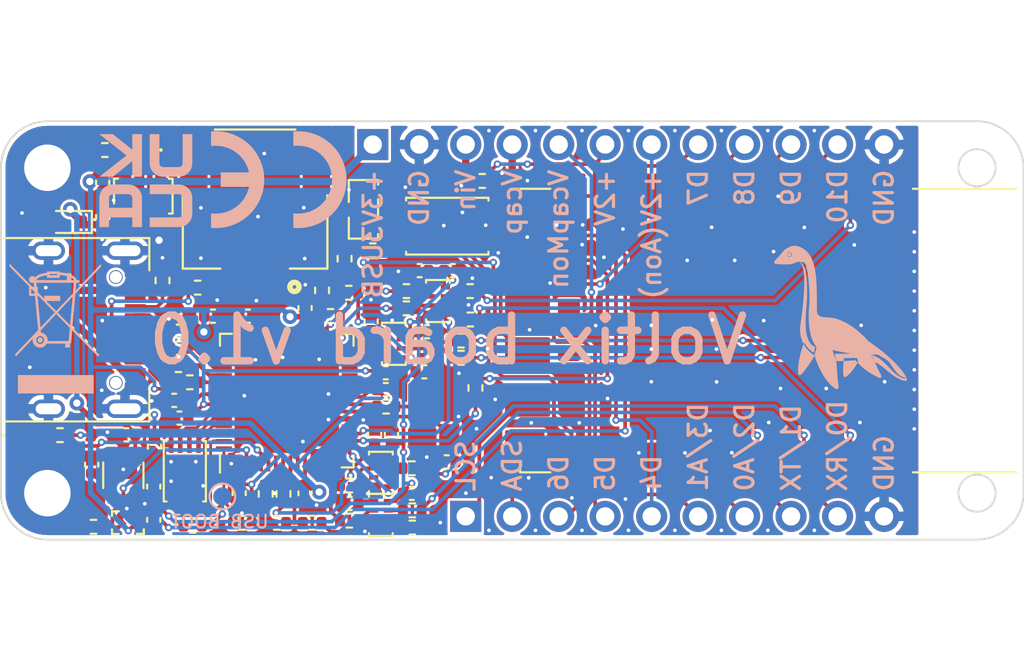
<source format=kicad_pcb>
(kicad_pcb (version 20240108) (generator "pcbnew") (generator_version "8.0")
  (layers (0 "F.Cu" signal) (1 "In1.Cu" signal) (2 "In2.Cu" signal) (31 "B.Cu" signal) (34 "B.Paste" user) (35 "F.Paste" user) (36 "B.SilkS" user "B.Silkscreen") (37 "F.SilkS" user "F.Silkscreen") (38 "B.Mask" user) (39 "F.Mask" user) (44 "Edge.Cuts" user))
  (net 0 "")
  (net 1 "GND")
  (net 2 "Net-(U1-XIN)")
  (net 3 "Net-(U1-VREG_VOUT)")
  (net 4 "Net-(U8-NR)")
  (net 5 "+2V1")
  (net 6 "Net-(D1-A)")
  (net 7 "+3V3")
  (net 8 "/Controller/QSPI_SS")
  (net 9 "/Controller/QSPI_SD3")
  (net 10 "/Controller/QSPI_CLK")
  (net 11 "/Controller/QSPI_SD0")
  (net 12 "/Controller/QSPI_SD2")
  (net 13 "/Controller/QSPI_SD1")
  (net 14 "VBUS")
  (net 15 "/Voltix Module/TargetVcc")
  (net 16 "/Voltix Module/Vharvester")
  (net 17 "/Voltix Module/Vcap")
  (net 18 "/Voltix Module/VcapSense")
  (net 19 "/Voltix Module/D7")
  (net 20 "/Voltix Module/D8")
  (net 21 "/Voltix Module/D9")
  (net 22 "/Voltix Module/D10")
  (net 23 "/Voltix Module/D6")
  (net 24 "/LevelShifter/Target_UART_RX")
  (net 25 "Net-(D2-A)")
  (net 26 "Net-(D3-K)")
  (net 27 "Net-(D3-A)")
  (net 28 "Net-(C2-Pad1)")
  (net 29 "/LevelShifter/Target_SBW.CLK")
  (net 30 "/LevelShifter/Target_SWD.CLK")
  (net 31 "/LevelShifter/Target_SBW.IO")
  (net 32 "/LevelShifter/Target_SWD.IO")
  (net 33 "/LevelShifter/Target_UART_TX")
  (net 34 "/Voltix Module/SCL")
  (net 35 "/Controller/LED0")
  (net 36 "/Controller/TargetPowerEnable")
  (net 38 "/Controller/USB.D+")
  (net 39 "/Controller/USB.D-")
  (net 40 "/Controller/UsbBoot")
  (net 41 "/Controller/SwdOut.CLK")
  (net 42 "/Controller/SbwOut.CLK")
  (net 43 "/Controller/SwdOut.IO")
  (net 44 "/Controller/UartRx")
  (net 45 "/Voltix Module/SDA")
  (net 46 "Net-(J1-CC1)")
  (net 47 "/Voltix Module/A0")
  (net 48 "/Voltix Module/A1")
  (net 49 "/Voltix Module/D5")
  (net 50 "/Voltix Module/D4")
  (net 51 "/Voltix Module/Vbuck")
  (net 52 "/Controller/BypassShunt")
  (net 54 "Net-(J1-CC2)")
  (net 56 "Net-(Q1-G)")
  (net 57 "Net-(U1-XOUT)")
  (net 58 "Net-(U1-USB_DP)")
  (net 59 "Net-(U1-USB_DM)")
  (net 60 "Net-(U1-GPIO13)")
  (net 61 "Net-(U3-DIR)")
  (net 62 "Net-(U4-1A)")
  (net 63 "Net-(U4-2A)")
  (net 64 "Net-(U3-1B)")
  (net 65 "Net-(U3-2B)")
  (net 66 "Net-(U4-1B)")
  (net 67 "Net-(U4-2B)")
  (net 68 "Net-(U5-1A)")
  (net 69 "Net-(U6-1A)")
  (net 70 "Net-(U5-DIR)")
  (net 71 "Net-(U5-1B)")
  (net 72 "Net-(U6-1B)")
  (net 77 "/Controller/TransEnable0")
  (net 78 "/Controller/TransEnable1")
  (net 79 "/Controller/TransEnable2")
  (net 80 "/LevelShifter/TransEnableDec0")
  (net 81 "/LevelShifter/TransEnableDec1")
  (net 82 "/LevelShifter/TransEnableDec2")
  (net 85 "/Controller/SbwOut.IO")
  (net 89 "/Controller/UartTx")
  (net 93 "/Controller/ProgDir")
  (net 97 "/Controller/Trans_UARTRX_Dir")
  (footprint "Capacitor_SMD:C_0402_1005Metric" (layer "F.Cu") (at 194.42 71.13 -90)
    (property "Reference" "C10" (hide yes))
    (property "Value" "0.1u" (hide yes))
  )
  (footprint "voltix:PinSocket_1x12_P2.54mm_Vertical" (layer "F.Cu") (at 198.12 52.07 90)
    (property "Reference" "J2" (hide yes))
    (property "Value" "Conn_01x12" (hide yes))
  )
  (footprint "Resistor_SMD:R_0402_1005Metric" (layer "F.Cu") (at 199.96 61.02)
    (property "Reference" "R10" (hide yes))
    (property "Value" "12R" (hide yes))
  )
  (footprint "Capacitor_SMD:C_0402_1005Metric" (layer "F.Cu") (at 186.19 68.58 -90)
    (property "Reference" "C14" (hide yes))
    (property "Value" "0.1u" (hide yes))
  )
  (footprint "Capacitor_SMD:C_0402_1005Metric" (layer "F.Cu") (at 183.36 54.15 -90)
    (property "Reference" "C25" (hide yes))
    (property "Value" "4.7u" (hide yes))
  )
  (footprint "Resistor_SMD:R_0402_1005Metric" (layer "F.Cu") (at 200.28 72.06)
    (property "Reference" "R24" (hide yes))
    (property "Value" "12R" (hide yes))
  )
  (footprint "Capacitor_SMD:C_0402_1005Metric" (layer "F.Cu") (at 191.3 61.45)
    (property "Reference" "C12" (hide yes))
    (property "Value" "0.1u" (hide yes))
  )
  (footprint "Resistor_SMD:R_0402_1005Metric" (layer "F.Cu") (at 188.55 59.89)
    (property "Reference" "R26" (hide yes))
    (property "Value" "5.1k" (hide yes))
  )
  (footprint "Capacitor_SMD:C_0402_1005Metric" (layer "F.Cu") (at 196.86 71.69)
    (property "Reference" "C19" (hide yes))
    (property "Value" "0.1u" (hide yes))
  )
  (footprint "Resistor_SMD:R_0402_1005Metric" (layer "F.Cu") (at 196.84 72.62)
    (property "Reference" "R21" (hide yes))
    (property "Value" "12R" (hide yes))
  )
  (footprint "Capacitor_SMD:C_0402_1005Metric" (layer "F.Cu") (at 187.52 62.2725 180)
    (property "Reference" "C7" (hide yes))
    (property "Value" "4.7u" (hide yes))
  )
  (footprint "Resistor_SMD:R_0402_1005Metric" (layer "F.Cu") (at 200.28 73 180)
    (property "Reference" "R23" (hide yes))
    (property "Value" "5.1k" (hide yes))
  )
  (footprint "Resistor_SMD:R_0402_1005Metric" (layer "F.Cu") (at 194.81 72.74)
    (property "Reference" "R20" (hide yes))
    (property "Value" "120R" (hide yes))
  )
  (footprint "voltix:RALTRON_RH100" (layer "F.Cu") (at 201.5 66.95)
    (property "Reference" "Y1" (hide yes))
    (property "Value" "Crystal_GND24" (hide yes))
  )
  (footprint "voltix:NXP_SOT833-1" (layer "F.Cu") (at 199.28 62.96)
    (property "Reference" "U3" (hide yes))
    (property "Value" "74LVC2T45GT" (hide yes))
  )
  (footprint "voltix:KikitTab" (layer "F.Cu") (at 211.92 50.52 -90)
    (property "Reference" "REF**" (hide yes))
    (property "Value" "Tab")
  )
  (footprint "Resistor_SMD:R_0402_1005Metric" (layer "F.Cu") (at 202.9425 63.72)
    (property "Reference" "R16" (hide yes))
    (property "Value" "12R" (hide yes))
  )
  (footprint "Capacitor_SMD:C_0402_1005Metric" (layer "F.Cu") (at 198.22 67.93 -90)
    (property "Reference" "C20" (hide yes))
    (property "Value" "0.1u" (hide yes))
  )
  (footprint "Capacitor_SMD:C_0402_1005Metric" (layer "F.Cu") (at 202.16 69.41)
    (property "Reference" "C1" (hide yes))
    (property "Value" "12p" (hide yes))
  )
  (footprint "Resistor_SMD:R_0402_1005Metric" (layer "F.Cu") (at 199.96 60.08)
    (property "Reference" "R9" (hide yes))
    (property "Value" "12R" (hide yes))
  )
  (footprint "Resistor_SMD:R_0402_1005Metric" (layer "F.Cu") (at 198.12 57.85)
    (property "Reference" "R30" (hide yes))
    (property "Value" "120R" (hide yes))
  )
  (footprint "Resistor_SMD:R_0402_1005Metric" (layer "F.Cu") (at 203.44 60.08)
    (property "Reference" "R17" (hide yes))
    (property "Value" "12R" (hide yes))
  )
  (footprint "Resistor_SMD:R_0402_1005Metric" (layer "F.Cu") (at 182.86 72.96)
    (property "Reference" "R28" (hide yes))
    (property "Value" "5.1k" (hide yes))
  )
  (footprint "Capacitor_SMD:C_0402_1005Metric" (layer "F.Cu") (at 200.94 64.49)
    (property "Reference" "C2" (hide yes))
    (property "Value" "12p" (hide yes))
  )
  (footprint "Resistor_SMD:R_0402_1005Metric" (layer "F.Cu") (at 181.03 67.95 180)
    (property "Reference" "R7" (hide yes))
    (property "Value" "120R" (hide yes))
  )
  (footprint "Capacitor_SMD:C_0402_1005Metric" (layer "F.Cu") (at 189.39 61.45 180)
    (property "Reference" "C13" (hide yes))
    (property "Value" "0.1u" (hide yes))
  )
  (footprint "Resistor_SMD:R_0402_1005Metric" (layer "F.Cu") (at 196.84 70.7)
    (property "Reference" "R22" (hide yes))
    (property "Value" "12R" (hide yes))
  )
  (footprint "Resistor_SMD:R_0402_1005Metric" (layer "F.Cu") (at 186.63 59.5 90)
    (property "Reference" "R27" (hide yes))
    (property "Value" "5.1k" (hide yes))
  )
  (footprint "Resistor_SMD:R_0402_1005Metric" (layer "F.Cu") (at 187.5 64.1225 180)
    (property "Reference" "R3" (hide yes))
    (property "Value" "27R" (hide yes))
  )
  (footprint "voltix:JST_S2B-PH-SM4-TB(LF)(SN)" (layer "F.Cu") (at 191.69 55.55 180)
    (property "Reference" "J4" (hide yes))
    (property "Value" "Conn_01x02" (hide yes))
  )
  (footprint "voltix:NXP_SOT833-1" (layer "F.Cu") (at 201.69 60.62)
    (property "Reference" "U4" (hide yes))
    (property "Value" "74LVC2T45GT" (hide yes))
  )
  (footprint "Capacitor_SMD:C_0402_1005Metric" (layer "F.Cu") (at 187.56 67.02 180)
    (property "Reference" "C3" (hide yes))
    (property "Value" "0.1u" (hide yes))
  )
  (footprint "LED_SMD:LED_0402_1005Metric" (layer "F.Cu") (at 179.03 67.95)
    (property "Reference" "D1" (hide yes))
    (property "Value" "LED" (hide yes))
  )
  (footprint "Capacitor_SMD:C_0402_1005Metric" (layer "F.Cu") (at 186.15 70.76 90)
    (property "Reference" "C27" (hide yes))
    (property "Value" "4.7u" (hide yes))
  )
  (footprint "Diode_SMD:D_SOD-523" (layer "F.Cu") (at 181.51 56.3 180)
    (property "Reference" "D2" (hide yes))
    (property "Value" "D_Schottky" (hide yes))
  )
  (footprint "Resistor_SMD:R_0402_1005Metric" (layer "F.Cu") (at 190.99 72.74 180)
    (property "Reference" "R6" (hide yes))
    (property "Value" "DNP" (hide yes))
  )
  (footprint "Resistor_SMD:R_0402_1005Metric" (layer "F.Cu") (at 204.1 54.06 180)
    (property "Reference" "R32" (hide yes))
    (property "Value" "1M" (hide yes))
  )
  (footprint "Capacitor_SMD:C_0402_1005Metric" (layer "F.Cu") (at 183.36 56.03 90)
    (property "Reference" "C23" (hide yes))
    (property "Value" "4.7u" (hide yes))
  )
  (footprint "Capacitor_SMD:C_0402_1005Metric" (layer "F.Cu") (at 198.03 61.73 -90)
    (property "Reference" "C15" (hide yes))
    (property "Value" "0.1u" (hide yes))
  )
  (footprint "voltix:PinSocket_1x10_P2.54mm_Vertical" (layer "F.Cu") (at 203.2 72.39 90)
    (property "Reference" "J3" (hide yes))
    (property "Value" "Conn_01x10" (hide yes))
  )
  (footprint "voltix:NC_VoltixModule" (layer "F.Cu") (at 219.98 62.23 180)
    (property "Reference" "U10" (hide yes))
    (property "Value" "VoltixModule" (hide yes))
  )
  (footprint "Resistor_SMD:R_0402_1005Metric" (layer "F.Cu") (at 192.27 71.16 -90)
    (property "Reference" "R12" (hide yes))
    (property "Value" "5.1k" (hide yes))
  )
  (footprint "Capacitor_SMD:C_0402_1005Metric" (layer "F.Cu") (at 184.66 67.93 180)
    (property "Reference" "C24" (hide yes))
    (property "Value" "4.7u" (hide yes))
  )
  (footprint "Capacitor_SMD:C_0402_1005Metric" (layer "F.Cu") (at 187.27 66.05 180)
    (property "Reference" "C6" (hide yes))
    (property "Value" "0.1u" (hide yes))
  )
  (footprint "voltix:TI_YZP0005" (layer "F.Cu") (at 184.74 72.73 -90)
    (property "Reference" "U9" (hide yes))
    (property "Value" "TS5A3166YZP" (hide yes))
  )
  (footprint "voltix:TI_DCK0005A" (layer "F.Cu") (at 184.49 70.14 -90)
    (property "Reference" "U8" (hide yes))
    (property "Value" "TPS71721DCK" (hide yes))
  )
  (footprint "Capacitor_SMD:C_0402_1005Metric" (layer "F.Cu") (at 186.15 72.58 90)
    (property "Reference" "C28" (hide yes))
    (property "Value" "0.1u" (hide yes))
  )
  (footprint "Resistor_SMD:R_0402_1005Metric" (layer "F.Cu") (at 203.45 61.63)
    (property "Reference" "R18" (hide yes))
    (property "Value" "12R" (hide yes))
  )
  (footprint "voltix:AMPH_12402012E212A" (layer "F.Cu") (at 181.71 62.19 -90)
    (property "Reference" "J1" (hide yes))
    (property "Value" "12402012E212A" (hide yes))
  )
  (footprint "Capacitor_SMD:C_0402_1005Metric" (layer "F.Cu") (at 200.68 58.96)
    (property "Reference" "C16" (hide yes))
    (property "Value" "0.1u" (hide yes))
  )
  (footprint "Capacitor_SMD:C_0402_1005Metric" (layer "F.Cu") (at 198.83 64.54)
    (property "Reference" "C4" (hide yes))
    (property "Value" "0.1u" (hide yes))
  )
  (footprint "Capacitor_SMD:C_0402_1005Metric" (layer "F.Cu") (at 194.42 61.0025 90)
    (property "Reference" "C9" (hide yes))
    (property "Value" "0.1u" (hide yes))
  )
  (footprint "Resistor_SMD:R_0402_1005Metric" (layer "F.Cu") (at 203.73 65.37 90)
    (property "Reference" "R4" (hide yes))
    (property "Value" "1k" (hide yes))
  )
  (footprint "Resistor_SMD:R_0402_1005Metric" (layer "F.Cu") (at 183.48 52.37)
    (property "Reference" "R31" (hide yes))
    (property "Value" "120R" (hide yes))
  )
  (footprint "voltix:NXP_SOT833-1" (layer "F.Cu") (at 198.57 72.31)
    (property "Reference" "U5" (hide yes))
    (property "Value" "74LVC2T45GT" (hide yes))
  )
  (footprint "Resistor_SMD:R_0402_1005Metric" (layer "F.Cu") (at 195.35 60.04 90)
    (property "Reference" "R11" (hide yes))
    (property "Value" "5.1k" (hide yes))
  )
  (footprint "Resistor_SMD:R_0402_1005Metric" (layer "F.Cu") (at 198.85 66.39 180)
    (property "Reference" "R1" (hide yes))
    (property "Value" "1k" (hide yes))
  )
  (footprint "Resistor_SMD:R_0402_1005Metric" (layer "F.Cu") (at 193.24 71.16 -90)
    (property "Reference" "R14" (hide yes))
    (property "Value" "120R" (hide yes))
  )
  (footprint "voltix:CNK_KMR2_SW" (layer "F.Cu") (at 202.19 56.53 90)
    (property "Reference" "SW1" (hide yes))
    (property "Value" "CNK_KMR2" (hide yes))
  )
  (footprint "Capacitor_SMD:C_0402_1005Metric" (layer "F.Cu") (at 182.76 69.56 90)
    (property "Reference" "C26" (hide yes))
    (property "Value" "DNP" (hide yes))
  )
  (footprint "voltix:WB_UX8" (layer "F.Cu") (at 187.85 69.9225 90)
    (property "Reference" "U2" (hide yes))
    (property "Value" "W25Q16JVUXIQ" (hide yes))
  )
  (footprint "voltix:KikitTab" (layer "F.Cu") (at 208.3 73.91 90)
    (property "Reference" "REF**" (hide yes))
    (property "Value" "Tab")
  )
  (footprint "voltix:TI_DBV0005A" (layer "F.Cu") (at 185.58 54.89 90)
    (property "Reference" "U7" (hide yes))
    (property "Value" "TLV73333PDBV" (hide yes))
  )
  (footprint "voltix:RP_RP2040" (layer "F.Cu") (at 193.42 66.0625 90)
    (property "Reference" "U1" (hide yes))
    (property "Value" "RP2040" (hide yes))
  )
  (footprint "Resistor_SMD:R_0402_1005Metric" (layer "F.Cu") (at 200.26 69.76)
    (property "Reference" "R25" (hide yes))
    (property "Value" "12R" (hide yes))
  )
  (footprint "Resistor_SMD:R_0402_1005Metric" (layer "F.Cu") (at 202.9425 62.78)
    (property "Reference" "R15" (hide yes))
    (property "Value" "12R" (hide yes))
  )
  (footprint "Resistor_SMD:R_0402_1005Metric" (layer "F.Cu") (at 192.87 72.74 180)
    (property "Reference" "R19" (hide yes))
    (property "Value" "5.1k" (hide yes))
  )
  (footprint "Capacitor_SMD:C_0402_1005Metric" (layer "F.Cu") (at 202.5 58.96)
    (property "Reference" "C18" (hide yes))
    (property "Value" "0.1u" (hide yes))
  )
  (footprint "Capacitor_SMD:C_0402_1005Metric" (layer "F.Cu") (at 201.0925 62.3)
    (property "Reference" "C17" (hide yes))
    (property "Value" "0.1u" (hide yes))
  )
  (footprint "Capacitor_SMD:C_0402_1005Metric" (layer "F.Cu") (at 187.52 63.1925 180)
    (property "Reference" "C5" (hide yes))
    (property "Value" "4.7u" (hide yes))
  )
  (footprint "LED_SMD:LED_0402_1005Metric" (layer "F.Cu") (at 185.4525 52.37 180)
    (property "Reference" "D3" (hide yes))
    (property "Value" "LED" (hide yes))
  )
  (footprint "Resistor_SMD:R_0402_1005Metric" (layer "F.Cu") (at 188.12 65.0625 180)
    (property "Reference" "R2" (hide yes))
    (property "Value" "27R" (hide yes))
  )
  (footprint "Resistor_SMD:R_0402_1005Metric" (layer "F.Cu") (at 196.58 58.31 -90)
    (property "Reference" "R29" (hide yes))
    (property "Value" "1M" (hide yes))
  )
  (footprint "voltix:NXP_SOT833-1" (layer "F.Cu") (at 198.57 70.01)
    (property "Reference" "U6" (hide yes))
    (property "Value" "74LVC2T45GT" (hide yes))
  )
  (footprint "voltix:VSH_SOT-23-3" (layer "F.Cu") (at 197.61 55.61 180)
    (property "Reference" "Q1" (hide yes))
    (property "Value" "SI2302CDS" (hide yes))
  )
  (footprint "Capacitor_SMD:C_0402_1005Metric" (layer "F.Cu") (at 199.14 67.93 90)
    (property "Reference" "C22" (hide yes))
    (property "Value" "0.1u" (hide yes))
  )
  (footprint "Resistor_SMD:R_0402_1005Metric" (layer "F.Cu") (at 195.81 61.44)
    (property "Reference" "R13" (hide yes))
    (property "Value" "120R" (hide yes))
  )
  (footprint "Resistor_SMD:R_0402_1005Metric" (layer "F.Cu") (at 188.28 72.9 180)
    (property "Reference" "R5" (hide yes))
    (property "Value" "1k" (hide yes))
  )
  (footprint "Capacitor_SMD:C_0402_1005Metric" (layer "F.Cu") (at 190.82 71.1225 -90)
    (property "Reference" "C8" (hide yes))
    (property "Value" "0.1u" (hide yes))
  )
  (footprint "Capacitor_SMD:C_0402_1005Metric" (layer "F.Cu") (at 200.25 71.13)
    (property "Reference" "C21" (hide yes))
    (property "Value" "0.1u" (hide yes))
  )
  (footprint "Capacitor_SMD:C_0402_1005Metric" (layer "F.Cu") (at 198.83 65.46)
    (property "Reference" "C11" (hide yes))
    (property "Value" "0.1u" (hide yes))
  )
  (footprint "Resistor_SMD:R_0402_1005Metric" (layer "F.Cu") (at 196.81 60.17 180)
    (property "Reference" "R8" (hide yes))
    (property "Value" "5.1k" (hide yes))
  )
  (footprint "TestPoint:TestPoint_Pad_D1.0mm" (layer "B.Cu") (at 189.9 71.3 90)
    (property "Reference" "TP1")
    (property "Value" "TestPoint" (hide yes))
  )
  (gr_poly (pts (xy 221.211691 57.602366) (xy 221.2547 57.606171) (xy 221.297973 57.612999) (xy 221.341672 57.622842) (xy 221.38596 57.635692) (xy 221.431 57.651543) (xy 221.476954 57.670385) (xy 221.523986 57.692212) (xy 221.602589 57.734207) (xy 221.676282 57.780779) (xy 221.745223 57.831868) (xy 221.809571 57.887415) (xy 221.869485 57.94736) (xy 221.925124 58.011646) (xy 222.024214 58.153) (xy 222.108111 58.311005) (xy 222.178086 58.485187) (xy 222.23541 58.675073) (xy 222.281356 58.880191) (xy 222.317194 59.100068) (xy 222.344195 59.334231) (xy 222.36363 59.582206) (xy 222.376771 59.843522) (xy 222.389256 60.404284) (xy 222.391819 61.012733) (xy 222.391819 61.145024) (xy 222.392656 61.175846) (xy 222.395132 61.204851) (xy 222.399197 61.232097) (xy 222.404801 61.257643) (xy 222.411892 61.281547) (xy 222.420422 61.303869) (xy 222.43034 61.324667) (xy 222.441594 61.343999) (xy 222.454135 61.361925) (xy 222.467913 61.378502) (xy 222.482877 61.393789) (xy 222.498976 61.407846) (xy 222.51616 61.42073) (xy 222.534379 61.4325) (xy 222.553583 61.443215) (xy 222.573721 61.452933) (xy 222.616596 61.469615) (xy 222.662604 61.483014) (xy 222.71134 61.493599) (xy 222.762402 61.50184) (xy 222.815385 61.508204) (xy 222.869889 61.513162) (xy 222.981841 61.520733) (xy 223.087798 61.527554) (xy 223.141133 61.532034) (xy 223.194499 61.5376) (xy 223.247741 61.54453) (xy 223.300705 61.553103) (xy 223.353234 61.563598) (xy 223.379287 61.569654) (xy 223.405174 61.576295) (xy 223.499695 61.604951) (xy 223.592694 61.637146) (xy 223.684076 61.67259) (xy 223.773745 61.710995) (xy 223.861607 61.75207) (xy 223.947565 61.795526) (xy 224.031524 61.841073) (xy 224.113389 61.888421) (xy 224.193064 61.93728) (xy 224.270454 61.987362) (xy 224.345463 62.038375) (xy 224.417996 62.090031) (xy 224.555251 62.194111) (xy 224.681458 62.297285) (xy 224.79585 62.397233) (xy 224.897667 62.49164) (xy 224.986142 62.578186) (xy 225.060514 62.654555) (xy 225.163893 62.767489) (xy 225.201695 62.811899) (xy 225.201935 62.812147) (xy 225.202161 62.812395) (xy 225.202373 62.812641) (xy 225.202573 62.812886) (xy 225.202761 62.813129) (xy 225.202939 62.81337) (xy 225.203266 62.813842) (xy 225.20434 62.815537) (xy 225.204465 62.815719) (xy 225.20459 62.815893) (xy 225.204717 62.816058) (xy 225.204847 62.816214) (xy 225.204981 62.81636) (xy 225.205119 62.816496) (xy 225.205264 62.816622) (xy 225.205415 62.816736) (xy 225.205574 62.816839) (xy 225.205742 62.816929) (xy 225.20592 62.817007) (xy 225.206108 62.817072) (xy 225.206308 62.817123) (xy 225.20652 62.81716) (xy 225.206746 62.817183) (xy 225.206986 62.817191) (xy 225.421288 62.964038) (xy 225.626351 63.112274) (xy 225.821739 63.260989) (xy 226.00702 63.409279) (xy 226.181759 63.556235) (xy 226.345521 63.700951) (xy 226.497874 63.84252) (xy 226.638382 63.980034) (xy 226.766612 64.112588) (xy 226.882129 64.239274) (xy 226.9845 64.359186) (xy 227.073291 64.471415) (xy 227.148066 64.575056) (xy 227.208393 64.669202) (xy 227.253838 64.752945) (xy 227.283965 64.825378) (xy 227.27832 64.830151) (xy 227.272291 64.834535) (xy 227.265867 64.838517) (xy 227.264422 64.839271) (xy 227.265339 64.839373) (xy 227.269519 64.83948) (xy 227.27346 64.839175) (xy 227.277151 64.838433) (xy 227.28058 64.837226) (xy 227.283738 64.835529) (xy 227.286612 64.833315) (xy 227.290441 64.845965) (xy 227.293929 64.85812) (xy 227.296983 64.869778) (xy 227.298318 64.875421) (xy 227.29951 64.88094) (xy 227.300547 64.886335) (xy 227.301417 64.891606) (xy 227.302109 64.896753) (xy 227.302611 64.901776) (xy 227.302911 64.906675) (xy 227.302998 64.91145) (xy 227.302861 64.916101) (xy 227.302487 64.920627) (xy 227.302208 64.923295) (xy 227.30187 64.925841) (xy 227.301477 64.92827) (xy 227.301029 64.930586) (xy 227.300532 64.932791) (xy 227.299987 64.934888) (xy 227.299397 64.936883) (xy 227.298766 64.938776) (xy 227.298096 64.940573) (xy 227.29739 64.942277) (xy 227.296651 64.94389) (xy 227.295882 64.945417) (xy 227.295086 64.94686) (xy 227.294266 64.948223) (xy 227.293424 64.94951) (xy 227.292565 64.950724) (xy 227.291689 64.951868) (xy 227.290801 64.952945) (xy 227.289903 64.95396) (xy 227.288999 64.954915) (xy 227.287181 64.956659) (xy 227.285371 64.958207) (xy 227.283592 64.959583) (xy 227.281868 64.960816) (xy 227.278674 64.962961) (xy 227.275141 64.964883) (xy 227.271491 64.966681) (xy 227.267733 64.968356) (xy 227.263874 64.969906) (xy 227.259922 64.971332) (xy 227.255885 64.972635) (xy 227.25177 64.973813) (xy 227.247585 64.974867) (xy 227.243339 64.975797) (xy 227.239038 64.976603) (xy 227.234691 64.977286) (xy 227.230305 64.977844) (xy 227.225888 64.978278) (xy 227.221448 64.978588) (xy 227.216992 64.978774) (xy 227.212529 64.978836) (xy 227.176521 64.976929) (xy 227.138161 64.971395) (xy 227.097762 64.962511) (xy 227.055639 64.950559) (xy 227.012105 64.935815) (xy 226.967474 64.91856) (xy 226.92206 64.899073) (xy 226.876177 64.877633) (xy 226.830139 64.854518) (xy 226.78426 64.830008) (xy 226.738854 64.804381) (xy 226.694235 64.777918) (xy 226.608612 64.723596) (xy 226.529904 64.669273) (xy 226.48002 64.632335) (xy 226.43147 64.595025) (xy 226.384098 64.557467) (xy 226.33775 64.519784) (xy 226.247502 64.444544) (xy 226.159487 64.370295) (xy 226.081388 64.304195) (xy 226.005491 64.241352) (xy 225.931268 64.182538) (xy 225.89462 64.154886) (xy 225.858193 64.128531) (xy 225.82192 64.103572) (xy 225.785737 64.080105) (xy 225.749577 64.058228) (xy 225.713374 64.038036) (xy 225.677063 64.019627) (xy 225.640578 64.003097) (xy 225.603852 63.988545) (xy 225.570641 63.977353) (xy 225.675299 64.230065) (xy 225.692838 64.264817) (xy 225.709943 64.299725) (xy 225.744091 64.370625) (xy 225.780223 64.444005) (xy 225.799808 64.482013) (xy 225.82082 64.521107) (xy 225.832702 64.542374) (xy 225.843568 64.562541) (xy 225.853457 64.581638) (xy 225.862409 64.599696) (xy 225.870462 64.616747) (xy 225.877654 64.632821) (xy 225.884024 64.647949) (xy 225.889612 64.662162) (xy 225.894455 64.675492) (xy 225.898593 64.68797) (xy 225.902064 64.699625) (xy 225.904908 64.71049) (xy 225.907162 64.720595) (xy 225.908866 64.729972) (xy 225.910059 64.738651) (xy 225.910778 64.746664) (xy 225.911064 64.75404) (xy 225.910954 64.760813) (xy 225.910488 64.767011) (xy 225.909704 64.772667) (xy 225.90864 64.777812) (xy 225.907337 64.782475) (xy 225.905832 64.78669) (xy 225.904164 64.790485) (xy 225.902372 64.793893) (xy 225.900495 64.796945) (xy 225.898571 64.799671) (xy 225.89664 64.802102) (xy 225.892909 64.806205) (xy 225.889612 64.809502) (xy 225.886972 64.81207) (xy 225.884024 64.814324) (xy 225.880788 64.816275) (xy 225.877282 64.817936) (xy 225.873523 64.819317) (xy 225.869532 64.820432) (xy 225.865325 64.82129) (xy 225.860921 64.821905) (xy 225.851597 64.822447) (xy 225.841708 64.822153) (xy 225.8314 64.821114) (xy 225.82082 64.819424) (xy 225.810117 64.817176) (xy 225.799436 64.814463) (xy 225.788927 64.811378) (xy 225.778735 64.808014) (xy 225.769008 64.804464) (xy 225.759893 64.80082) (xy 225.751539 64.797177) (xy 225.744091 64.793627) (xy 225.634811 64.742529) (xy 225.529287 64.688698) (xy 225.427616 64.632503) (xy 225.329894 64.574312) (xy 225.236218 64.514493) (xy 225.146686 64.453415) (xy 225.061393 64.391445) (xy 224.980437 64.328952) (xy 224.903916 64.266304) (xy 224.831925 64.20387) (xy 224.764561 64.142016) (xy 224.701922 64.081112) (xy 224.644105 64.021526) (xy 224.611793 63.98616) (xy 224.602125 64.004467) (xy 224.596508 64.015128) (xy 224.593154 64.021045) (xy 224.552853 64.093057) (xy 224.511474 64.162194) (xy 224.469243 64.228369) (xy 224.426384 64.291498) (xy 224.383122 64.351496) (xy 224.339681 64.408277) (xy 224.296287 64.461755) (xy 224.253165 64.511847) (xy 224.210538 64.558465) (xy 224.168632 64.601526) (xy 224.127672 64.640943) (xy 224.087883 64.676632) (xy 224.049488 64.708508) (xy 224.012714 64.736484) (xy 223.977785 64.760476) (xy 223.944925 64.780398) (xy 223.94291 64.781328) (xy 223.940837 64.782129) (xy 223.93871 64.782799) (xy 223.936533 64.783333) (xy 223.934309 64.783728) (xy 223.932042 64.783979) (xy 223.929737 64.784083) (xy 223.927397 64.784036) (xy 223.925025 64.783834) (xy 223.922627 64.783473) (xy 223.920205 64.782949) (xy 223.917764 64.782258) (xy 223.915308 64.781397) (xy 223.912839 64.780362) (xy 223.910363 64.779148) (xy 223.907883 64.777753) (xy 223.901877 64.774383) (xy 223.895802 64.77027) (xy 223.88971 64.765474) (xy 223.883658 64.760058) (xy 223.877698 64.754085) (xy 223.871886 64.747615) (xy 223.866275 64.740711) (xy 223.86092 64.733435) (xy 223.855875 64.725849) (xy 223.851195 64.718014) (xy 223.846933 64.709994) (xy 223.843143 64.70185) (xy 223.839881 64.693644) (xy 223.8372 64.685438) (xy 223.835155 64.677293) (xy 223.8338 64.669273) (xy 223.828577 64.625009) (xy 223.824757 64.574245) (xy 223.820984 64.457234) (xy 223.821801 64.326271) (xy 223.826524 64.189385) (xy 223.834472 64.054608) (xy 223.844962 63.92997) (xy 223.848521 63.899292) (xy 223.91119 63.896359) (xy 224.053652 63.887884) (xy 224.193633 63.878169) (xy 224.271685 63.872671) (xy 224.347753 63.867916) (xy 224.497904 63.859648) (xy 224.486862 63.839556) (xy 224.476541 63.8181) (xy 224.466918 63.795466) (xy 224.46211 63.782773) (xy 224.456624 63.770899) (xy 224.449589 63.754154) (xy 224.442746 63.736651) (xy 224.415553 63.735625) (xy 224.375508 63.734039) (xy 224.335061 63.733103) (xy 224.293932 63.733346) (xy 224.273024 63.734074) (xy 224.251841 63.735294) (xy 224.209642 63.737697) (xy 224.163289 63.739139) (xy 224.063326 63.740255) (xy 223.962371 63.740875) (xy 223.914777 63.741697) (xy 223.870842 63.743232) (xy 223.863973 63.779589) (xy 223.857313 63.823501) (xy 223.848521 63.899292) (xy 223.838874 63.899744) (xy 223.765752 63.902353) (xy 223.691762 63.904033) (xy 223.616842 63.904627) (xy 223.574591 63.904172) (xy 223.530852 63.902974) (xy 223.438491 63.899396) (xy 223.444323 63.919312) (xy 223.450717 63.947364) (xy 223.45622 63.978004) (xy 223.460944 64.011039) (xy 223.468504 64.083521) (xy 223.474297 64.163258) (xy 223.484178 64.338296) (xy 223.490063 64.430497) (xy 223.497779 64.523752) (xy 223.50429 64.60075) (xy 223.510181 64.679857) (xy 223.521591 64.837945) (xy 223.527855 64.913703) (xy 223.534986 64.98512) (xy 223.543357 65.050583) (xy 223.548125 65.080579) (xy 223.553341 65.108481) (xy 223.557313 65.130058) (xy 223.560806 65.150649) (xy 223.563838 65.17028) (xy 223.566426 65.188973) (xy 223.568588 65.206751) (xy 223.57034 65.223637) (xy 223.571702 65.239656) (xy 223.572689 65.254829) (xy 223.57332 65.269181) (xy 223.573612 65.282734) (xy 223.573582 65.295513) (xy 223.573247 65.307539) (xy 223.572626 65.318837) (xy 223.571736 65.329429) (xy 223.570593 65.339339) (xy 223.569217 65.348591) (xy 223.567623 65.357207) (xy 223.565829 65.36521) (xy 223.563854 65.372624) (xy 223.561713 65.379473) (xy 223.559426 65.385779) (xy 223.557008 65.391565) (xy 223.554478 65.396855) (xy 223.551853 65.401673) (xy 223.549151 65.406041) (xy 223.546388 65.409983) (xy 223.543583 65.413521) (xy 223.540753 65.41668) (xy 223.537915 65.419482) (xy 223.535087 65.421951) (xy 223.532285 65.42411) (xy 223.529529 65.425982) (xy 223.524176 65.428908) (xy 223.518551 65.431257) (xy 223.512674 65.433053) (xy 223.506569 65.434323) (xy 223.500256 65.435092) (xy 223.493758 65.435388) (xy 223.487096 65.435237) (xy 223.480291 65.434664) (xy 223.473367 65.433695) (xy 223.466345 65.432358) (xy 223.459245 65.430677) (xy 223.452092 65.42868) (xy 223.437707 65.423839) (xy 223.423365 65.418045) (xy 223.40924 65.411506) (xy 223.395506 65.404433) (xy 223.382338 65.397034) (xy 223.369911 65.389519) (xy 223.358398 65.382097) (xy 223.347974 65.374977) (xy 223.331091 65.362482) (xy 223.274229 65.318455) (xy 223.219213 65.272302) (xy 223.166011 65.224175) (xy 223.114593 65.174224) (xy 223.016988 65.069465) (xy 222.926155 64.95924) (xy 222.841848 64.844768) (xy 222.763824 64.727265) (xy 222.691838 64.607948) (xy 222.625646 64.488034) (xy 222.565005 64.36874) (xy 222.509669 64.251284) (xy 222.459395 64.136881) (xy 222.413938 64.02675) (xy 222.336501 63.824168) (xy 222.275404 63.653274) (xy 222.260168 63.607566) (xy 222.264148 63.600361) (xy 222.291279 63.618878) (xy 222.289903 63.591996) (xy 222.289698 63.564059) (xy 222.290026 63.5535) (xy 222.299216 63.536857) (xy 222.298532 63.534388) (xy 222.296596 63.530124) (xy 222.291543 63.520714) (xy 222.290593 63.535255) (xy 222.290026 63.5535) (xy 222.264148 63.600361) (xy 222.256503 63.595143) (xy 222.253249 63.573162) (xy 222.250258 63.549156) (xy 222.247872 63.525739) (xy 222.246052 63.502957) (xy 222.244758 63.480858) (xy 222.243953 63.459487) (xy 222.243598 63.438892) (xy 222.243599 63.438559) (xy 222.239205 63.430687) (xy 222.236866 63.42602) (xy 222.235716 63.423086) (xy 222.231801 63.420757) (xy 222.227987 63.418718) (xy 222.224268 63.416948) (xy 222.220637 63.415427) (xy 222.217088 63.414135) (xy 222.213613 63.413051) (xy 222.210206 63.412156) (xy 222.20686 63.411427) (xy 222.200325 63.410393) (xy 222.193952 63.409784) (xy 222.181477 63.409195) (xy 222.175267 63.408889) (xy 222.169002 63.408358) (xy 222.162629 63.407439) (xy 222.159385 63.406784) (xy 222.156093 63.405971) (xy 222.152748 63.404979) (xy 222.149341 63.403789) (xy 222.145866 63.402379) (xy 222.142317 63.400731) (xy 222.138686 63.398822) (xy 222.134967 63.396634) (xy 222.131153 63.394145) (xy 222.127237 63.391336) (xy 222.093093 63.365198) (xy 222.060089 63.338378) (xy 222.028185 63.310876) (xy 221.997343 63.282691) (xy 221.967525 63.253825) (xy 221.938691 63.224276) (xy 221.910802 63.194046) (xy 221.883821 63.163133) (xy 221.857707 63.131538) (xy 221.832423 63.099261) (xy 221.80793 63.066301) (xy 221.784189 63.03266) (xy 221.76116 62.998337) (xy 221.738806 62.963331) (xy 221.717088 62.927643) (xy 221.695967 62.891273) (xy 221.671006 62.942881) (xy 221.662002 62.964715) (xy 221.637378 62.91828) (xy 221.59311 62.819505) (xy 221.555322 62.717723) (xy 221.524158 62.61327) (xy 221.499761 62.506483) (xy 221.482274 62.397701) (xy 221.471842 62.28726) (xy 221.468606 62.175498) (xy 221.472711 62.062751) (xy 221.4843 61.949357) (xy 221.552802 61.469345) (xy 221.607967 61.010763) (xy 221.659256 60.47662) (xy 221.693305 59.919533) (xy 221.699689 59.648828) (xy 221.696752 59.392118) (xy 221.682823 59.15598) (xy 221.656233 58.946993) (xy 221.61531 58.771731) (xy 221.588951 58.698803) (xy 221.558383 58.636774) (xy 221.550041 58.622757) (xy 221.541873 58.609473) (xy 221.533867 58.59691) (xy 221.526013 58.585056) (xy 221.518299 58.5739) (xy 221.510712 58.563429) (xy 221.503241 58.553633) (xy 221.495876 58.5445) (xy 221.488603 58.536018) (xy 221.481411 58.528176) (xy 221.47429 58.520961) (xy 221.467226 58.514363) (xy 221.460209 58.508369) (xy 221.453227 58.502968) (xy 221.446268 58.498148) (xy 221.439321 58.493899) (xy 221.44485 58.495291) (xy 221.450997 58.496048) (xy 221.461037 58.495985) (xy 221.465158 58.497718) (xy 221.478382 58.504101) (xy 221.492567 58.511883) (xy 221.50762 58.5212) (xy 221.523449 58.532187) (xy 221.539959 58.54498) (xy 221.557059 58.559715) (xy 221.574655 58.576527) (xy 221.592654 58.595552) (xy 221.601775 58.605937) (xy 221.610963 58.616926) (xy 221.620204 58.628536) (xy 221.629489 58.640785) (xy 221.638804 58.653688) (xy 221.648139 58.667263) (xy 221.657481 58.681527) (xy 221.66682 58.696497) (xy 221.676143 58.71219) (xy 221.685439 58.728622) (xy 221.694696 58.745812) (xy 221.703903 58.763774) (xy 221.728726 58.823976) (xy 221.751554 58.900479) (xy 221.772311 58.991912) (xy 221.790926 59.096901) (xy 221.807323 59.214076) (xy 221.821431 59.342065) (xy 221.833173 59.479494) (xy 221.842478 59.624993) (xy 221.849272 59.777189) (xy 221.85348 59.934711) (xy 221.85503 60.096186) (xy 221.853847 60.260241) (xy 221.849858 60.425507) (xy 221.84299 60.590609) (xy 221.833168 60.754176) (xy 221.82032 60.914837) (xy 221.793577 61.243091) (xy 221.776043 61.585266) (xy 221.773142 61.757088) (xy 221.775439 61.927008) (xy 221.783897 62.093229) (xy 221.799484 62.253959) (xy 221.823162 62.407403) (xy 221.855899 62.551765) (xy 221.898658 62.685253) (xy 221.924097 62.747357) (xy 221.952404 62.80607) (xy 221.9837 62.861167) (xy 222.018104 62.912424) (xy 222.055738 62.959615) (xy 222.096721 63.002518) (xy 222.141176 63.040908) (xy 222.189221 63.07456) (xy 222.240979 63.10325) (xy 222.296569 63.126753) (xy 222.293924 63.137337) (xy 222.289211 63.153956) (xy 222.278049 63.194884) (xy 222.271444 63.220278) (xy 222.264902 63.246726) (xy 222.25898 63.272553) (xy 222.256426 63.284712) (xy 222.254236 63.296087) (xy 222.250443 63.320333) (xy 222.247208 63.349169) (xy 222.244842 63.382221) (xy 222.244081 63.400212) (xy 222.243653 63.419118) (xy 222.243599 63.438559) (xy 222.246755 63.444211) (xy 222.268459 63.480963) (xy 222.279822 63.500161) (xy 222.289667 63.51722) (xy 222.291543 63.520714) (xy 222.292519 63.505768) (xy 222.295407 63.475785) (xy 222.299186 63.445493) (xy 222.303786 63.415076) (xy 222.309138 63.384721) (xy 222.315173 63.354615) (xy 222.32182 63.324942) (xy 222.327928 63.301378) (xy 223.233196 63.301378) (xy 223.317862 63.550086) (xy 223.436925 63.899336) (xy 223.438491 63.899396) (xy 223.436924 63.894044) (xy 223.362841 63.502461) (xy 223.495835 63.504238) (xy 223.803703 63.504776) (xy 223.828114 63.504438) (xy 224.39464 63.504438) (xy 224.394716 63.514367) (xy 224.395164 63.525783) (xy 224.39607 63.538727) (xy 224.396721 63.545784) (xy 224.397518 63.553236) (xy 224.398472 63.56109) (xy 224.399594 63.56935) (xy 224.400894 63.578021) (xy 224.402383 63.587108) (xy 224.404072 63.596615) (xy 224.405971 63.606547) (xy 224.408091 63.61691) (xy 224.410442 63.627707) (xy 224.413036 63.638945) (xy 224.415883 63.650627) (xy 224.422066 63.673844) (xy 224.428636 63.695844) (xy 224.435486 63.716588) (xy 224.442506 63.736038) (xy 224.442746 63.736651) (xy 224.44642 63.73679) (xy 224.449671 63.747407) (xy 224.457969 63.77184) (xy 224.46211 63.782773) (xy 224.470122 63.800117) (xy 224.482132 63.823381) (xy 224.491785 63.840383) (xy 224.500549 63.854356) (xy 224.543321 63.90778) (xy 224.591205 63.963626) (xy 224.611793 63.98616) (xy 224.617298 63.975735) (xy 224.625426 63.961074) (xy 224.629314 63.954416) (xy 224.632966 63.948491) (xy 224.636292 63.943511) (xy 224.639203 63.93969) (xy 224.641611 63.937242) (xy 224.642597 63.936598) (xy 224.643425 63.936378) (xy 224.638613 63.927987) (xy 224.634072 63.917867) (xy 224.629763 63.906275) (xy 224.625648 63.893466) (xy 224.617845 63.865219) (xy 224.610352 63.835175) (xy 224.602859 63.805378) (xy 224.599015 63.791212) (xy 224.595056 63.777876) (xy 224.590941 63.765625) (xy 224.586632 63.754714) (xy 224.582091 63.745401) (xy 224.579721 63.741423) (xy 224.577279 63.73794) (xy 224.556561 63.738695) (xy 224.536057 63.73902) (xy 224.495548 63.738643) (xy 224.44642 63.73679) (xy 224.442001 63.722354) (xy 224.434935 63.696867) (xy 224.428451 63.671133) (xy 224.417134 63.619663) (xy 224.407863 63.569433) (xy 224.406083 63.558024) (xy 225.347215 63.558024) (xy 225.566819 63.976066) (xy 225.570641 63.977353) (xy 225.56682 63.968127) (xy 225.369945 63.561254) (xy 225.360203 63.560823) (xy 225.347215 63.558024) (xy 224.406083 63.558024) (xy 224.406083 63.558023) (xy 225.368382 63.558023) (xy 225.369945 63.561254) (xy 225.377074 63.561569) (xy 225.377603 63.561546) (xy 225.439158 63.58506) (xy 225.490793 63.606113) (xy 225.549622 63.631445) (xy 225.612915 63.660498) (xy 225.645383 63.676245) (xy 225.677945 63.692713) (xy 225.710258 63.709832) (xy 225.741982 63.727532) (xy 225.772776 63.745745) (xy 225.802299 63.764398) (xy 225.836031 63.787597) (xy 225.870615 63.813315) (xy 225.90585 63.841219) (xy 225.941536 63.870976) (xy 225.977469 63.902252) (xy 226.013449 63.934713) (xy 226.084742 64.001862) (xy 226.153802 64.069754) (xy 226.219018 64.135724) (xy 226.331466 64.251231) (xy 226.462062 64.389269) (xy 226.504217 64.432044) (xy 226.549731 64.476566) (xy 226.598385 64.522058) (xy 226.649958 64.567739) (xy 226.704228 64.612831) (xy 226.760974 64.656556) (xy 226.819976 64.698133) (xy 226.881013 64.736783) (xy 226.912226 64.754768) (xy 226.943864 64.771729) (xy 226.975901 64.787569) (xy 227.008308 64.80219) (xy 227.041058 64.815496) (xy 227.074124 64.827389) (xy 227.107477 64.837771) (xy 227.141091 64.846545) (xy 227.153712 64.849214) (xy 227.165787 64.851278) (xy 227.177327 64.852754) (xy 227.188343 64.853655) (xy 227.198849 64.853999) (xy 227.208854 64.8538) (xy 227.218371 64.853074) (xy 227.227411 64.851836) (xy 227.235986 64.850103) (xy 227.244107 64.847888) (xy 227.251787 64.845209) (xy 227.259036 64.84208) (xy 227.264422 64.839271) (xy 227.260932 64.83888) (xy 227.256308 64.838028) (xy 227.251479 64.836843) (xy 227.246456 64.83535) (xy 227.23587 64.831548) (xy 227.224642 64.826831) (xy 227.212859 64.821409) (xy 227.187987 64.809286) (xy 227.161968 64.796852) (xy 227.148751 64.791043) (xy 227.135515 64.785783) (xy 227.122348 64.781283) (xy 227.115819 64.779384) (xy 227.10934 64.777753) (xy 227.075757 64.768265) (xy 227.042492 64.755804) (xy 227.009569 64.740556) (xy 226.977012 64.722712) (xy 226.944845 64.702459) (xy 226.913091 64.679985) (xy 226.881773 64.65548) (xy 226.850917 64.629131) (xy 226.790681 64.571657) (xy 226.732572 64.509071) (xy 226.676782 64.442881) (xy 226.623499 64.374593) (xy 226.572914 64.305717) (xy 226.525216 64.23776) (xy 226.439241 64.11063) (xy 226.367096 64.005268) (xy 226.336684 63.964518) (xy 226.310299 63.933732) (xy 226.285146 63.908971) (xy 226.258405 63.885213) (xy 226.230222 63.862347) (xy 226.200745 63.84026) (xy 226.17012 63.818839) (xy 226.138495 63.797973) (xy 226.072835 63.757453) (xy 225.935996 63.67812) (xy 225.867173 63.637507) (xy 225.833177 63.616571) (xy 225.799653 63.595065) (xy 225.785019 63.586173) (xy 225.769922 63.578313) (xy 225.754413 63.571431) (xy 225.73854 63.565475) (xy 225.722354 63.560391) (xy 225.705903 63.556126) (xy 225.672405 63.549838) (xy 225.638442 63.546186) (xy 225.604409 63.544743) (xy 225.570702 63.545082) (xy 225.537715 63.546779) (xy 225.475487 63.552535) (xy 225.420885 63.558602) (xy 225.397433 63.560686) (xy 225.377603 63.561546) (xy 225.368382 63.558023) (xy 224.406083 63.558023) (xy 224.400453 63.521932) (xy 224.395597 63.485289) (xy 224.395262 63.488892) (xy 224.39485 63.49596) (xy 224.39464 63.504438) (xy 223.828114 63.504438) (xy 223.980504 63.502332) (xy 224.14977 63.49688) (xy 224.294417 63.487521) (xy 224.334876 63.48302) (xy 224.348971 63.483198) (xy 224.394717 63.478648) (xy 224.395597 63.485289) (xy 224.395791 63.483196) (xy 224.39635 63.478833) (xy 224.396855 63.475765) (xy 224.397362 63.473357) (xy 224.35217 63.481096) (xy 224.334876 63.48302) (xy 224.287834 63.482426) (xy 224.213838 63.477026) (xy 224.129513 63.467693) (xy 223.94 63.44) (xy 223.739542 63.404896) (xy 223.386778 63.334657) (xy 223.233196 63.301378) (xy 222.327928 63.301378) (xy 222.336672 63.267643) (xy 222.353136 63.214313) (xy 222.361798 63.189601) (xy 222.370654 63.16644) (xy 222.325675 63.073836) (xy 222.294854 63.033349) (xy 222.265387 62.990327) (xy 222.210478 62.897025) (xy 222.160871 62.794614) (xy 222.116489 62.683782) (xy 222.077253 62.565214) (xy 222.043088 62.439595) (xy 222.013914 62.307613) (xy 221.989654 62.169953) (xy 221.970232 62.027301) (xy 221.955568 61.880343) (xy 221.945587 61.729765) (xy 221.94021 61.576253) (xy 221.93936 61.420493) (xy 221.942959 61.263171) (xy 221.95093 61.104974) (xy 221.963196 60.946586) (xy 221.975064 60.784222) (xy 221.982115 60.614932) (xy 221.984677 60.440658) (xy 221.983081 60.263341) (xy 221.96873 59.907347) (xy 221.941698 59.562485) (xy 221.904621 59.244287) (xy 221.860132 58.968288) (xy 221.835933 58.850968) (xy 221.810869 58.750023) (xy 221.785271 58.667394) (xy 221.759467 58.605024) (xy 221.750093 58.587531) (xy 221.740349 58.571714) (xy 221.730268 58.557494) (xy 221.719883 58.544795) (xy 221.709226 58.533539) (xy 221.698331 58.523651) (xy 221.687231 58.515052) (xy 221.675958 58.507665) (xy 221.664545 58.501414) (xy 221.653026 58.496222) (xy 221.641434 58.492011) (xy 221.6298 58.488705) (xy 221.618159 58.486226) (xy 221.606543 58.484498) (xy 221.594986 58.483443) (xy 221.583519 58.482985) (xy 221.56099 58.483549) (xy 221.539222 58.485574) (xy 221.499018 58.491542) (xy 221.481109 58.494253) (xy 221.465014 58.495961) (xy 221.461037 58.495985) (xy 221.452988 58.492599) (xy 221.441965 58.488608) (xy 221.438026 58.48622) (xy 221.434141 58.484014) (xy 221.430303 58.481986) (xy 221.426504 58.480133) (xy 221.422735 58.47845) (xy 221.41899 58.476934) (xy 221.41526 58.475581) (xy 221.411538 58.474387) (xy 221.407816 58.473347) (xy 221.404086 58.472459) (xy 221.400341 58.471718) (xy 221.396573 58.471121) (xy 221.392773 58.470663) (xy 221.388935 58.47034) (xy 221.38505 58.47015) (xy 221.381111 58.470087) (xy 221.374103 58.470301) (xy 221.366962 58.470929) (xy 221.359682 58.471953) (xy 221.352255 58.473353) (xy 221.344673 58.475109) (xy 221.336928 58.477203) (xy 221.329012 58.479614) (xy 221.320918 58.482324) (xy 221.304165 58.488561) (xy 221.286605 58.49576) (xy 221.268177 58.503765) (xy 221.248819 58.51242) (xy 221.208615 58.531081) (xy 221.16283 58.550578) (xy 221.110595 58.569766) (xy 221.081788 58.578885) (xy 221.051043 58.587496) (xy 221.018252 58.595456) (xy 220.983306 58.602621) (xy 220.946096 58.608849) (xy 220.906515 58.613995) (xy 220.864453 58.617917) (xy 220.819802 58.620471) (xy 220.772453 58.621512) (xy 220.722299 58.620899) (xy 220.579424 58.618254) (xy 220.470097 58.615293) (xy 220.372553 58.611928) (xy 220.328315 58.609892) (xy 220.287162 58.60751) (xy 220.249141 58.604702) (xy 220.214299 58.601386) (xy 220.18268 58.597482) (xy 220.154333 58.592906) (xy 220.129304 58.587579) (xy 220.118048 58.584608) (xy 220.107639 58.581419) (xy 220.098082 58.578001) (xy 220.089384 58.574344) (xy 220.08155 58.570438) (xy 220.074586 58.566272) (xy 220.068498 58.561838) (xy 220.063292 58.557124) (xy 220.058974 58.55212) (xy 220.055549 58.546816) (xy 220.053409 58.542073) (xy 220.051947 58.536775) (xy 220.051159 58.530928) (xy 220.051042 58.524533) (xy 220.051592 58.517596) (xy 220.052805 58.510121) (xy 220.054676 58.50211) (xy 220.057202 58.493569) (xy 220.06038 58.4845) (xy 220.064204 58.474908) (xy 220.068673 58.464797) (xy 220.07378 58.454171) (xy 220.079523 58.443032) (xy 220.085898 58.431387) (xy 220.092901 58.419237) (xy 220.100528 58.406587) (xy 220.277799 58.215426) (xy 220.39614 58.083794) (xy 220.751404 58.083794) (xy 220.751545 58.089377) (xy 220.751576 58.090602) (xy 220.751902 58.094886) (xy 220.752087 58.097321) (xy 220.752468 58.100315) (xy 220.752928 58.103941) (xy 220.753235 58.105657) (xy 220.754092 58.110456) (xy 220.754196 58.110905) (xy 220.755384 58.116053) (xy 220.755569 58.116856) (xy 220.756772 58.121093) (xy 220.757352 58.123134) (xy 220.758328 58.126019) (xy 220.759432 58.129281) (xy 220.76004 58.130825) (xy 220.7618 58.135288) (xy 220.761897 58.135502) (xy 220.763951 58.140045) (xy 220.76445 58.141148) (xy 220.766139 58.144446) (xy 220.767371 58.146853) (xy 220.768433 58.148699) (xy 220.770556 58.152393) (xy 220.770816 58.152797) (xy 220.770946 58.153) (xy 220.773339 58.156733) (xy 220.773997 58.15776) (xy 220.775947 58.160501) (xy 220.777686 58.162947) (xy 220.778586 58.164093) (xy 220.781266 58.167502) (xy 220.781613 58.167944) (xy 220.78402 58.170723) (xy 220.785771 58.172744) (xy 220.786727 58.173747) (xy 220.789417 58.176569) (xy 220.790151 58.177339) (xy 220.792083 58.179181) (xy 220.794596 58.181576) (xy 220.794746 58.181719) (xy 220.797089 58.183749) (xy 220.799331 58.185691) (xy 220.799546 58.185877) (xy 220.80148 58.187397) (xy 220.80334 58.188858) (xy 220.804544 58.189804) (xy 220.804917 58.19007) (xy 220.806258 58.191024) (xy 220.807228 58.191714) (xy 220.807817 58.192132) (xy 220.808016 58.192274) (xy 220.80973 58.193493) (xy 220.815098 58.196934) (xy 220.820638 58.200119) (xy 220.826342 58.203041) (xy 220.832202 58.20569) (xy 220.838209 58.208059) (xy 220.844356 58.210139) (xy 220.850634 58.211921) (xy 220.857034 58.213398) (xy 220.863549 58.214562) (xy 220.87017 58.215403) (xy 220.870465 58.215426) (xy 220.876888 58.215914) (xy 220.883696 58.216086) (xy 220.890503 58.215914) (xy 220.896926 58.215426) (xy 220.897222 58.215403) (xy 220.903842 58.214562) (xy 220.910357 58.213398) (xy 220.916757 58.211921) (xy 220.923035 58.210139) (xy 220.929182 58.208059) (xy 220.93519 58.20569) (xy 220.94105 58.203041) (xy 220.946754 58.200119) (xy 220.952294 58.196934) (xy 220.957661 58.193493) (xy 220.959376 58.192274) (xy 220.959574 58.192132) (xy 220.960163 58.191714) (xy 220.961133 58.191024) (xy 220.962475 58.19007) (xy 220.962848 58.189804) (xy 220.964052 58.188858) (xy 220.965912 58.187397) (xy 220.967846 58.185877) (xy 220.96806 58.185691) (xy 220.970303 58.183749) (xy 220.972646 58.181719) (xy 220.972795 58.181576) (xy 220.975308 58.179181) (xy 220.97724 58.177339) (xy 220.977974 58.176569) (xy 220.980664 58.173747) (xy 220.98162 58.172744) (xy 220.983372 58.170723) (xy 220.985778 58.167944) (xy 220.986126 58.167502) (xy 220.988805 58.164093) (xy 220.989706 58.162947) (xy 220.991445 58.160501) (xy 220.993394 58.15776) (xy 220.994052 58.156733) (xy 220.996445 58.153) (xy 220.996576 58.152797) (xy 220.996835 58.152393) (xy 220.998959 58.148699) (xy 221.000021 58.146853) (xy 221.001253 58.144446) (xy 221.002942 58.141148) (xy 221.003441 58.140045) (xy 221.005495 58.135502) (xy 221.005591 58.135288) (xy 221.007351 58.130825) (xy 221.00796 58.129281) (xy 221.009064 58.126019) (xy 221.01004 58.123134) (xy 221.010619 58.121093) (xy 221.011823 58.116856) (xy 221.012008 58.116053) (xy 221.013196 58.110905) (xy 221.0133 58.110456) (xy 221.014157 58.105657) (xy 221.014463 58.103941) (xy 221.014924 58.100315) (xy 221.015304 58.097321) (xy 221.01549 58.094886) (xy 221.015815 58.090602) (xy 221.015846 58.089377) (xy 221.015987 58.083794) (xy 221.015846 58.078212) (xy 221.015815 58.076987) (xy 221.01549 58.072703) (xy 221.015304 58.070268) (xy 221.014924 58.067274) (xy 221.014463 58.063648) (xy 221.014157 58.061932) (xy 221.0133 58.057133) (xy 221.013196 58.056684) (xy 221.012008 58.051536) (xy 221.011823 58.050733) (xy 221.010619 58.046496) (xy 221.01004 58.044455) (xy 221.009699 58.043446) (xy 221.009064 58.041569) (xy 221.00796 58.038308) (xy 221.007351 58.036764) (xy 221.005591 58.032301) (xy 221.005495 58.032087) (xy 221.003441 58.027544) (xy 221.002942 58.026441) (xy 221.001253 58.023143) (xy 221.000021 58.020736) (xy 220.998959 58.01889) (xy 220.996835 58.015196) (xy 220.996576 58.014792) (xy 220.994559 58.011646) (xy 220.994052 58.010856) (xy 220.993394 58.009829) (xy 220.991445 58.007088) (xy 220.989706 58.004642) (xy 220.988805 58.003496) (xy 220.986126 58.000087) (xy 220.985778 57.999645) (xy 220.983372 57.996866) (xy 220.98162 57.994845) (xy 220.980664 57.993842) (xy 220.977974 57.99102) (xy 220.97724 57.99025) (xy 220.975308 57.988408) (xy 220.972795 57.986013) (xy 220.972646 57.98587) (xy 220.970303 57.98384) (xy 220.96806 57.981898) (xy 220.967846 57.981712) (xy 220.965912 57.980192) (xy 220.964052 57.978731) (xy 220.962848 57.977784) (xy 220.962475 57.977519) (xy 220.961133 57.976565) (xy 220.960163 57.975875) (xy 220.959574 57.975456) (xy 220.959376 57.975315) (xy 220.957661 57.974096) (xy 220.952294 57.970655) (xy 220.946754 57.96747) (xy 220.94105 57.964548) (xy 220.93519 57.961899) (xy 220.929182 57.95953) (xy 220.923035 57.95745) (xy 220.921529 57.957023) (xy 220.916757 57.955668) (xy 220.910357 57.954191) (xy 220.903842 57.953027) (xy 220.897222 57.952186) (xy 220.890503 57.951675) (xy 220.883696 57.951503) (xy 220.876888 57.951675) (xy 220.87017 57.952186) (xy 220.863549 57.953027) (xy 220.857034 57.954191) (xy 220.850634 57.955668) (xy 220.845862 57.957023) (xy 220.844356 57.95745) (xy 220.838209 57.95953) (xy 220.832202 57.961899) (xy 220.826342 57.964548) (xy 220.820638 57.96747) (xy 220.815098 57.970655) (xy 220.80973 57.974096) (xy 220.808016 57.975315) (xy 220.807817 57.975456) (xy 220.807228 57.975875) (xy 220.806258 57.976565) (xy 220.804917 57.977519) (xy 220.804544 57.977784) (xy 220.80334 57.978731) (xy 220.80148 57.980192) (xy 220.799546 57.981712) (xy 220.799331 57.981898) (xy 220.797089 57.98384) (xy 220.794746 57.98587) (xy 220.794596 57.986013) (xy 220.792083 57.988408) (xy 220.790151 57.99025) (xy 220.789417 57.99102) (xy 220.786727 57.993842) (xy 220.785771 57.994845) (xy 220.78402 57.996866) (xy 220.781613 57.999645) (xy 220.781266 58.000087) (xy 220.778586 58.003496) (xy 220.777686 58.004642) (xy 220.775947 58.007088) (xy 220.773997 58.009829) (xy 220.773339 58.010856) (xy 220.772833 58.011646) (xy 220.770816 58.014792) (xy 220.770556 58.015196) (xy 220.768433 58.01889) (xy 220.767371 58.020736) (xy 220.766139 58.023143) (xy 220.76445 58.026441) (xy 220.763951 58.027544) (xy 220.761897 58.032087) (xy 220.7618 58.032301) (xy 220.76004 58.036764) (xy 220.759432 58.038308) (xy 220.758328 58.041569) (xy 220.757693 58.043446) (xy 220.757352 58.044455) (xy 220.756772 58.046496) (xy 220.755569 58.050733) (xy 220.755384 58.051536) (xy 220.754196 58.056684) (xy 220.754092 58.057133) (xy 220.753235 58.061932) (xy 220.752928 58.063648) (xy 220.752468 58.067274) (xy 220.752087 58.070268) (xy 220.751902 58.072703) (xy 220.751576 58.076987) (xy 220.751545 58.078212) (xy 220.751404 58.083794) (xy 220.39614 58.083794) (xy 220.432415 58.043446) (xy 220.507552 57.957023) (xy 220.574132 57.87742) (xy 220.582968 57.866972) (xy 220.592606 57.856466) (xy 220.603043 57.845905) (xy 220.614274 57.835294) (xy 220.626296 57.824636) (xy 220.639105 57.813936) (xy 220.652696 57.803197) (xy 220.667067 57.792423) (xy 220.682213 57.781618) (xy 220.69813 57.770786) (xy 220.714814 57.759931) (xy 220.732262 57.749056) (xy 220.769433 57.727264) (xy 220.809611 57.705441) (xy 220.857573 57.681689) (xy 220.904334 57.66103) (xy 220.950056 57.643457) (xy 220.994902 57.62896) (xy 221.039035 57.617533) (xy 221.082618 57.609168) (xy 221.125813 57.603857) (xy 221.168783 57.601592)) (fill solid) (layer "B.SilkS"))
  (gr_poly (pts (xy 178.728152 65.674192) (xy 182.867633 65.674192) (xy 182.867633 64.666196) (xy 178.728152 64.666196)) (fill solid) (layer "B.SilkS"))
  (gr_poly (pts (xy 189.512637 51.344404) (xy 189.479514 51.345027) (xy 189.446404 51.346063) (xy 189.413311 51.347515) (xy 189.380238 51.34938) (xy 189.34719 51.351659) (xy 189.314171 51.354353) (xy 189.281185 51.357459) (xy 189.281185 52.151209) (xy 189.314127 52.147481) (xy 189.347121 52.144343) (xy 189.380161 52.141796) (xy 189.413239 52.139841) (xy 189.446347 52.138479) (xy 189.479476 52.137708) (xy 189.512619 52.137531) (xy 189.545768 52.137947) (xy 189.626974 52.139703) (xy 189.707411 52.144942) (xy 189.786996 52.153596) (xy 189.865648 52.1656) (xy 189.943284 52.180888) (xy 190.019822 52.199393) (xy 190.095179 52.221049) (xy 190.169274 52.245791) (xy 190.242025 52.273551) (xy 190.313348 52.304265) (xy 190.451385 52.374285) (xy 190.582727 52.455324) (xy 190.706716 52.546851) (xy 190.822694 52.648337) (xy 190.930004 52.759254) (xy 191.027987 52.879072) (xy 191.073276 52.942153) (xy 191.115986 53.007261) (xy 191.156036 53.07433) (xy 191.193343 53.143293) (xy 191.227825 53.214085) (xy 191.2594 53.286639) (xy 191.287985 53.360889) (xy 191.313498 53.43677) (xy 191.335858 53.514213) (xy 191.354981 53.593155) (xy 189.810352 53.593155) (xy 189.810352 54.386905) (xy 191.354982 54.386905) (xy 191.335858 54.465847) (xy 191.313499 54.543291) (xy 191.287985 54.619171) (xy 191.2594 54.693421) (xy 191.227825 54.765975) (xy 191.193343 54.836767) (xy 191.156036 54.90573) (xy 191.115987 54.972799) (xy 191.073276 55.037907) (xy 191.027987 55.100989) (xy 190.980203 55.161977) (xy 190.930004 55.220806) (xy 190.877474 55.27741) (xy 190.822694 55.331723) (xy 190.765747 55.383678) (xy 190.706716 55.433209) (xy 190.645681 55.480251) (xy 190.582727 55.524736) (xy 190.517934 55.5666) (xy 190.451385 55.605775) (xy 190.383162 55.642196) (xy 190.313348 55.675796) (xy 190.242025 55.706509) (xy 190.169275 55.73427) (xy 190.095179 55.759011) (xy 190.019822 55.780668) (xy 189.943284 55.799173) (xy 189.865648 55.81446) (xy 189.786996 55.826464) (xy 189.707411 55.835119) (xy 189.626974 55.840357) (xy 189.545768 55.842113) (xy 189.512619 55.842529) (xy 189.479476 55.842352) (xy 189.446347 55.841582) (xy 189.413239 55.840219) (xy 189.380161 55.838264) (xy 189.347121 55.835718) (xy 189.314127 55.83258) (xy 189.281185 55.828851) (xy 189.281185 56.622601) (xy 189.314171 56.625708) (xy 189.34719 56.628401) (xy 189.380238 56.63068) (xy 189.413311 56.632546) (xy 189.446404 56.633997) (xy 189.479514 56.635034) (xy 189.512637 56.635656) (xy 189.545768 56.635863) (xy 189.722084 56.63) (xy 189.896234 56.612596) (xy 190.067738 56.583928) (xy 190.236113 56.544277) (xy 190.400877 56.493918) (xy 190.561548 56.433132) (xy 190.717645 56.362196) (xy 190.868685 56.281389) (xy 191.014186 56.190988) (xy 191.153667 56.091273) (xy 191.286645 55.98252) (xy 191.412638 55.865009) (xy 191.531165 55.739018) (xy 191.641744 55.604825) (xy 191.743891 55.462709) (xy 191.837127 55.312947) (xy 191.920207 55.157321) (xy 191.99221 54.9978) (xy 192.053135 54.83494) (xy 192.102983 54.669297) (xy 192.141753 54.501428) (xy 192.169447 54.33189) (xy 192.186063 54.161238) (xy 192.191601 53.99003) (xy 192.186063 53.818822) (xy 192.169447 53.64817) (xy 192.141753 53.478632) (xy 192.102983 53.310763) (xy 192.053135 53.14512) (xy 191.992209 52.982259) (xy 191.920207 52.822738) (xy 191.837127 52.667113) (xy 191.791653 52.591294) (xy 191.743891 52.517351) (xy 191.693901 52.44532) (xy 191.641743 52.375235) (xy 191.587478 52.30713) (xy 191.531165 52.241042) (xy 191.472865 52.177003) (xy 191.412638 52.115051) (xy 191.350544 52.055218) (xy 191.286644 51.99754) (xy 191.220998 51.942051) (xy 191.153666 51.888787) (xy 191.084709 51.837783) (xy 191.014186 51.789072) (xy 190.942158 51.74269) (xy 190.868685 51.698671) (xy 190.793827 51.657051) (xy 190.717645 51.617864) (xy 190.640198 51.581144) (xy 190.561548 51.546928) (xy 190.481754 51.515249) (xy 190.400877 51.486142) (xy 190.318976 51.459642) (xy 190.236113 51.435784) (xy 190.152346 51.414602) (xy 190.067738 51.396132) (xy 189.982347 51.380408) (xy 189.896234 51.367465) (xy 189.80946 51.357337) (xy 189.722083 51.35006) (xy 189.634166 51.345669) (xy 189.545768 51.344197)) (fill solid) (layer "B.SilkS"))
  (gr_poly (pts (xy 185.930318 54.782182) (xy 187.517818 54.782182) (xy 187.528314 54.782442) (xy 187.538739 54.783217) (xy 187.549075 54.784501) (xy 187.559305 54.786286) (xy 187.569412 54.788565) (xy 187.579378 54.791331) (xy 187.589187 54.794576) (xy 187.598819 54.798294) (xy 187.60826 54.802477) (xy 187.61749 54.807117) (xy 187.626493 54.812209) (xy 187.635251 54.817744) (xy 187.643747 54.823716) (xy 187.651963 54.830117) (xy 187.659883 54.836939) (xy 187.667489 54.844177) (xy 187.674727 54.851783) (xy 187.68155 54.859703) (xy 187.687951 54.867919) (xy 187.693922 54.876416) (xy 187.699457 54.885174) (xy 187.704549 54.894177) (xy 187.70919 54.903407) (xy 187.713373 54.912847) (xy 187.71709 54.92248) (xy 187.720335 54.932288) (xy 187.723101 54.942255) (xy 187.72538 54.952362) (xy 187.727165 54.962592) (xy 187.728449 54.972928) (xy 187.729225 54.983353) (xy 187.729485 54.993849) (xy 187.729485 55.840515) (xy 187.729225 55.851011) (xy 187.728449 55.861436) (xy 187.727165 55.871772) (xy 187.72538 55.882002) (xy 187.723101 55.892109) (xy 187.720335 55.902075) (xy 187.71709 55.911883) (xy 187.713373 55.921516) (xy 187.70919 55.930957) (xy 187.704549 55.940187) (xy 187.699457 55.94919) (xy 187.693922 55.957948) (xy 187.687951 55.966444) (xy 187.68155 55.974661) (xy 187.674727 55.98258) (xy 187.667489 55.990186) (xy 187.659883 55.997424) (xy 187.651963 56.004247) (xy 187.643747 56.010648) (xy 187.635251 56.01662) (xy 187.626493 56.022155) (xy 187.61749 56.027246) (xy 187.60826 56.031887) (xy 187.598819 56.03607) (xy 187.589187 56.039787) (xy 187.579378 56.043033) (xy 187.569412 56.045798) (xy 187.559305 56.048077) (xy 187.549075 56.049862) (xy 187.538739 56.051146) (xy 187.528314 56.051922) (xy 187.517818 56.052182) (xy 185.930318 56.052182) (xy 185.930318 56.581348) (xy 187.517818 56.581348) (xy 187.554554 56.580438) (xy 187.59104 56.577723) (xy 187.627217 56.573229) (xy 187.663022 56.566982) (xy 187.698397 56.559006) (xy 187.733278 56.549326) (xy 187.767607 56.537968) (xy 187.801323 56.524956) (xy 187.834364 56.510316) (xy 187.866669 56.494074) (xy 187.898179 56.476253) (xy 187.928833 56.45688) (xy 187.958569 56.435979) (xy 187.987327 56.413576) (xy 188.015046 56.389696) (xy 188.041666 56.364363) (xy 188.066999 56.337743) (xy 188.090879 56.310024) (xy 188.113282 56.281266) (xy 188.134183 56.25153) (xy 188.153556 56.220876) (xy 188.171376 56.189367) (xy 188.187619 56.157061) (xy 188.202259 56.12402) (xy 188.21527 56.090305) (xy 188.226629 56.055976) (xy 188.236309 56.021094) (xy 188.244285 55.98572) (xy 188.250533 55.949914) (xy 188.255026 55.913737) (xy 188.257741 55.877251) (xy 188.258651 55.840515) (xy 188.258651 54.993849) (xy 188.257741 54.957113) (xy 188.255026 54.920626) (xy 188.250533 54.88445) (xy 188.244285 54.848644) (xy 188.236309 54.81327) (xy 188.226629 54.778388) (xy 188.21527 54.744059) (xy 188.202259 54.710344) (xy 188.187619 54.677303) (xy 188.171376 54.644997) (xy 188.153556 54.613487) (xy 188.134183 54.582834) (xy 188.113282 54.553098) (xy 188.090879 54.524339) (xy 188.066999 54.49662) (xy 188.041666 54.47) (xy 188.015046 54.444668) (xy 187.987327 54.420787) (xy 187.958569 54.398384) (xy 187.928833 54.377484) (xy 187.898179 54.35811) (xy 187.866669 54.34029) (xy 187.834364 54.324047) (xy 187.801323 54.309408) (xy 187.767607 54.296396) (xy 187.733278 54.285038) (xy 187.698397 54.275358) (xy 187.663022 54.267382) (xy 187.627217 54.261134) (xy 187.59104 54.25664) (xy 187.554554 54.253926) (xy 187.517818 54.253015) (xy 185.930318 54.253015)) (fill solid) (layer "B.SilkS"))
  (gr_poly (pts (xy 194.010553 51.344404) (xy 193.97743 51.345027) (xy 193.94432 51.346063) (xy 193.911227 51.347515) (xy 193.878154 51.34938) (xy 193.845107 51.351659) (xy 193.812087 51.354353) (xy 193.779101 51.357459) (xy 193.779101 52.151209) (xy 193.812043 52.147481) (xy 193.845038 52.144343) (xy 193.878078 52.141796) (xy 193.911156 52.139841) (xy 193.944263 52.138479) (xy 193.977392 52.137708) (xy 194.010535 52.137531) (xy 194.043685 52.137947) (xy 194.167105 52.142051) (xy 194.289011 52.154234) (xy 194.409064 52.174301) (xy 194.526926 52.202058) (xy 194.642261 52.237308) (xy 194.754731 52.279859) (xy 194.863998 52.329514) (xy 194.969726 52.386079) (xy 195.071577 52.449359) (xy 195.169214 52.51916) (xy 195.262298 52.595287) (xy 195.350494 52.677545) (xy 195.433463 52.765738) (xy 195.510867 52.859674) (xy 195.582371 52.959155) (xy 195.647636 53.063989) (xy 195.705792 53.172926) (xy 195.756194 53.284591) (xy 195.798841 53.398593) (xy 195.833735 53.514543) (xy 195.860874 53.632052) (xy 195.88026 53.750729) (xy 195.891891 53.870185) (xy 195.895768 53.990031) (xy 195.891891 54.109876) (xy 195.88026 54.229332) (xy 195.860874 54.348009) (xy 195.833735 54.465518) (xy 195.798841 54.581468) (xy 195.756194 54.69547) (xy 195.705792 54.807135) (xy 195.647636 54.916072) (xy 195.615804 54.969146) (xy 195.582371 55.020906) (xy 195.547378 55.071328) (xy 195.510867 55.120387) (xy 195.472881 55.16806) (xy 195.433462 55.214322) (xy 195.392652 55.259149) (xy 195.350494 55.302516) (xy 195.307028 55.344399) (xy 195.262298 55.384774) (xy 195.216346 55.423615) (xy 195.169214 55.4609) (xy 195.120943 55.496604) (xy 195.071577 55.530701) (xy 195.021157 55.563169) (xy 194.969726 55.593982) (xy 194.917326 55.623116) (xy 194.863998 55.650547) (xy 194.809786 55.67625) (xy 194.754731 55.700202) (xy 194.698875 55.722377) (xy 194.642261 55.742752) (xy 194.58493 55.761302) (xy 194.526926 55.778003) (xy 194.46829 55.79283) (xy 194.409064 55.805759) (xy 194.34929 55.816766) (xy 194.289011 55.825826) (xy 194.228269 55.832915) (xy 194.167106 55.838009) (xy 194.105564 55.841083) (xy 194.043685 55.842113) (xy 194.010536 55.842529) (xy 193.977392 55.842352) (xy 193.944263 55.841582) (xy 193.911156 55.840219) (xy 193.878078 55.838264) (xy 193.845038 55.835718) (xy 193.812043 55.83258) (xy 193.779101 55.828851) (xy 193.779101 56.622601) (xy 193.812088 56.625708) (xy 193.845107 56.628401) (xy 193.878155 56.63068) (xy 193.911227 56.632546) (xy 193.94432 56.633997) (xy 193.977431 56.635034) (xy 194.010553 56.635656) (xy 194.043685 56.635863) (xy 194.22 56.63) (xy 194.394151 56.612596) (xy 194.565655 56.583928) (xy 194.73403 56.544277) (xy 194.898794 56.493918) (xy 195.059465 56.433132) (xy 195.215562 56.362196) (xy 195.366601 56.281389) (xy 195.512103 56.190988) (xy 195.651583 56.091273) (xy 195.784561 55.98252) (xy 195.910555 55.865009) (xy 196.029082 55.739018) (xy 196.13966 55.604825) (xy 196.241808 55.462709) (xy 196.335044 55.312947) (xy 196.418123 55.157321) (xy 196.490126 54.9978) (xy 196.551051 54.83494) (xy 196.600899 54.669297) (xy 196.63967 54.501428) (xy 196.667363 54.33189) (xy 196.683979 54.161238) (xy 196.689518 53.99003) (xy 196.683979 53.818822) (xy 196.667363 53.64817) (xy 196.63967 53.478632) (xy 196.600899 53.310763) (xy 196.551051 53.14512) (xy 196.490126 52.982259) (xy 196.418123 52.822738) (xy 196.335043 52.667113) (xy 196.28957 52.591294) (xy 196.241808 52.517351) (xy 196.191818 52.44532) (xy 196.13966 52.375235) (xy 196.085394 52.30713) (xy 196.029081 52.241042) (xy 195.970781 52.177003) (xy 195.910554 52.115051) (xy 195.848461 52.055218) (xy 195.784561 51.99754) (xy 195.718915 51.942051) (xy 195.651583 51.888787) (xy 195.582625 51.837783) (xy 195.512102 51.789072) (xy 195.440074 51.74269) (xy 195.366601 51.698671) (xy 195.291743 51.657051) (xy 195.215561 51.617864) (xy 195.138115 51.581144) (xy 195.059465 51.546928) (xy 194.979671 51.515249) (xy 194.898793 51.486142) (xy 194.816893 51.459642) (xy 194.734029 51.435784) (xy 194.650263 51.414602) (xy 194.565654 51.396132) (xy 194.480264 51.380408) (xy 194.394151 51.367465) (xy 194.307376 51.357337) (xy 194.22 51.35006) (xy 194.132083 51.345669) (xy 194.043685 51.344197)) (fill solid) (layer "B.SilkS"))
  (gr_poly (pts (xy 220.883986 57.975456) (xy 220.889495 57.975875) (xy 220.894924 57.976565) (xy 220.900266 57.977519) (xy 220.905515 57.978731) (xy 220.910662 57.980192) (xy 220.915703 57.981898) (xy 220.920629 57.98384) (xy 220.925434 57.986013) (xy 220.930112 57.988408) (xy 220.934654 57.99102) (xy 220.939056 57.993842) (xy 220.943309 57.996866) (xy 220.947407 58.000087) (xy 220.951343 58.003496) (xy 220.95511 58.007088) (xy 220.958702 58.010856) (xy 220.962112 58.014792) (xy 220.965332 58.01889) (xy 220.968357 58.023143) (xy 220.971178 58.027544) (xy 220.97379 58.032087) (xy 220.976186 58.036764) (xy 220.978358 58.041569) (xy 220.980301 58.046496) (xy 220.982006 58.051536) (xy 220.983468 58.056684) (xy 220.984679 58.061932) (xy 220.985633 58.067274) (xy 220.986323 58.072703) (xy 220.986742 58.078212) (xy 220.986883 58.083794) (xy 220.986742 58.089377) (xy 220.986323 58.094886) (xy 220.985633 58.100315) (xy 220.984679 58.105657) (xy 220.983468 58.110905) (xy 220.982006 58.116053) (xy 220.980301 58.121093) (xy 220.978358 58.126019) (xy 220.976186 58.130825) (xy 220.97379 58.135502) (xy 220.971178 58.140045) (xy 220.968357 58.144446) (xy 220.965332 58.148699) (xy 220.962112 58.152797) (xy 220.958702 58.156733) (xy 220.95511 58.160501) (xy 220.951343 58.164093) (xy 220.947407 58.167502) (xy 220.943309 58.170723) (xy 220.939056 58.173747) (xy 220.934654 58.176569) (xy 220.930112 58.179181) (xy 220.925434 58.181576) (xy 220.920629 58.183749) (xy 220.915703 58.185691) (xy 220.910662 58.187397) (xy 220.905515 58.188858) (xy 220.900266 58.19007) (xy 220.894924 58.191024) (xy 220.889495 58.191714) (xy 220.883986 58.192132) (xy 220.878404 58.192274) (xy 220.872822 58.192132) (xy 220.867313 58.191714) (xy 220.861884 58.191024) (xy 220.856542 58.19007) (xy 220.851293 58.188858) (xy 220.846146 58.187397) (xy 220.841105 58.185691) (xy 220.836179 58.183749) (xy 220.831374 58.181576) (xy 220.826696 58.179181) (xy 220.822154 58.176569) (xy 220.817752 58.173747) (xy 220.813499 58.170723) (xy 220.809401 58.167502) (xy 220.805465 58.164093) (xy 220.801698 58.160501) (xy 220.798106 58.156733) (xy 220.794696 58.152797) (xy 220.791476 58.148699) (xy 220.788451 58.144446) (xy 220.78563 58.140045) (xy 220.783018 58.135502) (xy 220.780622 58.130825) (xy 220.77845 58.126019) (xy 220.776507 58.121093) (xy 220.774802 58.116053) (xy 220.77334 58.110905) (xy 220.772129 58.105657) (xy 220.771175 58.100315) (xy 220.770485 58.094886) (xy 220.770066 58.089377) (xy 220.769925 58.083794) (xy 220.770066 58.078212) (xy 220.770485 58.072703) (xy 220.771175 58.067274) (xy 220.772129 58.061932) (xy 220.77334 58.056684) (xy 220.774802 58.051536) (xy 220.776507 58.046496) (xy 220.77845 58.041569) (xy 220.780622 58.036764) (xy 220.783018 58.032087) (xy 220.78563 58.027544) (xy 220.788451 58.023143) (xy 220.791476 58.01889) (xy 220.794696 58.014792) (xy 220.798106 58.010856) (xy 220.801698 58.007088) (xy 220.805465 58.003496) (xy 220.809401 58.000087) (xy 220.813499 57.996866) (xy 220.817752 57.993842) (xy 220.822154 57.99102) (xy 220.826696 57.988408) (xy 220.831374 57.986013) (xy 220.836179 57.98384) (xy 220.841105 57.981898) (xy 220.846146 57.980192) (xy 220.851293 57.978731) (xy 220.856542 57.977519) (xy 220.861884 57.976565) (xy 220.867313 57.975875) (xy 220.872822 57.975456) (xy 220.878404 57.975315)) (fill solid) (layer "B.SilkS"))
  (gr_poly (pts (xy 178.26457 58.728585) (xy 179.357623 59.841974) (xy 179.33487 59.841974) (xy 179.33487 60.340156) (xy 179.66028 60.340156) (xy 179.834039 62.204531) (xy 178.548701 63.558212) (xy 178.633973 63.639139) (xy 179.536717 62.686854) (xy 179.535399 62.695249) (xy 179.53425 62.7037) (xy 179.533273 62.712204) (xy 179.532469 62.72076) (xy 179.53184 62.729366) (xy 179.531389 62.738021) (xy 179.531117 62.746723) (xy 179.531025 62.75547) (xy 179.531561 62.776646) (xy 179.53315 62.797545) (xy 179.535767 62.81814) (xy 179.539386 62.838405) (xy 179.543981 62.858314) (xy 179.549526 62.877842) (xy 179.555995 62.896963) (xy 179.563364 62.91565) (xy 179.571604 62.933878) (xy 179.580692 62.951622) (xy 179.5906 62.968854) (xy 179.601304 62.98555) (xy 179.612777 63.001684) (xy 179.624993 63.017229) (xy 179.637927 63.03216) (xy 179.651552 63.046451) (xy 179.665844 63.060076) (xy 179.680775 63.07301) (xy 179.69632 63.085225) (xy 179.712454 63.096698) (xy 179.72915 63.107401) (xy 179.746383 63.117309) (xy 179.764126 63.126397) (xy 179.782354 63.134637) (xy 179.801041 63.142005) (xy 179.820161 63.148474) (xy 179.839689 63.154019) (xy 179.859597 63.158614) (xy 179.879862 63.162232) (xy 179.900456 63.164849) (xy 179.921354 63.166438) (xy 179.94253 63.166973) (xy 179.971866 63.165944) (xy 180.000647 63.162902) (xy 180.028803 63.157916) (xy 180.056265 63.151056) (xy 180.082963 63.142391) (xy 180.10883 63.13199) (xy 180.133794 63.119922) (xy 180.157787 63.106257) (xy 180.18074 63.091065) (xy 180.202583 63.074413) (xy 180.223247 63.056371) (xy 180.242663 63.03701) (xy 180.260761 63.016397) (xy 180.277472 62.994602) (xy 180.292727 62.971695) (xy 180.306456 62.947744) (xy 181.312772 62.947744) (xy 181.312772 63.162711) (xy 181.577531 63.162711) (xy 181.577531 62.947196) (xy 181.580434 62.946714) (xy 181.583324 62.94609) (xy 181.586197 62.945327) (xy 181.589048 62.94443) (xy 181.591874 62.943403) (xy 181.594668 62.942251) (xy 181.597426 62.940977) (xy 181.600144 62.939587) (xy 181.60544 62.936473) (xy 181.610517 62.932944) (xy 181.615337 62.929034) (xy 181.619863 62.924778) (xy 181.624056 62.920211) (xy 181.62788 62.915367) (xy 181.631296 62.910281) (xy 181.632839 62.907658) (xy 181.634266 62.904988) (xy 181.635572 62.902275) (xy 181.636752 62.899523) (xy 181.637802 62.896736) (xy 181.638717 62.893919) (xy 181.639492 62.891077) (xy 181.640123 62.888213) (xy 181.640605 62.885332) (xy 181.640932 62.882438) (xy 181.697463 62.225368) (xy 183.100031 63.654034) (xy 183.183875 63.571643) (xy 181.72893 62.091065) (xy 181.565625 62.091065) (xy 181.504225 62.80488) (xy 180.351128 62.80488) (xy 180.351808 62.79879) (xy 180.352399 62.792674) (xy 180.352902 62.786533) (xy 180.353316 62.780367) (xy 180.353639 62.774177) (xy 180.353871 62.767963) (xy 180.35401 62.761727) (xy 180.354057 62.75547) (xy 180.156556 62.75547) (xy 180.156278 62.766482) (xy 180.155452 62.777351) (xy 180.154091 62.788061) (xy 180.152209 62.7986) (xy 180.149819 62.808954) (xy 180.146935 62.81911) (xy 180.143571 62.829054) (xy 180.139739 62.838772) (xy 180.135454 62.848252) (xy 180.130728 62.85748) (xy 180.125575 62.866442) (xy 180.120008 62.875126) (xy 180.114042 62.883516) (xy 180.107688 62.891601) (xy 180.100962 62.899367) (xy 180.093876 62.906799) (xy 180.086443 62.913886) (xy 180.078678 62.920613) (xy 180.070593 62.926966) (xy 180.062203 62.932933) (xy 180.05352 62.9385) (xy 180.044557 62.943653) (xy 180.035329 62.948379) (xy 180.025849 62.952665) (xy 180.01613 62.956498) (xy 180.006186 62.959862) (xy 179.99603 62.962746) (xy 179.985675 62.965136) (xy 179.975136 62.967018) (xy 179.964425 62.968379) (xy 179.953555 62.969206) (xy 179.942541 62.969484) (xy 179.931529 62.969206) (xy 179.92066 62.968379) (xy 179.90995 62.967018) (xy 179.899411 62.965136) (xy 179.889057 62.962746) (xy 179.878901 62.959862) (xy 179.868957 62.956498) (xy 179.859239 62.952665) (xy 179.849759 62.948379) (xy 179.840531 62.943653) (xy 179.831569 62.9385) (xy 179.822885 62.932933) (xy 179.814495 62.926966) (xy 179.80641 62.920613) (xy 179.798644 62.913886) (xy 179.791212 62.906799) (xy 179.784125 62.899367) (xy 179.777398 62.891601) (xy 179.771045 62.883516) (xy 179.765078 62.875126) (xy 179.759511 62.866442) (xy 179.754358 62.85748) (xy 179.749631 62.848252) (xy 179.745346 62.838772) (xy 179.741513 62.829054) (xy 179.738149 62.81911) (xy 179.735265 62.808954) (xy 179.732875 62.7986) (xy 179.730993 62.788061) (xy 179.729632 62.777351) (xy 179.728805 62.766482) (xy 179.728527 62.75547) (xy 179.728805 62.744456) (xy 179.729632 62.733586) (xy 179.730993 62.722875) (xy 179.732875 62.712336) (xy 179.735265 62.701981) (xy 179.738149 62.691825) (xy 179.741513 62.681881) (xy 179.745346 62.672162) (xy 179.749631 62.662682) (xy 179.754358 62.653454) (xy 179.759511 62.644491) (xy 179.765078 62.635808) (xy 179.771045 62.627417) (xy 179.777398 62.619333) (xy 179.784125 62.611567) (xy 179.791212 62.604135) (xy 179.798644 62.597049) (xy 179.80641 62.590323) (xy 179.814495 62.583969) (xy 179.822885 62.578003) (xy 179.831569 62.572436) (xy 179.840531 62.567283) (xy 179.849759 62.562557) (xy 179.859239 62.558272) (xy 179.868957 62.55444) (xy 179.878901 62.551076) (xy 179.889057 62.548192) (xy 179.899411 62.545802) (xy 179.90995 62.54392) (xy 179.92066 62.542559) (xy 179.931529 62.541733) (xy 179.942541 62.541455) (xy 179.953555 62.541733) (xy 179.964424 62.542559) (xy 179.975136 62.54392) (xy 179.985675 62.545802) (xy 179.99603 62.548192) (xy 180.006186 62.551076) (xy 180.01613 62.55444) (xy 180.025849 62.558272) (xy 180.035329 62.562557) (xy 180.044557 62.567283) (xy 180.053519 62.572436) (xy 180.062203 62.578003) (xy 180.070593 62.583969) (xy 180.078678 62.590323) (xy 180.086443 62.597049) (xy 180.093876 62.604135) (xy 180.100962 62.611567) (xy 180.107688 62.619333) (xy 180.114042 62.627417) (xy 180.120008 62.635808) (xy 180.125575 62.644491) (xy 180.130728 62.653454) (xy 180.135454 62.662682) (xy 180.139739 62.672162) (xy 180.143571 62.681881) (xy 180.146935 62.691825) (xy 180.149819 62.701981) (xy 180.152209 62.712336) (xy 180.154091 62.722875) (xy 180.155452 62.733586) (xy 180.156278 62.744456) (xy 180.156556 62.75547) (xy 180.354057 62.75547) (xy 180.353595 62.735805) (xy 180.352225 62.716378) (xy 180.349965 62.697209) (xy 180.346837 62.67832) (xy 180.342863 62.659731) (xy 180.338061 62.641462) (xy 180.332454 62.623535) (xy 180.326061 62.605969) (xy 180.318903 62.588787) (xy 180.311002 62.572007) (xy 180.302377 62.555652) (xy 180.29305 62.539741) (xy 180.283041 62.524296) (xy 180.272371 62.509337) (xy 180.26106 62.494884) (xy 180.249129 62.480959) (xy 180.236599 62.467582) (xy 180.22349 62.454773) (xy 180.209823 62.442554) (xy 180.19562 62.430946) (xy 180.180899 62.419967) (xy 180.165683 62.409641) (xy 180.149992 62.399986) (xy 180.133846 62.391024) (xy 180.117266 62.382776) (xy 180.100273 62.375262) (xy 180.082888 62.368503) (xy 180.065131 62.362519) (xy 180.047023 62.357331) (xy 180.028584 62.35296) (xy 180.009835 62.349427) (xy 179.990797 62.346752) (xy 179.97901 62.220295) (xy 180.82077 61.332351) (xy 181.565625 62.091065) (xy 181.72893 62.091065) (xy 181.71062 62.072432) (xy 181.855126 60.392507) (xy 181.711727 60.392507) (xy 181.578758 61.938248) (xy 180.902673 61.250246) (xy 180.740165 61.250246) (xy 179.964722 62.066919) (xy 179.803798 60.340156) (xy 179.819669 60.340156) (xy 179.819669 60.312605) (xy 180.740165 61.250246) (xy 180.902673 61.250246) (xy 180.900602 61.248138) (xy 181.711727 60.392507) (xy 181.855126 60.392507) (xy 181.869437 60.226141) (xy 183.270993 58.747683) (xy 183.270993 58.584865) (xy 181.88507 60.044476) (xy 181.921077 59.625888) (xy 181.777675 59.625888) (xy 181.727384 60.210544) (xy 180.820032 61.16614) (xy 180.283334 60.62) (xy 181.04 60.62) (xy 181.04 60.33425) (xy 180.164879 60.33425) (xy 180.164879 60.49945) (xy 179.882091 60.211687) (xy 179.648326 60.211687) (xy 179.459909 60.211687) (xy 179.459909 59.970467) (xy 179.483758 59.970467) (xy 179.640742 60.130367) (xy 179.648326 60.211687) (xy 179.882091 60.211687) (xy 179.819669 60.148168) (xy 179.819669 59.841998) (xy 179.757375 59.841998) (xy 179.737242 59.625888) (xy 181.777675 59.625888) (xy 181.921077 59.625888) (xy 181.921586 59.619971) (xy 182.093703 59.619971) (xy 182.093703 59.477096) (xy 181.942268 59.477096) (xy 181.403105 59.477096) (xy 179.74285 59.477096) (xy 179.749503 59.462921) (xy 179.757225 59.449218) (xy 179.765979 59.435979) (xy 179.775733 59.423195) (xy 179.786451 59.410859) (xy 179.798098 59.398963) (xy 179.81064 59.387499) (xy 179.824042 59.376461) (xy 179.838269 59.365839) (xy 179.853288 59.355626) (xy 179.869063 59.345815) (xy 179.885559 59.336397) (xy 179.920579 59.318711) (xy 179.95807 59.302507) (xy 179.997755 59.287721) (xy 180.039358 59.274293) (xy 180.0826 59.262159) (xy 180.127206 59.251259) (xy 180.172897 59.241529) (xy 180.219398 59.232907) (xy 180.266431 59.225332) (xy 180.313707 59.218743) (xy 180.313707 59.352092) (xy 181.016164 59.352092) (xy 181.016164 59.209217) (xy 180.873312 59.209217) (xy 180.456606 59.209217) (xy 180.456606 59.143709) (xy 180.873312 59.143709) (xy 180.873312 59.209217) (xy 181.016164 59.209217) (xy 181.016164 59.203716) (xy 181.063382 59.207574) (xy 181.111518 59.212212) (xy 181.160276 59.217691) (xy 181.209362 59.22407) (xy 181.258482 59.231409) (xy 181.307342 59.239767) (xy 181.355648 59.249206) (xy 181.403105 59.259783) (xy 181.403105 59.477096) (xy 181.942268 59.477096) (xy 181.942264 59.477084) (xy 181.78951 59.477084) (xy 181.647254 59.477084) (xy 181.647254 59.347079) (xy 181.659173 59.353738) (xy 181.670743 59.360581) (xy 181.681952 59.367611) (xy 181.69279 59.37483) (xy 181.703244 59.38224) (xy 181.713302 59.389844) (xy 181.722952 59.397644) (xy 181.732183 59.405643) (xy 181.740983 59.413843) (xy 181.749339 59.422247) (xy 181.757241 59.430857) (xy 181.764676 59.439676) (xy 181.771632 59.448705) (xy 181.778098 59.457948) (xy 181.784061 59.467407) (xy 181.78951 59.477084) (xy 181.942264 59.477084) (xy 181.94125 59.474023) (xy 181.94015 59.470827) (xy 181.938965 59.467509) (xy 181.937692 59.464073) (xy 181.93633 59.460522) (xy 181.934874 59.45686) (xy 181.933322 59.453088) (xy 181.931671 59.449211) (xy 181.921608 59.427776) (xy 181.910328 59.407105) (xy 181.897872 59.387185) (xy 181.884279 59.368002) (xy 181.86959 59.349543) (xy 181.853846 59.331795) (xy 181.837087 59.314744) (xy 181.819353 59.298377) (xy 181.800685 59.28268) (xy 181.781123 59.26764) (xy 181.760708 59.253243) (xy 181.73948 59.239476) (xy 181.717478 59.226326) (xy 181.694745 59.213779) (xy 181.67132 59.201822) (xy 181.647243 59.190441) (xy 181.647243 59.096012) (xy 181.403105 59.096012) (xy 181.403105 59.110621) (xy 181.355098 59.100274) (xy 181.306601 59.091113) (xy 181.257807 59.083073) (xy 181.208911 59.076089) (xy 181.185867 59.073259) (xy 180.313719 59.073259) (xy 180.313719 59.218742) (xy 180.313707 59.218743) (xy 180.313707 59.073261) (xy 180.313719 59.073259) (xy 181.185867 59.073259) (xy 181.160105 59.070096) (xy 181.111583 59.065031) (xy 181.063538 59.060829) (xy 181.016164 59.057424) (xy 181.016164 59.000846) (xy 180.313707 59.000846) (xy 180.313707 59.073261) (xy 180.218665 59.086965) (xy 180.171391 59.095361) (xy 180.124552 59.104869) (xy 180.078349 59.115551) (xy 180.032981 59.127471) (xy 179.98865 59.140691) (xy 179.945555 59.155274) (xy 179.903897 59.171282) (xy 179.863876 59.188778) (xy 179.825692 59.207824) (xy 179.789546 59.228484) (xy 179.755637 59.250819) (xy 179.724166 59.274892) (xy 179.695334 59.300767) (xy 179.669341 59.328506) (xy 179.662579 59.32037) (xy 179.655383 59.312625) (xy 179.647771 59.305289) (xy 179.639762 59.29838) (xy 179.631375 59.291918) (xy 179.622628 59.28592) (xy 179.61354 59.280406) (xy 179.604129 59.275393) (xy 179.594413 59.270901) (xy 179.584412 59.266947) (xy 179.574143 59.263551) (xy 179.563626 59.260731) (xy 179.552879 59.258505) (xy 179.54192 59.256892) (xy 179.530768 59.255911) (xy 179.519441 59.25558) (xy 179.509637 59.255828) (xy 179.499963 59.256563) (xy 179.490429 59.257775) (xy 179.481047 59.25945) (xy 179.47183 59.261577) (xy 179.46279 59.264144) (xy 179.453939 59.267139) (xy 179.445288 59.270549) (xy 179.436849 59.274364) (xy 179.428635 59.278571) (xy 179.420657 59.283158) (xy 179.412928 59.288113) (xy 179.405459 59.293424) (xy 179.398263 59.299079) (xy 179.391351 59.305066) (xy 179.384735 59.311374) (xy 179.378427 59.31799) (xy 179.37244 59.324902) (xy 179.366785 59.332098) (xy 179.361474 59.339567) (xy 179.356519 59.347296) (xy 179.351932 59.355274) (xy 179.347725 59.363488) (xy 179.343911 59.371926) (xy 179.3405 59.380577) (xy 179.337505 59.389429) (xy 179.334938 59.398469) (xy 179.332811 59.407686) (xy 179.331136 59.417067) (xy 179.329924 59.426601) (xy 179.329189 59.436276) (xy 179.328941 59.44608) (xy 179.329189 59.455882) (xy 179.329924 59.465556) (xy 179.331136 59.475089) (xy 179.332811 59.48447) (xy 179.334938 59.493686) (xy 179.337505 59.502726) (xy 179.3405 59.511577) (xy 179.343911 59.520228) (xy 179.347725 59.528666) (xy 179.351932 59.53688) (xy 179.356519 59.544858) (xy 179.361474 59.552587) (xy 179.366785 59.560056) (xy 179.37244 59.567253) (xy 179.378427 59.574165) (xy 179.384735 59.580781) (xy 179.391351 59.587089) (xy 179.398263 59.593077) (xy 179.405459 59.598732) (xy 179.412928 59.604044) (xy 179.420657 59.608999) (xy 179.428635 59.613586) (xy 179.436849 59.617793) (xy 179.445288 59.621608) (xy 179.453939 59.625019) (xy 179.46279 59.628015) (xy 179.47183 59.630582) (xy 179.481047 59.632709) (xy 179.490429 59.634385) (xy 179.499963 59.635596) (xy 179.509637 59.636332) (xy 179.519441 59.63658) (xy 179.524338 59.636518) (xy 179.529204 59.636334) (xy 179.534039 59.636029) (xy 179.53884 59.635604) (xy 179.543607 59.635061) (xy 179.548338 59.634402) (xy 179.55303 59.633628) (xy 179.557684 59.63274) (xy 179.562297 59.63174) (xy 179.566867 59.630629) (xy 179.571394 59.629409) (xy 179.575875 59.628081) (xy 179.58031 59.626647) (xy 179.584697 59.625108) (xy 179.589033 59.623465) (xy 179.593319 59.621721) (xy 179.613858 59.841986) (xy 179.518774 59.841986) (xy 178.26457 58.565684)) (fill solid) (layer "B.SilkS"))
  (gr_poly (pts (xy 187.729485 53.088849) (xy 187.729225 53.099345) (xy 187.728449 53.109769) (xy 187.727165 53.120105) (xy 187.72538 53.130336) (xy 187.723101 53.140442) (xy 187.720335 53.150409) (xy 187.71709 53.160217) (xy 187.713373 53.16985) (xy 187.70919 53.17929) (xy 187.704549 53.18852) (xy 187.699457 53.197523) (xy 187.693922 53.206281) (xy 187.687951 53.214777) (xy 187.68155 53.222994) (xy 187.674727 53.230914) (xy 187.667489 53.23852) (xy 187.659883 53.245757) (xy 187.651963 53.25258) (xy 187.643747 53.258981) (xy 187.635251 53.264953) (xy 187.626493 53.270488) (xy 187.61749 53.27558) (xy 187.60826 53.28022) (xy 187.598819 53.284403) (xy 187.589187 53.288121) (xy 187.579378 53.291366) (xy 187.569412 53.294132) (xy 187.559305 53.29641) (xy 187.549075 53.298195) (xy 187.538739 53.299479) (xy 187.528314 53.300255) (xy 187.517818 53.300515) (xy 186.671151 53.300515) (xy 186.660655 53.300255) (xy 186.650231 53.299479) (xy 186.639895 53.298195) (xy 186.629664 53.29641) (xy 186.619558 53.294132) (xy 186.609591 53.291366) (xy 186.599783 53.288121) (xy 186.59015 53.284403) (xy 186.58071 53.28022) (xy 186.57148 53.27558) (xy 186.562477 53.270488) (xy 186.553719 53.264953) (xy 186.545223 53.258981) (xy 186.537006 53.25258) (xy 186.529086 53.245757) (xy 186.52148 53.23852) (xy 186.514243 53.230914) (xy 186.50742 53.222994) (xy 186.501019 53.214777) (xy 186.495047 53.206281) (xy 186.489512 53.197523) (xy 186.48442 53.18852) (xy 186.47978 53.17929) (xy 186.475597 53.16985) (xy 186.471879 53.160217) (xy 186.468634 53.150409) (xy 186.465868 53.140442) (xy 186.46359 53.130336) (xy 186.461805 53.120105) (xy 186.460521 53.109769) (xy 186.459745 53.099345) (xy 186.459485 53.088849) (xy 186.459485 51.501349) (xy 185.930318 51.501349) (xy 185.930318 53.088849) (xy 185.931229 53.125584) (xy 185.933943 53.162071) (xy 185.938437 53.198247) (xy 185.944685 53.234053) (xy 185.952661 53.269427) (xy 185.962341 53.304309) (xy 185.973699 53.338638) (xy 185.986711 53.372353) (xy 186.001351 53.405394) (xy 186.017593 53.4377) (xy 186.035414 53.46921) (xy 186.054787 53.499863) (xy 186.075688 53.529599) (xy 186.098091 53.558357) (xy 186.121971 53.586077) (xy 186.147303 53.612697) (xy 186.173923 53.638029) (xy 186.201643 53.661909) (xy 186.230401 53.684312) (xy 186.260137 53.705213) (xy 186.29079 53.724586) (xy 186.3223 53.742407) (xy 186.354606 53.758649) (xy 186.387647 53.773289) (xy 186.421362 53.786301) (xy 186.455691 53.797659) (xy 186.490573 53.807339) (xy 186.525947 53.815315) (xy 186.561753 53.821563) (xy 186.597929 53.826057) (xy 186.634416 53.828771) (xy 186.671151 53.829682) (xy 187.517818 53.829682) (xy 187.554554 53.828771) (xy 187.59104 53.826057) (xy 187.627217 53.821563) (xy 187.663022 53.815315) (xy 187.698397 53.807339) (xy 187.733278 53.797659) (xy 187.767607 53.786301) (xy 187.801323 53.773289) (xy 187.834364 53.758649) (xy 187.866669 53.742407) (xy 187.898179 53.724586) (xy 187.928833 53.705213) (xy 187.958569 53.684312) (xy 187.987327 53.661909) (xy 188.015046 53.638029) (xy 188.041666 53.612697) (xy 188.066999 53.586077) (xy 188.090879 53.558357) (xy 188.113282 53.529599) (xy 188.134183 53.499863) (xy 188.153556 53.46921) (xy 188.171376 53.4377) (xy 188.187619 53.405394) (xy 188.202259 53.372353) (xy 188.21527 53.338638) (xy 188.226629 53.304309) (xy 188.236309 53.269427) (xy 188.244285 53.234053) (xy 188.250533 53.198247) (xy 188.255026 53.162071) (xy 188.257741 53.125584) (xy 188.258651 53.088849) (xy 188.258651 51.501349) (xy 187.729485 51.501349)) (fill solid) (layer "B.SilkS"))
  (gr_poly (pts (xy 221.687983 63.01371) (xy 221.744781 63.105459) (xy 221.807629 63.193188) (xy 221.876384 63.27656) (xy 221.950902 63.35524) (xy 222.03104 63.428888) (xy 222.116654 63.497169) (xy 222.151753 63.522139) (xy 222.202974 63.558023) (xy 222.254692 63.593907) (xy 222.256503 63.595143) (xy 222.256883 63.597711) (xy 222.260168 63.607566) (xy 222.25155 63.623173) (xy 222.200287 63.711818) (xy 222.14611 63.801835) (xy 222.0897 63.892267) (xy 222.031739 63.982156) (xy 221.972911 64.070545) (xy 221.913896 64.156477) (xy 221.855378 64.238995) (xy 221.798038 64.317141) (xy 221.742558 64.389957) (xy 221.689621 64.456488) (xy 221.639908 64.515774) (xy 221.594102 64.566859) (xy 221.552885 64.608786) (xy 221.516939 64.640598) (xy 221.501155 64.652411) (xy 221.486946 64.661336) (xy 221.482481 64.663662) (xy 221.478016 64.665682) (xy 221.473551 64.6674) (xy 221.469086 64.668819) (xy 221.464621 64.669943) (xy 221.460157 64.670777) (xy 221.455692 64.671324) (xy 221.451227 64.671589) (xy 221.446762 64.671574) (xy 221.442297 64.671284) (xy 221.437832 64.670722) (xy 221.433368 64.669894) (xy 221.428903 64.668801) (xy 221.424438 64.66745) (xy 221.419973 64.665842) (xy 221.415508 64.663982) (xy 221.411138 64.66141) (xy 221.406961 64.65866) (xy 221.402986 64.655738) (xy 221.39922 64.652655) (xy 221.395671 64.649416) (xy 221.392347 64.64603) (xy 221.389255 64.642504) (xy 221.386404 64.638847) (xy 221.383801 64.635065) (xy 221.381453 64.631167) (xy 221.37937 64.627161) (xy 221.377557 64.623054) (xy 221.376023 64.618854) (xy 221.374777 64.614569) (xy 221.373825 64.610206) (xy 221.373175 64.605774) (xy 221.362789 64.505332) (xy 221.359915 64.395693) (xy 221.363815 64.278636) (xy 221.373754 64.15594) (xy 221.388994 64.029384) (xy 221.408801 63.900747) (xy 221.432436 63.771807) (xy 221.459164 63.644344) (xy 221.488249 63.520136) (xy 221.518954 63.400963) (xy 221.550543 63.288604) (xy 221.582278 63.184837) (xy 221.613425 63.091441) (xy 221.643246 63.010196) (xy 221.662002 62.964715)) (fill solid) (layer "B.SilkS"))
  (gr_poly (pts (xy 179.935389 62.616657) (xy 179.92833 62.617193) (xy 179.921375 62.618077) (xy 179.91453 62.6193) (xy 179.907806 62.620852) (xy 179.90121 62.622725) (xy 179.894752 62.62491) (xy 179.88844 62.627399) (xy 179.882283 62.630183) (xy 179.87629 62.633252) (xy 179.87047 62.636599) (xy 179.86483 62.640215) (xy 179.859381 62.64409) (xy 179.85413 62.648216) (xy 179.849087 62.652585) (xy 179.844259 62.657188) (xy 179.839657 62.662015) (xy 179.835288 62.667058) (xy 179.831162 62.672309) (xy 179.827287 62.677759) (xy 179.823671 62.683398) (xy 179.820324 62.689219) (xy 179.817255 62.695212) (xy 179.814471 62.701369) (xy 179.811982 62.70768) (xy 179.809797 62.714139) (xy 179.807924 62.720734) (xy 179.806372 62.727459) (xy 179.805149 62.734303) (xy 179.804265 62.741259) (xy 179.803728 62.748317) (xy 179.803548 62.75547) (xy 179.803728 62.762622) (xy 179.804265 62.76968) (xy 179.805149 62.776636) (xy 179.806372 62.78348) (xy 179.807924 62.790204) (xy 179.809797 62.796799) (xy 179.811982 62.803257) (xy 179.814471 62.809568) (xy 179.817255 62.815725) (xy 179.820324 62.821717) (xy 179.823671 62.827538) (xy 179.827287 62.833177) (xy 179.831162 62.838625) (xy 179.835288 62.843876) (xy 179.839657 62.848919) (xy 179.844259 62.853745) (xy 179.849087 62.858347) (xy 179.85413 62.862715) (xy 179.859381 62.866841) (xy 179.86483 62.870716) (xy 179.87047 62.874331) (xy 179.87629 62.877677) (xy 179.882283 62.880746) (xy 179.88844 62.88353) (xy 179.894752 62.886018) (xy 179.90121 62.888203) (xy 179.907806 62.890076) (xy 179.91453 62.891628) (xy 179.921375 62.89285) (xy 179.92833 62.893734) (xy 179.935389 62.89427) (xy 179.942541 62.894451) (xy 179.949693 62.89427) (xy 179.956752 62.893734) (xy 179.963707 62.89285) (xy 179.970552 62.891628) (xy 179.977276 62.890076) (xy 179.983872 62.888203) (xy 179.99033 62.886018) (xy 179.996642 62.88353) (xy 180.002799 62.880746) (xy 180.008792 62.877677) (xy 180.014613 62.874331) (xy 180.020252 62.870716) (xy 180.025702 62.866841) (xy 180.030952 62.862715) (xy 180.035996 62.858347) (xy 180.040823 62.853745) (xy 180.045425 62.848918) (xy 180.049794 62.843876) (xy 180.053921 62.838625) (xy 180.057796 62.833176) (xy 180.061411 62.827537) (xy 180.064758 62.821717) (xy 180.067828 62.815725) (xy 180.070612 62.809568) (xy 180.0731 62.803257) (xy 180.075286 62.796799) (xy 180.077159 62.790204) (xy 180.078711 62.78348) (xy 180.079933 62.776636) (xy 180.080817 62.76968) (xy 180.081354 62.762622) (xy 180.081535 62.75547) (xy 180.081354 62.748317) (xy 180.080817 62.741259) (xy 180.079933 62.734303) (xy 180.078711 62.727459) (xy 180.077159 62.720734) (xy 180.075286 62.714139) (xy 180.0731 62.707681) (xy 180.070612 62.701369) (xy 180.067828 62.695212) (xy 180.064758 62.689219) (xy 180.061411 62.683398) (xy 180.057796 62.677759) (xy 180.053921 62.672309) (xy 180.049794 62.667058) (xy 180.045425 62.662015) (xy 180.040823 62.657188) (xy 180.035996 62.652585) (xy 180.030952 62.648217) (xy 180.025702 62.64409) (xy 180.020252 62.640215) (xy 180.014613 62.636599) (xy 180.008792 62.633252) (xy 180.002799 62.630183) (xy 179.996642 62.627399) (xy 179.99033 62.62491) (xy 179.983872 62.622725) (xy 179.977276 62.620852) (xy 179.970552 62.6193) (xy 179.963707 62.618077) (xy 179.956752 62.617193) (xy 179.949693 62.616657) (xy 179.942541 62.616476)) (fill solid) (layer "B.SilkS"))
  (gr_poly (pts (xy 183.882749 54.253926) (xy 183.846263 54.25664) (xy 183.810086 54.261134) (xy 183.77428 54.267382) (xy 183.738906 54.275358) (xy 183.704024 54.285038) (xy 183.669695 54.296396) (xy 183.63598 54.309408) (xy 183.602939 54.324047) (xy 183.570633 54.34029) (xy 183.539124 54.358111) (xy 183.50847 54.377484) (xy 183.478734 54.398385) (xy 183.449976 54.420788) (xy 183.422257 54.444668) (xy 183.395637 54.47) (xy 183.370304 54.49662) (xy 183.346424 54.52434) (xy 183.324021 54.553098) (xy 183.30312 54.582834) (xy 183.283747 54.613487) (xy 183.265926 54.644997) (xy 183.249684 54.677303) (xy 183.235044 54.710344) (xy 183.222032 54.744059) (xy 183.210674 54.778388) (xy 183.200994 54.81327) (xy 183.193018 54.848644) (xy 183.186771 54.88445) (xy 183.182277 54.920626) (xy 183.179562 54.957113) (xy 183.178652 54.993849) (xy 183.178652 56.581348) (xy 183.707818 56.581348) (xy 183.707818 56.052182) (xy 184.977818 56.052182) (xy 184.977818 56.581348) (xy 185.506985 56.581348) (xy 185.506985 55.523015) (xy 184.977818 55.523015) (xy 183.707818 55.523015) (xy 183.707818 54.993849) (xy 183.708078 54.983353) (xy 183.708854 54.972928) (xy 183.710138 54.962592) (xy 183.711923 54.952362) (xy 183.714202 54.942255) (xy 183.716967 54.932288) (xy 183.720213 54.92248) (xy 183.72393 54.912847) (xy 183.728113 54.903407) (xy 183.732754 54.894177) (xy 183.737845 54.885174) (xy 183.74338 54.876416) (xy 183.749352 54.867919) (xy 183.755753 54.859703) (xy 183.762576 54.851783) (xy 183.769814 54.844177) (xy 183.77742 54.836939) (xy 183.785339 54.830117) (xy 183.793556 54.823716) (xy 183.802052 54.817744) (xy 183.81081 54.812209) (xy 183.819813 54.807117) (xy 183.829043 54.802477) (xy 183.838484 54.798294) (xy 183.848117 54.794576) (xy 183.857925 54.791331) (xy 183.867891 54.788565) (xy 183.877998 54.786286) (xy 183.888228 54.784501) (xy 183.898564 54.783217) (xy 183.908989 54.782442) (xy 183.919485 54.782182) (xy 184.766151 54.782182) (xy 184.776647 54.782442) (xy 184.787072 54.783217) (xy 184.797408 54.784501) (xy 184.807638 54.786286) (xy 184.817745 54.788565) (xy 184.827712 54.791331) (xy 184.83752 54.794576) (xy 184.847153 54.798294) (xy 184.856593 54.802477) (xy 184.865823 54.807117) (xy 184.874826 54.812209) (xy 184.883584 54.817744) (xy 184.892081 54.823716) (xy 184.900297 54.830117) (xy 184.908217 54.836939) (xy 184.915823 54.844177) (xy 184.923061 54.851783) (xy 184.929883 54.859703) (xy 184.936284 54.867919) (xy 184.942256 54.876416) (xy 184.947791 54.885174) (xy 184.952883 54.894177) (xy 184.957523 54.903407) (xy 184.961706 54.912847) (xy 184.965424 54.92248) (xy 184.968669 54.932288) (xy 184.971435 54.942255) (xy 184.973714 54.952362) (xy 184.975499 54.962592) (xy 184.976783 54.972928) (xy 184.977558 54.983353) (xy 184.977818 54.993849) (xy 184.977818 55.523015) (xy 185.506985 55.523015) (xy 185.506985 54.993849) (xy 185.506074 54.957113) (xy 185.50336 54.920626) (xy 185.498866 54.88445) (xy 185.492618 54.848644) (xy 185.484642 54.81327) (xy 185.474962 54.778388) (xy 185.463604 54.744059) (xy 185.450592 54.710344) (xy 185.435953 54.677303) (xy 185.41971 54.644997) (xy 185.401889 54.613487) (xy 185.382516 54.582834) (xy 185.361615 54.553098) (xy 185.339212 54.524339) (xy 185.315332 54.49662) (xy 185.29 54.47) (xy 185.26338 54.444668) (xy 185.23566 54.420787) (xy 185.206902 54.398384) (xy 185.177166 54.377484) (xy 185.146513 54.35811) (xy 185.115003 54.34029) (xy 185.082697 54.324047) (xy 185.049656 54.309408) (xy 185.015941 54.296396) (xy 184.981612 54.285038) (xy 184.94673 54.275358) (xy 184.911356 54.267382) (xy 184.87555 54.261134) (xy 184.839374 54.25664) (xy 184.802887 54.253926) (xy 184.766151 54.253015) (xy 183.919485 54.253015)) (fill solid) (layer "B.SilkS"))
  (gr_poly (pts (xy 184.977818 52.348015) (xy 183.919485 51.501349) (xy 183.178652 51.501349) (xy 184.660318 52.665515) (xy 183.178652 53.829682) (xy 183.919485 53.829682) (xy 184.977818 52.983015) (xy 184.977818 53.829682) (xy 185.506985 53.829682) (xy 185.506985 51.501349) (xy 184.977818 51.501349)) (fill solid) (layer "B.SilkS"))
  (gr_line (start 231.14 50.8) (end 180.34 50.8) (stroke (width 0.1)) (layer "Edge.Cuts"))
  (gr_circle (center 231.14 71.12) (end 231.14 70.104) (stroke (width 0.1)) (fill none) (layer "Edge.Cuts"))
  (gr_arc (start 180.34 73.66) (mid 178.543949 72.916051) (end 177.8 71.12) (stroke (width 0.1)) (layer "Edge.Cuts"))
  (gr_arc (start 231.14 50.8) (mid 232.936051 51.543949) (end 233.68 53.34) (stroke (width 0.1)) (layer "Edge.Cuts"))
  (gr_line (start 233.68 71.12) (end 233.68 53.34) (stroke (width 0.1)) (layer "Edge.Cuts"))
  (gr_line (start 180.34 73.66) (end 231.14 73.66) (stroke (width 0.1)) (layer "Edge.Cuts"))
  (gr_line (start 177.8 53.34) (end 177.8 71.12) (stroke (width 0.1)) (layer "Edge.Cuts"))
  (gr_circle (center 231.14 53.34) (end 231.14 52.324) (stroke (width 0.1)) (fill none) (layer "Edge.Cuts"))
  (gr_arc (start 233.68 71.12) (mid 232.936051 72.916051) (end 231.14 73.66) (stroke (width 0.1)) (layer "Edge.Cuts"))
  (gr_arc (start 177.8 53.34) (mid 178.543949 51.543949) (end 180.34 50.8) (stroke (width 0.1)) (layer "Edge.Cuts"))
  (gr_text "USB BOOT" (at 189.76 72.68 0) (layer "B.SilkS") (effects (font (size 0.7 0.7) (thickness 0.12)) (justify mirror)))
  (gr_text "D6" (at 208.28 70.032572 90) (layer "B.SilkS") (effects (font (size 1 1) (thickness 0.175)) (justify mirror)))
  (gr_text "D7" (at 215.9 54.435429 90) (layer "B.SilkS") (effects (font (size 1 1) (thickness 0.175)) (justify mirror)))
  (gr_text "Voltix board v1.0" (at 202.25 62.75 0) (layer "B.SilkS") (effects (font (size 2.5 2.5) (thickness 0.4)) (justify mirror)))
  (gr_text "+2V(Aon)" (at 213.36 56.983048 90) (layer "B.SilkS") (effects (font (size 1 1) (thickness 0.175)) (justify mirror)))
  (gr_text "+2V" (at 210.82 54.983048 90) (layer "B.SilkS") (effects (font (size 1 1) (thickness 0.175)) (justify mirror)))
  (gr_text "SCL" (at 203.2 69.62781 90) (layer "B.SilkS") (effects (font (size 1 1) (thickness 0.175)) (justify mirror)))
  (gr_text "D2/A0" (at 218.44 68.604 90) (layer "B.SilkS") (effects (font (size 1 1) (thickness 0.175)) (justify mirror)))
  (gr_text "VcapMon" (at 208.28 56.697333 90) (layer "B.SilkS") (effects (font (size 1 1) (thickness 0.175)) (justify mirror)))
  (gr_text "Vcap" (at 205.74 55.221143 90) (layer "B.SilkS") (effects (font (size 1 1) (thickness 0.175)) (justify mirror)))
  (gr_text "SDA" (at 205.74 69.604 90) (layer "B.SilkS") (effects (font (size 1 1) (thickness 0.175)) (justify mirror)))
  (gr_text "GND" (at 200.66 54.983048 90) (layer "B.SilkS") (effects (font (size 1 1) (thickness 0.175)) (justify mirror)))
  (gr_text "D1/TX" (at 220.98 68.651619 90) (layer "B.SilkS") (effects (font (size 1 1) (thickness 0.175)) (justify mirror)))
  (gr_text "D3/A1" (at 215.9 68.604 90) (layer "B.SilkS") (effects (font (size 1 1) (thickness 0.175)) (justify mirror)))
  (gr_text "D0/RX" (at 223.51 68.532572 90) (layer "B.SilkS") (effects (font (size 1 1) (thickness 0.175)) (justify mirror)))
  (gr_text "D10" (at 223.52 54.911619 90) (layer "B.SilkS") (effects (font (size 1 1) (thickness 0.175)) (justify mirror)))
  (gr_text "+3V3USB" (at 198.13 56.959238 90) (layer "B.SilkS") (effects (font (size 1 1) (thickness 0.175)) (justify mirror)))
  (gr_text "D5" (at 210.82 70.032572 90) (layer "B.SilkS") (effects (font (size 1 1) (thickness 0.175)) (justify mirror)))
  (gr_text "Vin" (at 203.2 54.578286 90) (layer "B.SilkS") (effects (font (size 1 1) (thickness 0.175)) (justify mirror)))
  (gr_text "GND" (at 226.06 69.484953 90) (layer "B.SilkS") (effects (font (size 1 1) (thickness 0.175)) (justify mirror)))
  (gr_text "D9" (at 220.98 54.435429 90) (layer "B.SilkS") (effects (font (size 1 1) (thickness 0.175)) (justify mirror)))
  (gr_text "D8" (at 218.44 54.435429 90) (layer "B.SilkS") (effects (font (size 1 1) (thickness 0.175)) (justify mirror)))
  (gr_text "D4" (at 213.36 70.032572 90) (layer "B.SilkS") (effects (font (size 1 1) (thickness 0.175)) (justify mirror)))
  (gr_text "GND" (at 226.06 54.983048 90) (layer "B.SilkS") (effects (font (size 1 1) (thickness 0.175)) (justify mirror)))
  (via (at 180.34 53.34) (size 3.81) (drill 2.54) (layers "F.Cu" "B.Cu") (net 1))
  (via (at 183.34 61.69) (size 0.4) (drill 0.2) (layers "F.Cu" "B.Cu") (net 1))
  (via (at 196.82 54.55) (size 0.4) (drill 0.2) (layers "F.Cu" "B.Cu") (net 1))
  (via (at 222.25 73.152) (size 0.4) (drill 0.2) (layers "F.Cu" "B.Cu") (net 1))
  (via (at 224.4344 57.5564) (size 0.4) (drill 0.2) (layers "F.Cu" "B.Cu") (net 1))
  (via (at 188.73 55.53) (size 0.4) (drill 0.2) (layers "F.Cu" "B.Cu") (net 1))
  (via (at 203.56 59.37) (size 0.4) (drill 0.2) (layers "F.Cu" "B.Cu") (net 1))
  (via (at 208.17 56.47) (size 0.4) (drill 0.2) (layers "F.Cu" "B.Cu") (net 1))
  (via (at 221.7 56.6) (size 0.4) (drill 0.2) (layers "F.Cu" "B.Cu") (net 1))
  (via (at 192.74 71.13) (size 0.4) (drill 0.2) (layers "F.Cu" "B.Cu") (net 1))
  (via (at 202.83 64.57) (size 0.4) (drill 0.2) (layers "F.Cu" "B.Cu") (net 1))
  (via (at 191.85 56.01) (size 0.4) (drill 0.2) (layers "F.Cu" "B.Cu") (net 1))
  (via (at 195.05 71.77) (size 0.4) (drill 0.2) (layers "F.Cu" "B.Cu") (net 1))
  (via (at 188.45 69.4) (size 0.4) (drill 0.2) (layers "F.Cu" "B.Cu") (net 1))
  (via (at 211.93 71.44) (size 0.4) (drill 0.2) (layers "F.Cu" "B.Cu") (net 1))
  (via (at 204.29 56.48) (size 0.4) (drill 0.2) (layers "F.Cu" "B.Cu") (net 1))
  (via (at 199.9 54.4) (size 0.4) (drill 0.2) (layers "F.Cu" "B.Cu") (net 1))
  (via (at 207.01 51.308) (size 0.4) (drill 0.2) (layers "F.Cu" "B.Cu") (net 1))
  (via (at 227.71 57.926) (size 0.4) (drill 0.2) (layers "F.Cu" "B.Cu") (net 1))
  (via (at 195.19 63.81) (size 0.4) (drill 0.2) (layers "F.Cu" "B.Cu") (net 1))
  (via (at 220.27 54.9) (size 0.4) (drill 0.2) (layers "F.Cu" "B.Cu") (net 1))
  (via (at 204.47 51.308) (size 0.4) (drill 0.2) (layers "F.Cu" "B.Cu") (net 1))
  (via (at 202.81 66.93) (size 0.4) (drill 0.2) (layers "F.Cu" "B.Cu") (net 1))
  (via (at 201.07 69.15) (size 0.4) (drill 0.2) (layers "F.Cu" "B.Cu") (net 1))
  (via (at 216.9 63.25) (size 0.4) (drill 0.2) (layers "F.Cu" "B.Cu") (net 1))
  (via (at 188.73 58.28) (size 0.4) (drill 0.2) (layers "F.Cu" "B.Cu") (net 1))
  (via (at 215.18 68.92) (size 0.4) (drill 0.2) (layers "F.Cu" "B.Cu") (net 1))
  (via (at 194.3 68.3) (size 0.4) (drill 0.2) (layers "F.Cu" "B.Cu") (net 1))
  (via (at 220.4 65.4) (size 0.4) (drill 0.2) (layers "F.Cu" "B.Cu") (net 1))
  (via (at 204.81 66) (size 0.4) (drill 0.2) (layers "F.Cu" "B.Cu") (net 1))
  (via (at 214.63 73.152) (size 0.4) (drill 0.2) (layers "F.Cu" "B.Cu") (net 1))
  (via (at 207.81 59.64) (size 0.4) (drill 0.2) (layers "F.Cu" "B.Cu") (net 1))
  (via (at 183.62 67.79) (size 0.4) (drill 0.2) (layers "F.Cu" "B.Cu") (net 1))
  (via (at 184.49 69.82) (size 0.4) (drill 0.2) (layers "F.Cu" "B.Cu") (net 1))
  (via (at 212.09 73.152) (size 0.4) (drill 0.2) (layers "F.Cu" "B.Cu") (net 1))
  (via (at 195.7 65.7) (size 0.4) (drill 0.2) (layers "F.Cu" "B.Cu") (net 1))
  (via (at 194.43 59.73) (size 0.4) (drill 0.2) (layers "F.Cu" "B.Cu") (net 1))
  (via (at 217.17 51.308) (size 0.4) (drill 0.2) (layers "F.Cu" "B.Cu") (net 1))
  (via (at 210.95 65.95) (size 0.4) (drill 0.2) (layers "F.Cu" "B.Cu") (net 1))
  (via (at 206.56 57.13) (size 0.4) (drill 0.2) (layers "F.Cu" "B.Cu") (net 1))
  (via (at 222.9 65.4) (size 0.4) (drill 0.2) (layers "F.Cu" "B.Cu") (net 1))
  (via (at 186.04 66.08) (size 0.4) (drill 0.2) (layers "F.Cu" "B.Cu") (net 1))
  (via (at 202 56.5) (size 0.4) (drill 0.2) (layers "F.Cu" "B.Cu") (net 1))
  (via (at 203.79 67.6) (size 0.4) (drill 0.2) (layers "F.Cu" "B.Cu") (net 1))
  (via (at 212.66 68.92) (size 0.4) (drill 0.2) (layers "F.Cu" "B.Cu") (net 1))
  (via (at 186.63 58.26) (size 0.4) (drill 0.2) (layers "F.Cu" "B.Cu") (net 1))
  (via (at 188.85 70.72) (size 0.4) (drill 0.2) (layers "F.Cu" "B.Cu") (net 1))
  (via (at 209 71.38) (size 0.4) (drill 0.2) (layers "F.Cu" "B.Cu") (net 1))
  (via (at 190.97 72.21) (size 0.4) (drill 0.2) (layers "F.Cu" "B.Cu") (net 1))
  (via (at 189.62 60.57) (size 0.4) (drill 0.2) (layers "F.Cu" "B.Cu") (net 1))
  (via (at 206.78 67.28) (size 0.4) (drill 0.2) (layers "F.Cu" "B.Cu") (net 1))
  (via (at 222.25 51.308) (size 0.4) (drill 0.2) (layers "F.Cu" "B.Cu") (net 1))
  (via (at 199.52 59) (size 0.4) (drill 0.2) (layers "F.Cu" "B.Cu") (net 1))
  (via (at 210.75 58.23) (size 0.4) (drill 0.2) (layers "F.Cu" "B.Cu") (net 1))
  (via (at 210.3 61.96) (size 0.4) (drill 0.2) (layers "F.Cu" "B.Cu") (net 1))
  (via (at 193.2 63.7) (size 0.4) (drill 0.2) (layers "F.Cu" "B.Cu") (net 1))
  (via (at 209.56 57.54) (size 0.4) (drill 0.2) (layers "F.Cu" "B.Cu") (net 1))
  (via (at 207.01 73.152) (size 0.4) (drill 0.2) (layers "F.Cu" "B.Cu") (net 1))
  (via (at 186.44 57.3) (size 0.8) (drill 0.4) (layers "F.Cu" "B.Cu") (net 1))
  (via (at 209.55 51.308) (size 0.4) (drill 0.2) (layers "F.Cu" "B.Cu") (net 1))
  (via (at 203.3524 60.833) (size 0.4) (drill 0.2) (layers "F.Cu" "B.Cu") (net 1))
  (via (at 206.64 70.28) (size 0.4) (drill 0.2) (layers "F.Cu" "B.Cu") (net 1))
  (via (at 206.69 62.19) (size 0.4) (drill 0.2) (layers "F.Cu" "B.Cu") (net 1))
  (via (at 186.98 61.6) (size 0.4) (drill 0.2) (layers "F.Cu" "B.Cu") (net 1))
  (via (at 198.02 60.55) (size 0.4) (drill 0.2) (layers "F.Cu" "B.Cu") (net 1))
  (via (at 220.02 57.92) (size 0.4) (drill 0.2) (layers "F.Cu" "B.Cu") (net 1))
  (via (at 180.34 71.12) (size 3.81) (drill 2.54) (layers "F.Cu" "B.Cu") (net 1))
  (via (at 197.69 73.21) (size 0.4) (drill 0.2) (layers "F.Cu" "B.Cu") (net 1))
  (via (at 180.25 59.89) (size 0.4) (drill 0.2) (layers "F.Cu" "B.Cu") (net 1))
  (via (at 179.38 64.24) (size 0.4) (drill 0.2) (layers "F.Cu" "B.Cu") (net 1))
  (via (at 213.34 65.03) (size 0.4) (drill 0.2) (layers "F.Cu" "B.Cu") (net 1))
  (via (at 205.18 53.64) (size 0.4) (drill 0.2) (layers "F.Cu" "B.Cu") (net 1))
  (via (at 206.57 54.04) (size 0.4) (drill 0.2) (layers "F.Cu" "B.Cu") (net 1))
  (via (at 224.81 61.95) (size 0.4) (drill 0.2) (layers "F.Cu" "B.Cu") (net 1))
  (via (at 227.71 59.002) (size 0.4) (drill 0.2) (layers "F.Cu" "B.Cu") (net 1))
  (via (at 187.51 63.67) (size 0.4) (drill 0.2) (layers "F.Cu" "B.Cu") (net 1))
  (via (at 203.21 71.12) (size 0.4) (drill 0.2) (layers "F.Cu" "B.Cu") (net 1))
  (via (at 183.31 65.5) (size 0.4) (drill 0.2) (layers "F.Cu" "B.Cu") (net 1))
  (via (at 191.76 60.6) (size 0.4) (drill 0.2) (layers "F.Cu" "B.Cu") (net 1))
  (via (at 187.1 69.4) (size 0.4) (drill 0.2) (layers "F.Cu" "B.Cu") (net 1))
  (via (at 191.1 65.8) (size 0.4) (drill 0.2) (layers "F.Cu" "B.Cu") (net 1))
  (via (at 195.7 67.1) (size 0.4) (drill 0.2) (layers "F.Cu" "B.Cu") (net 1))
  (via (at 227.71 62.23) (size 0.4) (drill 0.2) (layers "F.Cu" "B.Cu") (net 1))
  (via (at 212.09 51.308) (size 0.4) (drill 0.2) (layers "F.Cu" "B.Cu") (net 1))
  (via (at 219.71 51.308) (size 0.4) (drill 0.2) (layers "F.Cu" "B.Cu") (net 1))
  (via (at 187.1 70.47) (size 0.4) (drill 0.2) (layers "F.Cu" "B.Cu") (net 1))
  (via (at 204.59 70.27) (size 0.4) (drill 0.2) (layers "F.Cu" "B.Cu") (net 1))
  (via (at 216.55 67.7) (size 0.4) (drill 0.2) (layers "F.Cu" "B.Cu") (net 1))
  (via (at 214.63 51.308) (size 0.4) (drill 0.2) (layers "F.Cu" "B.Cu") (net 1))
  (via (at 219.48 61.69) (size 0.4) (drill 0.2) (layers "F.Cu" "B.Cu") (net 1))
  (via (at 209.55 73.152) (size 0.4) (drill 0.2) (layers "F.Cu" "B.Cu") (net 1))
  (via (at 227.71 67.61) (size 0.4) (drill 0.2) (layers "F.Cu" "B.Cu") (net 1))
  (via (at 183.33 57.26) (size 0.4) (drill 0.2) (layers "F.Cu" "B.Cu") (net 1))
  (via (at 201.11 63.67) (size 0.4) (drill 0.2) (layers "F.Cu" "B.Cu") (net 1))
  (via (at 197.6 67.12) (size 0.4) (drill 0.2) (layers "F.Cu" "B.Cu") (net 1))
  (via (at 216.68 61.65) (size 0.4) (drill 0.2) (layers "F.Cu" "B.Cu") (net 1))
  (via (at 217.17 73.152) (size 0.4) (drill 0.2) (layers "F.Cu" "B.Cu") (net 1))
  (via (at 204.47 73.152) (size 0.4) (drill 0.2) (layers "F.Cu" "B.Cu") (net 1))
  (via (at 227.71 66.534) (size 0.4) (drill 0.2) (layers "F.Cu" "B.Cu") (net 1))
  (via (at 192.19 52.56) (size 0.4) (drill 0.2) (layers "F.Cu" "B.Cu") (net 1))
  (via (at 213.34 63.25) (size 0.4) (drill 0.2) (layers "F.Cu" "B.Cu") (net 1))
  (via (at 194.35 55.52) (size 0.4) (drill 0.2) (layers "F.Cu" "B.Cu") (net 1))
  (via (at 196.85 71.22) (size 0.4) (drill 0.2) (layers "F.Cu" "B.Cu") (net 1))
  (via (at 216.91 65.04) (size 0.4) (drill 0.2) (layers "F.Cu" "B.Cu") (net 1))
  (via (at 197.84 71.14) (size 0.4) (drill 0.2) (layers "F.Cu" "B.Cu") (net 1))
  (via (at 199.18 61.67) (size 0.4) (drill 0.2) (layers "F.Cu" "B.Cu") (net 1))
  (via (at 191.71 63.83) (size 0.4) (drill 0.2) (layers "F.Cu" "B.Cu") (net 1))
  (via (at 227.71 65.458) (size 0.4) (drill 0.2) (layers "F.Cu" "B.Cu") (net 1))
  (via (at 184.68 71.96) (size 0.4) (drill 0.2) (layers "F.Cu" "B.Cu") (net 1))
  (via (at 190.39 69.51) (size 0.4) (drill 0.2) (layers "F.Cu" "B.Cu") (net 1))
  (via (at 227.71 60.078) (size 0.4) (drill 0.2) (layers "F.Cu" "B.Cu") (net 1))
  (via (at 217.9 58.4) (size 0.4) (drill 0.2) (layers "F.Cu" "B.Cu") (net 1))
  (via (at 183.96 55.12) (size 0.4) (drill 0.2) (layers "F.Cu" "B.Cu") (net 1))
  (via (at 224.7392 67.2592) (size 0.4) (drill 0.2) (layers "F.Cu" "B.Cu") (net 1))
  (via (at 203.02 55.78) (size 0.4) (drill 0.2) (layers "F.Cu" "B.Cu") (net 1))
  (via (at 219.7608 67.2592) (size 0.4) (drill 0.2) (layers "F.Cu" "B.Cu") (net 1))
  (via (at 178.95 55.81) (size 0.4) (drill 0.2) (layers "F.Cu" "B.Cu") (net 1))
  (via (at 198.86 64.11) (size 0.4) (drill 0.2) (layers "F.Cu" "B.Cu") (net 1))
  (via (at 226.09 65.03) (size 0.4) (drill 0.2) (layers "F.Cu" "B.Cu") (net 1))
  (via (at 209.59 56.46) (size 0.4) (drill 0.2) (layers "F.Cu" "B.Cu") (net 1))
  (via (at 202.96 54.32) (size 0.4) (drill 0.2) (layers "F.Cu" "B.Cu") (net 1))
  (via (at 201.12 61.79) (size 0.4) (drill 0.2) (layers "F.Cu" "B.Cu") (net 1))
  (via (at 219.71 73.152) (size 0.4) (drill 0.2) (layers "F.Cu" "B.Cu") (net 1))
  (via (at 209.4 67.28) (size 0.4) (drill 0.2) (layers "F.Cu" "B.Cu") (net 1))
  (via (at 227.71 61.154) (size 0.4) (drill 0.2) (layers "F.Cu" "B.Cu") (net 1))
  (via (at 216.6366 56.5912) (size 0.4) (drill 0.2) (layers "F.Cu" "B.Cu") (net 1))
  (via (at 217.74 68.91) (size 0.4) (drill 0.2) (layers "F.Cu" "B.Cu") (net 1))
  (via (at 204.98 57.99) (size 0.4) (drill 0.2) (layers "F.Cu" "B.Cu") (net 1))
  (via (at 215.3 58.4) (size 0.4) (drill 0.2) (layers "F.Cu" "B.Cu") (net 1))
  (via (at 227.71 56.85) (size 0.4) (drill 0.2) (layers "F.Cu" "B.Cu") (net 1))
  (via (at 185.66 71.7) (size 0.4) (drill 0.2) (layers "F.Cu" "B.Cu") (net 1))
  (via (at 227.71 64.382) (size 0.4) (drill 0.2) (layers "F.Cu" "B.Cu") (net 1))
  (via (at 201.81 72.73) (size 0.4) (drill 0.2) (layers "F.Cu" "B.Cu") (net 1))
  (via (at 213.34 61.95) (size 0.4) (drill 0.2) (layers "F.Cu" "B.Cu") (net 1))
  (via (at 194.4 58.3) (size 0.4) (drill 0.2) (layers "F.Cu" "B.Cu") (net 1))
  (via (at 211.79 56.69) (size 0.4) (drill 0.2) (layers "F.Cu" "B.Cu") (net 1))
  (via (at 227.71 63.306) (size 0.4) (drill 0.2) (layers "F.Cu" "B.Cu") (net 1))
  (via (at 204.3938 63.2206) (size 0.4) (drill 0.2) (layers "F.Cu" "B.Cu") (net 1))
  (segment (start 201.29 66.94) (end 202.3 67.95) (width 0.2) (layer "F.Cu") (net 2))
  (segment (start 198.03 66.94) (end 201.29 66.94) (width 0.2) (layer "F.Cu") (net 2))
  (segment (start 197.7525 66.6625) (end 198.03 66.94) (width 0.2) (layer "F.Cu") (net 2))
  (segment (start 202.64 69.41) (end 202.64 68.39) (width 0.2) (layer "F.Cu") (net 2))
  (segment (start 196.8575 66.6625) (end 197.7525 66.6625) (width 0.2) (layer "F.Cu") (net 2))
  (segment (start 202.3 67.95) (end 202.3 68.09) (width 0.2) (layer "F.Cu") (net 2))
  (segment (start 202.64 68.39) (end 202.3 68.05) (width 0.2) (layer "F.Cu") (net 2))
  (segment (start 197.72 64.44) (end 198.25 64.44) (width 0.2) (layer "F.Cu") (net 3))
  (segment (start 188.37 63.1925) (end 188 63.1925) (width 0.2) (layer "F.Cu") (net 3))
  (segment (start 189.9825 66.2625) (end 188.88 66.2625) (width 0.2) (layer "F.Cu") (net 3))
  (segment (start 188.04 67.02) (end 188.1225 67.02) (width 0.2) (layer "F.Cu") (net 3))
  (segment (start 198.35 64.59) (end 198.35 64.54) (width 0.2) (layer "F.Cu") (net 3))
  (segment (start 196.8575 65.4625) (end 197.4775 65.4625) (width 0.2) (layer "F.Cu") (net 3))
  (segment (start 198.25 64.44) (end 198.35 64.54) (width 0.2) (layer "F.Cu") (net 3))
  (segment (start 188.1225 67.02) (end 188.88 66.2625) (width 0.2) (layer "F.Cu") (net 3))
  (segment (start 189.9825 64.2625) (end 189.44 64.2625) (width 0.2) (layer "F.Cu") (net 3))
  (segment (start 188 63.1925) (end 187.9725 63.1925) (width 0.2) (layer "F.Cu") (net 3))
  (segment (start 187.9725 63.1925) (end 187.53 62.75) (width 0.2) (layer "F.Cu") (net 3))
  (segment (start 197.4775 65.4625) (end 198.35 64.59) (width 0.2) (layer "F.Cu") (net 3))
  (segment (start 189.44 64.2625) (end 188.37 63.1925) (width 0.2) (layer "F.Cu") (net 3))
  (via (at 197.72 64.44) (size 0.4) (drill 0.2) (layers "F.Cu" "B.Cu") (net 3))
  (via (at 188.88 66.2625) (size 0.4) (drill 0.2) (layers "F.Cu" "B.Cu") (net 3))
  (via (at 187.53 62.75) (size 0.4) (drill 0.2) (layers "F.Cu" "B.Cu") (net 3))
  (segment (start 188.89 64.44) (end 188.88 64.43) (width 0.2) (layer "B.Cu") (net 3))
  (segment (start 188.88 64.96) (end 188.88 64.79) (width 0.2) (layer "B.Cu") (net 3))
  (segment (start 197.72 64.44) (end 188.89 64.44) (width 0.2) (layer "B.Cu") (net 3))
  (segment (start 188.88 66.2625) (end 188.88 64.96) (width 0.2) (layer "B.Cu") (net 3))
  (segment (start 188.91 64.93) (end 188.88 64.96) (width 0.2) (layer "B.Cu") (net 3))
  (segment (start 188.88 64.71) (end 188.88 64.54) (width 0.2) (layer "B.Cu") (net 3))
  (segment (start 188.88 64.1) (end 187.53 62.75) (width 0.2) (layer "B.Cu") (net 3))
  (segment (start 188.88 64.54) (end 188.88 64.43) (width 0.2) (layer "B.Cu") (net 3))
  (segment (start 188.88 64.43) (end 188.88 64.1) (width 0.2) (layer "B.Cu") (net 3))
  (segment (start 188.88 64.79) (end 188.88 64.71) (width 0.2) (layer "B.Cu") (net 3))
  (segment (start 183.84 71.24) (end 183.84 71.08) (width 0.2) (layer "F.Cu") (net 4))
  (segment (start 183.84 71.08) (end 182.8 70.04) (width 0.2) (layer "F.Cu") (net 4))
  (segment (start 182.8 70.04) (end 182.76 70.04) (width 0.2) (layer "F.Cu") (net 4))
  (segment (start 186.15 71.24) (end 186.15 71.27302) (width 0.2) (layer "F.Cu") (net 5))
  (segment (start 199.76 68.41) (end 199.8 68.37) (width 0.2) (layer "F.Cu") (net 5))
  (segment (start 199.6775 62.21) (end 200.16 62.21) (width 0.2) (layer "F.Cu") (net 5))
  (segment (start 186.71 71.83302) (end 186.71 72.09) (width 0.2) (layer "F.Cu") (net 5))
  (segment (start 199.8 68.37) (end 199.8 67.3705) (width 0.2) (layer "F.Cu") (net 5))
  (segment (start 202.48 59.48) (end 202.48 59.42) (width 0.2) (layer "F.Cu") (net 5))
  (segment (start 198.9675 68.5825) (end 199.14 68.41) (width 0.2) (layer "F.Cu") (net 5))
  (segment (start 185.14 71.24) (end 186.15 71.24) (width 0.2) (layer "F.Cu") (net 5))
  (segment (start 198.9675 69.26) (end 198.9675 68.5825) (width 0.2) (layer "F.Cu") (net 5))
  (segment (start 199.14 68.41) (end 199.76 68.41) (width 0.2) (layer "F.Cu") (net 5))
  (segment (start 199.77 71.13) (end 199.77 71.06) (width 0.2) (layer "F.Cu") (net 5))
  (segment (start 199.8 68.89) (end 199.8 68.37) (width 0.2) (layer "F.Cu") (net 5))
  (segment (start 202.02 59.8025) (end 202.0875 59.87) (width 0.2) (layer "F.Cu") (net 5))
  (segment (start 198.97 71.56) (end 199.34 71.56) (width 0.2) (layer "F.Cu") (net 5))
  (segment (start 199.34 71.56) (end 199.77 71.13) (width 0.2) (layer "F.Cu") (net 5))
  (segment (start 200.16 62.21) (end 200.16 61.76) (width 0.2) (layer "F.Cu") (net 5))
  (segment (start 202.02 58.96) (end 202.02 59.8025) (width 0.2) (layer "F.Cu") (net 5))
  (segment (start 199.77 71.06) (end 200.25 70.58) (width 0.2) (layer "F.Cu") (net 5))
  (segment (start 185.14 72.08) (end 185.14 71.24) (width 0.2) (layer "F.Cu") (net 5))
  (segment (start 186.71 72.11) (end 186.97 72.37) (width 0.2) (layer "F.Cu") (net 5))
  (segment (start 184.74 72.48) (end 185.14 72.08) (width 0.2) (layer "F.Cu") (net 5))
  (segment (start 200.5225 62.21) (end 200.6125 62.3) (width 0.2) (layer "F.Cu") (net 5))
  (segment (start 186.71 72.09) (end 186.71 72.11) (width 0.2) (layer "F.Cu") (net 5))
  (segment (start 202.48 59.42) (end 202.02 58.96) (width 0.2) (layer "F.Cu") (net 5))
  (segment (start 186.15 71.27302) (end 186.71 71.83302) (width 0.2) (layer "F.Cu") (net 5))
  (segment (start 200.16 62.21) (end 200.5225 62.21) (width 0.2) (layer "F.Cu") (net 5))
  (via (at 200.16 61.76) (size 0.4) (drill 0.2) (layers "F.Cu" "B.Cu") (net 5))
  (via (at 199.8 68.89) (size 0.4) (drill 0.2) (layers "F.Cu" "B.Cu") (net 5))
  (via (at 202.48 59.48) (size 0.4) (drill 0.2) (layers "F.Cu" "B.Cu") (net 5))
  (via (at 199.8 67.3705) (size 0.4) (drill 0.2) (layers "F.Cu" "B.Cu") (net 5))
  (via (at 186.97 72.37) (size 0.4) (drill 0.2) (layers "F.Cu" "B.Cu") (net 5))
  (via (at 200.25 70.58) (size 0.4) (drill 0.2) (layers "F.Cu" "B.Cu") (net 5))
  (segment (start 199.8 70.64) (end 199.8 70.91) (width 0.2) (layer "B.Cu") (net 5))
  (segment (start 195.88 72.68) (end 187.28 72.68) (width 0.2) (layer "B.Cu") (net 5))
  (segment (start 200.61 61.76) (end 200.63 61.74) (width 0.2) (layer "B.Cu") (net 5))
  (segment (start 200.16 61.76) (end 200.61 61.76) (width 0.2) (layer "B.Cu") (net 5))
  (segment (start 187.28 72.68) (end 186.97 72.37) (width 0.2) (layer "B.Cu") (net 5))
  (segment (start 199.8 65.07) (end 200.63 64.24) (width 0.2) (layer "B.Cu") (net 5))
  (segment (start 199.86 70.58) (end 199.8 70.64) (width 0.2) (layer "B.Cu") (net 5))
  (segment (start 199.8 67.3705) (end 199.8 65.07) (width 0.2) (layer "B.Cu") (net 5))
  (segment (start 200.63 64.24) (end 200.63 61.74) (width 0.2) (layer "B.Cu") (net 5))
  (segment (start 200.63 61.74) (end 200.63 61.33) (width 0.2) (layer "B.Cu") (net 5))
  (segment (start 199.03 71.68) (end 196.88 71.68) (width 0.2) (layer "B.Cu") (net 5))
  (segment (start 196.88 71.68) (end 195.88 72.68) (width 0.2) (layer "B.Cu") (net 5))
  (segment (start 200.25 70.58) (end 199.86 70.58) (width 0.2) (layer "B.Cu") (net 5))
  (segment (start 199.8 68.89) (end 199.8 70.64) (width 0.2) (layer "B.Cu") (net 5))
  (segment (start 199.8 70.91) (end 199.03 71.68) (width 0.2) (layer "B.Cu") (net 5))
  (segment (start 200.63 61.33) (end 202.48 59.48) (width 0.2) (layer "B.Cu") (net 5))
  (segment (start 179.515 67.95) (end 180.52 67.95) (width 0.2) (layer "F.Cu") (net 6))
  (segment (start 189.37 65.4625) (end 189.12 65.7125) (width 0.2) (layer "F.Cu") (net 7))
  (segment (start 189.87 61.45) (end 190.82 61.45) (width 0.2) (layer "F.Cu") (net 7))
  (segment (start 186.5625 68.4725) (end 186.19 68.1) (width 0.3) (layer "F.Cu") (net 7))
  (segment (start 185.24 72.98) (end 184.95 72.98) (width 0.2) (layer "F.Cu") (net 7))
  (segment (start 184.95 72.98) (end 184.76 73.17) (width 0.2) (layer "F.Cu") (net 7))
  (segment (start 194.9 71.06) (end 195.19 71.06) (width 0.2) (layer "F.Cu") (net 7))
  (segment (start 193.6025 61.4825) (end 193.6 61.48) (width 0.2) (layer "F.Cu") (net 7))
  (segment (start 194.42 69.5) (end 194.42 70.6425) (width 0.2) (layer "F.Cu") (net 7))
  (segment (start 197.5775 65.8625) (end 197.98 65.46) (width 0.2) (layer "F.Cu") (net 7))
  (segment (start 189.27 65.8625) (end 189.12 65.7125) (width 0.2) (layer "F.Cu") (net 7))
  (segment (start 187.1 68.4725) (end 186.5625 68.4725) (width 0.3) (layer "F.Cu") (net 7))
  (segment (start 183.36 53.67) (end 183.08 53.67) (width 0.4) (layer "F.Cu") (net 7))
  (segment (start 186.19 68.1) (end 186.19 66.83) (width 0.2) (layer "F.Cu") (net 7))
  (segment (start 196.8575 65.8625) (end 197.5775 65.8625) (width 0.2) (layer "F.Cu") (net 7))
  (segment (start 189.12 65.7125) (end 188.78 65.7125) (width 0.2) (layer "F.Cu") (net 7))
  (segment (start 187.09 65.42) (end 187.72 66.05) (width 0.2) (layer "F.Cu") (net 7))
  (segment (start 198.35 65.46) (end 198.36 65.46) (width 0.2) (layer "F.Cu") (net 7))
  (segment (start 187.72 66.05) (end 187.75 66.05) (width 0.2) (layer "F.Cu") (net 7))
  (segment (start 198.36 65.46) (end 198.84 65.94) (width 0.2) (layer "F.Cu") (net 7))
  (segment (start 190.82 70.6425) (end 191.4975 70.6425) (width 0.2) (layer "F.Cu") (net 7))
  (segment (start 183.36 53.67) (end 184.5475 53.67) (width 0.4) (layer "F.Cu") (net 7))
  (segment (start 197.98 65.46) (end 198.35 65.46) (width 0.2) (layer "F.Cu") (net 7))
  (segment (start 194.42 61.4825) (end 193.6025 61.4825) (width 0.3) (layer "F.Cu") (net 7))
  (segment (start 186.19 65.42) (end 187.09 65.42) (width 0.2) (layer "F.Cu") (net 7))
  (segment (start 194.42 61.4825) (end 194.42 62.625) (width 0.2) (layer "F.Cu") (net 7))
  (segment (start 188.4425 66.05) (end 187.75 66.05) (width 0.2) (layer "F.Cu") (net 7))
  (segment (start 194.42 70.65) (end 194.49 70.65) (width 0.2) (layer "F.Cu") (net 7))
  (segment (start 189.9825 65.4625) (end 189.37 65.4625) (width 0.2) (layer "F.Cu") (net 7))
  (segment (start 188.78 65.7125) (end 188.4425 66.05) (width 0.2) (layer "F.Cu") (net 7))
  (segment (start 186.07 72.98) (end 186.15 73.06) (width 0.2) (layer "F.Cu") (net 7))
  (segment (start 189.9825 65.8625) (end 189.27 65.8625) (width 0.2) (layer "F.Cu") (net 7))
  (segment (start 194.49 70.65) (end 194.9 71.06) (width 0.2) (layer "F.Cu") (net 7))
  (segment (start 185.24 72.98) (end 186.07 72.98) (width 0.2) (layer "F.Cu") (net 7))
  (segment (start 190.82 61.45) (end 190.82 62.625) (width 0.2) (layer "F.Cu") (net 7))
  (segment (start 191.5 70.64) (end 191.5 72.74) (width 0.2) (layer "F.Cu") (net 7))
  (segment (start 190.82 69.5) (end 190.82 70.6425) (width 0.2) (layer "F.Cu") (net 7))
  (segment (start 183.08 53.67) (end 182.66 54.09) (width 0.4) (layer "F.Cu") (net 7))
  (segment (start 183.36 52.76) (end 182.97 52.37) (width 0.3) (layer "F.Cu") (net 7))
  (segment (start 191.4975 70.6425) (end 191.5 70.64) (width 0.2) (layer "F.Cu") (net 7))
  (segment (start 183.36 53.67) (end 183.36 52.76) (width 0.3) (layer "F.Cu") (net 7))
  (segment (start 181.54 67.95) (end 182.15 67.95) (width 0.2) (layer "F.Cu") (net 7))
  (via (at 184.76 73.17) (size 0.4) (drill 0.2) (layers "F.Cu" "B.Cu") (net 7))
  (via (at 186.19 66.83) (size 0.4) (drill 0.2) (layers "F.Cu" "B.Cu") (net 7))
  (via (at 191.5 70.64) (size 0.4) (drill 0.2) (layers "F.Cu" "B.Cu") (net 7))
  (via (at 188.89 62.31) (size 0.8) (drill 0.4) (layers "F.Cu" "B.Cu") (net 7))
  (via (at 198.84 65.94) (size 0.4) (drill 0.2) (layers "F.Cu" "B.Cu") (net 7))
  (via (at 182.15 67.95) (size 0.4) (drill 0.2) (layers "F.Cu" "B.Cu") (net 7))
  (via (at 193.6 61.48) (size 0.8) (drill 0.4) (layers "F.Cu" "B.Cu") (net 7))
  (via (at 182.66 54.09) (size 0.8) (drill 0.4) (layers "F.Cu" "B.Cu") (net 7))
  (via (at 186.19 65.42) (size 0.4) (drill 0.2) (layers "F.Cu" "B.Cu") (net 7))
  (via (at 195.19 71.06) (size 0.8) (drill 0.4) (layers "F.Cu" "B.Cu") (net 7))
  (segment (start 186.19 67.28) (end 186.2 67.29) (width 0.2) (layer "B.Cu") (net 7))
  (segment (start 188.89 62.31) (end 188.89 61.19) (width 0.3) (layer "B.Cu") (net 7))
  (segment (start 193.825 69.695) (end 194.02 69.89) (width 0.3) (layer "B.Cu") (net 7))
  (segment (start 188.97 61.11) (end 182.81 61.11) (width 0.3) (layer "B.Cu") (net 7))
  (segment (start 182.7 54.13) (end 182.66 54.09) (width 0.4) (layer "B.Cu") (net 7))
  (segment (start 197.58 65.94) (end 193.825 69.695) (width 0.2) (layer "B.Cu") (net 7))
  (segment (start 191.5 70.64) (end 193.115 69.025) (width 0.2) (layer "B.Cu") (net 7))
  (segment (start 182.7 71.11) (end 184.76 73.17) (width 0.3) (layer "B.Cu") (net 7))
  (segment (start 196.1 54.09) (end 198.12 52.07) (width 0.4) (layer "B.Cu") (net 7))
  (segment (start 191.42 67.29) (end 186.2 67.29) (width 0.3) (layer "B.Cu") (net 7))
  (segment (start 194.02 69.89) (end 194.165 70.035) (width 0.3) (layer "B.Cu") (net 7))
  (segment (start 186.19 65.42) (end 186.19 65.01) (width 0.2) (layer "B.Cu") (net 7))
  (segment (start 182.71 67.29) (end 182.7 67.28) (width 0.3) (layer "B.Cu") (net 7))
  (segment (start 182.7 67.28) (end 182.7 67.95) (width 0.3) (layer "B.Cu") (net 7))
  (segment (start 182.66 54.09) (end 196.1 54.09) (width 0.4) (layer "B.Cu") (net 7))
  (segment (start 182.15 67.95) (end 182.7 67.95) (width 0.2) (layer "B.Cu") (net 7))
  (segment (start 186.19 65.01) (end 185.41 64.23) (width 0.2) (layer "B.Cu") (net 7))
  (segment (start 194.05 69.89) (end 194.02 69.89) (width 0.2) (layer "B.Cu") (net 7))
  (segment (start 182.7 66.63) (end 182.7 67.28) (width 0.3) (layer "B.Cu") (net 7))
  (segment (start 185.41 64.23) (end 182.7 64.23) (width 0.2) (layer "B.Cu") (net 7))
  (segment (start 182.7 67.95) (end 182.7 71.11) (width 0.3) (layer "B.Cu") (net 7))
  (segment (start 188.89 61.19) (end 188.97 61.11) (width 0.3) (layer "B.Cu") (net 7))
  (segment (start 193.6 61.48) (end 193.23 61.11) (width 0.3) (layer "B.Cu") (net 7))
  (segment (start 182.7 62.37) (end 182.7 61.22) (width 0.3) (layer "B.Cu") (net 7))
  (segment (start 194.29 70.16) (end 195.19 71.06) (width 0.3) (layer "B.Cu") (net 7))
  (segment (start 186.19 66.83) (end 186.19 67.28) (width 0.2) (layer "B.Cu") (net 7))
  (segment (start 193.23 61.11) (end 188.97 61.11) (width 0.3) (layer "B.Cu") (net 7))
  (segment (start 194.165 70.035) (end 194.29 70.16) (width 0.3) (layer "B.Cu") (net 7))
  (segment (start 193.115 69.025) (end 193.155 69.025) (width 0.2) (layer "B.Cu") (net 7))
  (segment (start 193.155 69.025) (end 193.825 69.695) (width 0.3) (layer "B.Cu") (net 7))
  (segment (start 182.7 66.63) (end 182.7 64.23) (width 0.3) (layer "B.Cu") (net 7))
  (segment (start 186.2 67.29) (end 182.71 67.29) (width 0.3) (layer "B.Cu") (net 7))
  (segment (start 182.7 64.23) (end 182.7 62.37) (width 0.3) (layer "B.Cu") (net 7))
  (segment (start 182.7 61.22) (end 182.7 54.13) (width 0.3) (layer "B.Cu") (net 7))
  (segment (start 193.155 69.025) (end 191.42 67.29) (width 0.3) (layer "B.Cu") (net 7))
  (segment (start 198.84 65.94) (end 197.58 65.94) (width 0.2) (layer "B.Cu") (net 7))
  (segment (start 182.81 61.11) (end 182.7 61.22) (width 0.3) (layer "B.Cu") (net 7))
  (segment (start 187.77 72.9) (end 187.77 72.36) (width 0.15) (layer "F.Cu") (net 8))
  (segment (start 190.48 72.09) (end 190.48 72.74) (width 0.15) (layer "F.Cu") (net 8))
  (segment (start 187.1 71.3725) (end 187.1 71.88) (width 0.15) (layer "F.Cu") (net 8))
  (segment (start 187.75 72.34) (end 189.235 72.34) (width 0.15) (layer "F.Cu") (net 8))
  (segment (start 189.9825 71.5925) (end 190.48 72.09) (width 0.15) (layer "F.Cu") (net 8))
  (segment (start 187.56 72.34) (end 187.75 72.34) (width 0.15) (layer "F.Cu") (net 8))
  (segment (start 189.9825 71.5925) (end 189.9825 68.6625) (width 0.15) (layer "F.Cu") (net 8))
  (segment (start 187.77 72.36) (end 187.75 72.34) (width 0.15) (layer "F.Cu") (net 8))
  (segment (start 187.1 71.88) (end 187.56 72.34) (width 0.15) (layer "F.Cu") (net 8))
  (segment (start 189.235 72.34) (end 189.9825 71.5925) (width 0.15) (layer "F.Cu") (net 8))
  (segment (start 189.9825 66.6625) (end 189.3975 66.6625) (width 0.15) (layer "F.Cu") (net 9))
  (segment (start 189.3975 66.6625) (end 188.51 67.55) (width 0.15) (layer "F.Cu") (net 9))
  (segment (start 188.51 67.55) (end 187.92 67.55) (width 0.15) (layer "F.Cu") (net 9))
  (segment (start 187.92 67.55) (end 187.6 67.87) (width 0.15) (layer "F.Cu") (net 9))
  (segment (start 187.6 67.87) (end 187.6 68.4725) (width 0.15) (layer "F.Cu") (net 9))
  (segment (start 188.1 68.4725) (end 188.1 67.98) (width 0.15) (layer "F.Cu") (net 10))
  (segment (start 188.1 67.98) (end 188.25 67.83) (width 0.15) (layer "F.Cu") (net 10))
  (segment (start 188.25 67.83) (end 188.61 67.83) (width 0.15) (layer "F.Cu") (net 10))
  (segment (start 189.3775 67.0625) (end 189.9825 67.0625) (width 0.15) (layer "F.Cu") (net 10))
  (segment (start 188.61 67.83) (end 189.3775 67.0625) (width 0.15) (layer "F.Cu") (net 10))
  (segment (start 189.3575 67.4625) (end 189.9825 67.4625) (width 0.15) (layer "F.Cu") (net 11))
  (segment (start 188.6 68.22) (end 189.3575 67.4625) (width 0.15) (layer "F.Cu") (net 11))
  (segment (start 188.6 68.4725) (end 188.6 68.22) (width 0.15) (layer "F.Cu") (net 11))
  (segment (start 189.9825 67.8625) (end 189.3675 67.8625) (width 0.15) (layer "F.Cu") (net 12))
  (segment (start 188.92 70.02) (end 188.1 70.84) (width 0.15) (layer "F.Cu") (net 12))
  (segment (start 188.92 68.31) (end 188.92 70.02) (width 0.15) (layer "F.Cu") (net 12))
  (segment (start 188.1 70.84) (end 188.1 71.3725) (width 0.15) (layer "F.Cu") (net 12))
  (segment (start 189.3675 67.8625) (end 188.92 68.31) (width 0.15) (layer "F.Cu") (net 12))
  (segment (start 187.6 71.3725) (end 187.6 71.91) (width 0.15) (layer "F.Cu") (net 13))
  (segment (start 189.26 71.75) (end 189.26 68.41) (width 0.15) (layer "F.Cu") (net 13))
  (segment (start 187.6 71.91) (end 187.76 72.07) (width 0.15) (layer "F.Cu") (net 13))
  (segment (start 187.76 72.07) (end 188.94 72.07) (width 0.15) (layer "F.Cu") (net 13))
  (segment (start 189.26 68.41) (end 189.4075 68.2625) (width 0.15) (layer "F.Cu") (net 13))
  (segment (start 188.94 72.07) (end 189.26 71.75) (width 0.15) (layer "F.Cu") (net 13))
  (segment (start 189.4075 68.2625) (end 189.9825 68.2625) (width 0.15) (layer "F.Cu") (net 13))
  (segment (start 184.52 56.35) (end 184.06 56.35) (width 0.4) (layer "F.Cu") (net 14))
  (segment (start 181.59 55.68) (end 182.21 56.3) (width 0.4) (layer "F.Cu") (net 14))
  (segment (start 183.84 69.04) (end 183.84 69.89) (width 0.2) (layer "F.Cu") (net 14))
  (segment (start 186.53 55.45) (end 186.53 56.19) (width 0.2) (layer "F.Cu") (net 14))
  (segment (start 184.2 70.25) (end 184.82 70.25) (width 0.2) (layer "F.Cu") (net 14))
  (segment (start 184.82 70.25) (end 185.14 69.93) (width 0.2) (layer "F.Cu") (net 14))
  (segment (start 186.38 55.3) (end 186.53 55.45) (width 0.2) (layer "F.Cu") (net 14))
  (segment (start 183.3 56.45) (end 183.36 56.51) (width 0.4) (layer "F.Cu") (net 14))
  (segment (start 181.95 66.265026) (end 183.004974 67.32) (width 0.3) (layer "F.Cu") (net 14))
  (segment (start 183.004974 67.32) (end 183.19 67.32) (width 0.3) (layer "F.Cu") (net 14))
  (segment (start 184.8 55.3) (end 186.38 55.3) (width 0.2) (layer "F.Cu") (net 14))
  (segment (start 181.95 66.2) (end 181.95 66.265026) (width 0.3) (layer "F.Cu") (net 14))
  (segment (start 184.63 56.24) (end 184.52 56.35) (width 0.4) (layer "F.Cu") (net 14))
  (segment (start 182.36 56.45) (end 183.3 56.45) (width 0.4) (layer "F.Cu") (net 14))
  (segment (start 185.14 69.93) (end 185.14 69.04) (width 0.2) (layer "F.Cu") (net 14))
  (segment (start 183.84 69.89) (end 184.2 70.25) (width 0.2) (layer "F.Cu") (net 14))
  (segment (start 184.63 56.19) (end 184.63 55.47) (width 0.2) (layer "F.Cu") (net 14))
  (segment (start 183.36 56.51) (end 183.9 56.51) (width 0.4) (layer "F.Cu") (net 14))
  (segment (start 185.14 69.04) (end 185.14 67.93) (width 0.2) (layer "F.Cu") (net 14))
  (segment (start 184.63 55.47) (end 184.8 55.3) (width 0.2) (layer "F.Cu") (net 14))
  (segment (start 183.9 56.51) (end 184.06 56.35) (width 0.4) (layer "F.Cu") (net 14))
  (segment (start 182.21 56.3) (end 182.36 56.45) (width 0.4) (layer "F.Cu") (net 14))
  (segment (start 183.19 67.32) (end 184.53 67.32) (width 0.3) (layer "F.Cu") (net 14))
  (segment (start 184.53 67.32) (end 185.14 67.93) (width 0.3) (layer "F.Cu") (net 14))
  (via (at 181.59 55.61) (size 0.8) (drill 0.4) (layers "F.Cu" "B.Cu") (net 14))
  (via (at 181.95 66.2) (size 0.8) (drill 0.4) (layers "F.Cu" "B.Cu") (net 14))
  (segment (start 181.95 66.2) (end 181.95 55.97) (width 0.3) (layer "B.Cu") (net 14))
  (segment (start 181.95 55.97) (end 181.59 55.61) (width 0.3) (layer "B.Cu") (net 14))
  (segment (start 186.54 72.58) (end 186.96 73) (width 0.2) (layer "F.Cu") (net 15))
  (segment (start 210.25 54.87) (end 210.25 53.14) (width 0.2) (layer "F.Cu") (net 15))
  (segment (start 210.24 54.88) (end 210.25 54.87) (width 0.2) (layer "F.Cu") (net 15))
  (segment (start 185.24 72.48) (end 185.34 72.58) (width 0.2) (layer "F.Cu") (net 15))
  (segment (start 208.84 54.88) (end 210.24 54.88) (width 0.2) (layer "F.Cu") (net 15))
  (segment (start 185.34 72.58) (end 186.54 72.58) (width 0.2) (layer "F.Cu") (net 15))
  (segment (start 210.25 53.14) (end 206.57 53.14) (width 0.2) (layer "F.Cu") (net 15))
  (segment (start 210.82 52.57) (end 210.25 53.14) (width 0.2) (layer "F.Cu") (net 15))
  (segment (start 204.61 54.06) (end 204.61 53.46) (width 0.2) (layer "F.Cu") (net 15))
  (segment (start 210.25 56.46) (end 211.91 58.12) (width 0.2) (layer "F.Cu") (net 15))
  (segment (start 210.82 52.045) (end 210.82 52.57) (width 0.2) (layer "F.Cu") (net 15))
  (segment (start 210.25 56.46) (end 210.25 54.87) (width 0.2) (layer "F.Cu") (net 15))
  (segment (start 211.91 58.12) (end 211.91 67.72) (width 0.2) (layer "F.Cu") (net 15))
  (segment (start 204.61 53.46) (end 204.93 53.14) (width 0.2) (layer "F.Cu") (net 15))
  (via (at 211.91 67.72) (size 0.4) (drill 0.2) (layers "F.Cu" "B.Cu") (net 15))
  (via (at 204.93 53.14) (size 0.4) (drill 0.2) (layers "F.Cu" "B.Cu") (net 15))
  (via (at 206.57 53.14) (size 0.4) (drill 0.2) (layers "F.Cu" "B.Cu") (net 15))
  (via (at 186.96 73) (size 0.4) (drill 0.2) (layers "F.Cu" "B.Cu") (net 15))
  (segment (start 201.39 72.01) (end 202.5 70.9) (width 0.2) (layer "B.Cu") (net 15))
  (segment (start 204.93 53.14) (end 206.57 53.14) (width 0.2) (layer "B.Cu") (net 15))
  (segment (start 196.05 73) (end 197.04 72.01) (width 0.2) (layer "B.Cu") (net 15))
  (segment (start 202.5 70.9) (end 205.68 67.72) (width 0.2) (layer "B.Cu") (net 15))
  (segment (start 197.04 72.01) (end 201.39 72.01) (width 0.2) (layer "B.Cu") (net 15))
  (segment (start 205.68 67.72) (end 211.91 67.72) (width 0.2) (layer "B.Cu") (net 15))
  (segment (start 186.96 73) (end 196.05 73) (width 0.2) (layer "B.Cu") (net 15))
  (segment (start 204.7938 64.3438) (end 204.7938 60.7038) (width 0.2) (layer "F.Cu") (net 16))
  (segment (start 202.48 53.62) (end 202.92 53.62) (width 0.4) (layer "F.Cu") (net 16))
  (segment (start 192.93 57.02) (end 196.58 57.02) (width 0.4) (layer "F.Cu") (net 16))
  (segment (start 204.7938 60.7038) (end 204.79 60.7) (width 0.2) (layer "F.Cu") (net 16))
  (segment (start 197.61 54.16) (end 198.15 53.62) (width 0.4) (layer "F.Cu") (net 16))
  (segment (start 208.02 65.08) (end 207.71 64.77) (width 0.2) (layer "F.Cu") (net 16))
  (segment (start 208.98 69.57) (end 208.98 67.88) (width 0.2) (layer "F.Cu") (net 16))
  (segment (start 197.61 55.99) (end 197.61 54.16) (width 0.4) (layer "F.Cu") (net 16))
  (segment (start 202.92 53.62) (end 203.2 53.34) (width 0.4) (layer "F.Cu") (net 16))
  (segment (start 192.69 57.26) (end 192.93 57.02) (width 0.4) (layer "F.Cu") (net 16))
  (segment (start 204.79 59.92) (end 202.48 57.61) (width 0.2) (layer "F.Cu") (net 16))
  (segment (start 204.79 60.7) (end 204.79 59.92) (width 0.2) (layer "F.Cu") (net 16))
  (segment (start 192.69 58.5) (end 192.69 57.26) (width 0.4) (layer "F.Cu") (net 16))
  (segment (start 203.2 53.34) (end 203.2 52.045) (width 0.4) (layer "F.Cu") (net 16))
  (segment (start 205.22 64.77) (end 204.7938 64.3438) (width 0.2) (layer "F.Cu") (net 16))
  (segment (start 208.98 67.88) (end 208.02 66.92) (width 0.2) (layer "F.Cu") (net 16))
  (segment (start 196.58 57.02) (end 197.61 55.99) (width 0.4) (layer "F.Cu") (net 16))
  (segment (start 207.71 64.77) (end 205.22 64.77) (width 0.2) (layer "F.Cu") (net 16))
  (segment (start 198.15 53.62) (end 202.48 53.62) (width 0.4) (layer "F.Cu") (net 16))
  (segment (start 202.48 57.61) (end 202.48 53.62) (width 0.2) (layer "F.Cu") (net 16))
  (segment (start 208.02 66.92) (end 208.02 65.08) (width 0.2) (layer "F.Cu") (net 16))
  (segment (start 205.02 57.14) (end 206.3 58.42) (width 0.4) (layer "F.Cu") (net 17))
  (segment (start 206.3 58.42) (end 206.575 58.42) (width 0.4) (layer "F.Cu") (net 17))
  (segment (start 205.02 54.86) (end 205.02 57.14) (width 0.4) (layer "F.Cu") (net 17))
  (segment (start 205.74 54.14) (end 205.02 54.86) (width 0.4) (layer "F.Cu") (net 17))
  (segment (start 205.74 52.045) (end 205.74 54.14) (width 0.4) (layer "F.Cu") (net 17))
  (segment (start 210.07 60.14) (end 210.07 61.22) (width 0.2) (layer "F.Cu") (net 18))
  (segment (start 209.06 62.23) (end 208.84 62.23) (width 0.2) (layer "F.Cu") (net 18))
  (segment (start 210.07 61.22) (end 209.06 62.23) (width 0.2) (layer "F.Cu") (net 18))
  (via (at 210.07 60.14) (size 0.4) (drill 0.2) (layers "F.Cu" "B.Cu") (net 18))
  (segment (start 210.07 53.815) (end 208.3 52.045) (width 0.2) (layer "B.Cu") (net 18))
  (segment (start 210.07 60.14) (end 210.07 53.815) (width 0.2) (layer "B.Cu") (net 18))
  (segment (start 212.7 53.24) (end 211.38 54.56) (width 0.2) (layer "F.Cu") (net 19))
  (segment (start 211.38 54.56) (end 211.38 54.88) (width 0.2) (layer "F.Cu") (net 19))
  (segment (start 211.52 54.83) (end 211.52 54.48) (width 0.2) (layer "F.Cu") (net 19))
  (segment (start 215.9 52.045) (end 214.705 53.24) (width 0.2) (layer "F.Cu") (net 19))
  (segment (start 214.705 53.24) (end 212.7 53.24) (width 0.2) (layer "F.Cu") (net 19))
  (segment (start 213.92 54.55) (end 213.92 54.88) (width 0.2) (layer "F.Cu") (net 20))
  (segment (start 214.06 54.83) (end 214.06 54.48) (width 0.2) (layer "F.Cu") (net 20))
  (segment (start 218.44 52.045) (end 217.255 53.23) (width 0.2) (layer "F.Cu") (net 20))
  (segment (start 217.255 53.23) (end 215.24 53.23) (width 0.2) (layer "F.Cu") (net 20))
  (segment (start 215.24 53.23) (end 213.92 54.55) (width 0.2) (layer "F.Cu") (net 20))
  (segment (start 219.785 53.24) (end 217.77 53.24) (width 0.2) (layer "F.Cu") (net 21))
  (segment (start 216.46 54.55) (end 216.46 54.88) (width 0.2) (layer "F.Cu") (net 21))
  (segment (start 220.98 52.045) (end 219.785 53.24) (width 0.2) (layer "F.Cu") (net 21))
  (segment (start 217.77 53.24) (end 216.46 54.55) (width 0.2) (layer "F.Cu") (net 21))
  (segment (start 222.325 53.24) (end 220.33 53.24) (width 0.2) (layer "F.Cu") (net 22))
  (segment (start 223.52 52.045) (end 222.325 53.24) (width 0.2) (layer "F.Cu") (net 22))
  (segment (start 220.33 53.24) (end 219 54.57) (width 0.2) (layer "F.Cu") (net 22))
  (segment (start 219 54.57) (end 219 54.88) (width 0.2) (layer "F.Cu") (net 22))
  (segment (start 208.72 72.39) (end 209.96 71.15) (width 0.2) (layer "F.Cu") (net 23))
  (segment (start 203.56 58.22) (end 203.56 57.35) (width 0.2) (layer "F.Cu") (net 23))
  (segment (start 206.33 63.47) (end 205.11 62.25) (width 0.2) (layer "F.Cu") (net 23))
  (segment (start 205.11 62.25) (end 205.11 59.77) (width 0.2) (layer "F.Cu") (net 23))
  (segment (start 203.56 57.35) (end 203.56 54.09) (width 0.2) (layer "F.Cu") (net 23))
  (segment (start 207.205 64.13) (end 206.575 63.5) (width 0.2) (layer "F.Cu") (net 23))
  (segment (start 208.28 72.39) (end 208.72 72.39) (width 0.2) (layer "F.Cu") (net 23))
  (segment (start 209.96 64.57) (end 209.52 64.13) (width 0.2) (layer "F.Cu") (net 23))
  (segment (start 203.58 57.33) (end 203.56 57.35) (width 0.2) (layer "F.Cu") (net 23))
  (segment (start 205.11 59.77) (end 203.56 58.22) (width 0.2) (layer "F.Cu") (net 23))
  (segment (start 203.56 54.09) (end 203.59 54.06) (width 0.2) (layer "F.Cu") (net 23))
  (segment (start 209.96 71.15) (end 209.96 64.57) (width 0.2) (layer "F.Cu") (net 23))
  (segment (start 204.24 57.33) (end 203.58 57.33) (width 0.2) (layer "F.Cu") (net 23))
  (segment (start 209.52 64.13) (end 207.205 64.13) (width 0.2) (layer "F.Cu") (net 23))
  (segment (start 222.25 71.12) (end 222.25 70.29) (width 0.2) (layer "F.Cu") (net 24))
  (segment (start 223.52 72.39) (end 222.25 71.12) (width 0.2) (layer "F.Cu") (net 24))
  (segment (start 222.25 70.29) (end 221.54 69.58) (width 0.2) (layer "F.Cu") (net 24))
  (segment (start 221.68 69.57) (end 221.68 67.97) (width 0.2) (layer "F.Cu") (net 24))
  (segment (start 201.08 70.07) (end 202.09 70.07) (width 0.2) (layer "F.Cu") (net 24))
  (segment (start 221.68 67.97) (end 221.69 67.96) (width 0.2) (layer "F.Cu") (net 24))
  (segment (start 200.77 69.76) (end 201.08 70.07) (width 0.2) (layer "F.Cu") (net 24))
  (via (at 221.69 67.96) (size 0.4) (drill 0.2) (layers "F.Cu" "B.Cu") (net 24))
  (via (at 202.09 70.07) (size 0.4) (drill 0.2) (layers "F.Cu" "B.Cu") (net 24))
  (segment (start 205.8 66.36) (end 220.09 66.36) (width 0.2) (layer "B.Cu") (net 24))
  (segment (start 220.09 66.36) (end 221.69 67.96) (width 0.2) (layer "B.Cu") (net 24))
  (segment (start 202.09 70.07) (end 205.8 66.36) (width 0.2) (layer "B.Cu") (net 24))
  (segment (start 184.61 64.59) (end 181.72 61.7) (width 0.4) (layer "F.Cu") (net 25))
  (segment (start 181.72 61.7) (end 181.72 60.09) (width 0.4) (layer "F.Cu") (net 25))
  (segment (start 181.77 60.04) (end 181.72 60.09) (width 0.4) (layer "F.Cu") (net 25))
  (segment (start 184.63 59.79) (end 184.38 60.04) (width 0.4) (layer "F.Cu") (net 25))
  (segment (start 184.38 60.04) (end 181.77 60.04) (width 0.4) (layer "F.Cu") (net 25))
  (segment (start 181.72 57.21) (end 180.81 56.3) (width 0.4) (layer "F.Cu") (net 25))
  (segment (start 181.72 60.09) (end 181.72 57.21) (width 0.4) (layer "F.Cu") (net 25))
  (segment (start 185.14 64.59) (end 184.61 64.59) (width 0.4) (layer "F.Cu") (net 25))
  (segment (start 185.14 59.79) (end 184.63 59.79) (width 0.4) (layer "F.Cu") (net 25))
  (segment (start 195.8255 54.81) (end 196.6255 55.61) (width 0.3) (layer "F.Cu") (net 26))
  (segment (start 186.25 54.81) (end 195.8255 54.81) (width 0.3) (layer "F.Cu") (net 26))
  (segment (start 185.935 52.37) (end 185.935 54.495) (width 0.3) (layer "F.Cu") (net 26))
  (segment (start 185.935 54.495) (end 186.25 54.81) (width 0.3) (layer "F.Cu") (net 26))
  (segment (start 183.99 52.37) (end 184.965 52.37) (width 0.3) (layer "F.Cu") (net 27))
  (segment (start 200.7 65.85) (end 200.7 66.04) (width 0.2) (layer "F.Cu") (net 28))
  (segment (start 200.7 66.04) (end 200.35 66.39) (width 0.2) (layer "F.Cu") (net 28))
  (segment (start 200.46 65.61) (end 200.7 65.85) (width 0.2) (layer "F.Cu") (net 28))
  (segment (start 200.46 64.49) (end 200.46 65.61) (width 0.2) (layer "F.Cu") (net 28))
  (segment (start 200.35 66.39) (end 199.36 66.39) (width 0.2) (layer "F.Cu") (net 28))
  (segment (start 203.4525 62.78) (end 204.0382 62.78) (width 0.2) (layer "F.Cu") (net 29))
  (segment (start 220.46 62.78) (end 226.76 56.48) (width 0.2) (layer "F.Cu") (net 29))
  (segment (start 218.35 62.78) (end 220.46 62.78) (width 0.2) (layer "F.Cu") (net 29))
  (segment (start 226.76 56.48) (end 226.76 54.83) (width 0.2) (layer "F.Cu") (net 29))
  (via (at 204.0382 62.78) (size 0.4) (drill 0.2) (layers "F.Cu" "B.Cu") (net 29))
  (via (at 218.35 62.78) (size 0.4) (drill 0.2) (layers "F.Cu" "B.Cu") (net 29))
  (segment (start 204.0382 62.78) (end 218.35 62.78) (width 0.2) (layer "B.Cu") (net 29))
  (segment (start 226.76 67.96) (end 226.76 69.57) (width 0.2) (layer "F.Cu") (net 30))
  (segment (start 222.51 63.71) (end 226.76 67.96) (width 0.2) (layer "F.Cu") (net 30))
  (segment (start 203.4525 63.72) (end 204.0468 63.72) (width 0.2) (layer "F.Cu") (net 30))
  (segment (start 219.32 63.71) (end 222.51 63.71) (width 0.2) (layer "F.Cu") (net 30))
  (via (at 219.32 63.71) (size 0.4) (drill 0.2) (layers "F.Cu" "B.Cu") (net 30))
  (via (at 204.0468 63.72) (size 0.4) (drill 0.2) (layers "F.Cu" "B.Cu") (net 30))
  (segment (start 204.0468 63.72) (end 219.31 63.72) (width 0.2) (layer "B.Cu") (net 30))
  (segment (start 219.31 63.72) (end 219.32 63.71) (width 0.2) (layer "B.Cu") (net 30))
  (segment (start 203.95 60.17) (end 204.37 60.59) (width 0.2) (layer "F.Cu") (net 31))
  (segment (start 203.95 60.08) (end 203.95 60.17) (width 0.2) (layer "F.Cu") (net 31))
  (segment (start 224.22 54.83) (end 224.22 56.48) (width 0.2) (layer "F.Cu") (net 31))
  (via (at 204.37 60.59) (size 0.4) (drill 0.2) (layers "F.Cu" "B.Cu") (net 31))
  (via (at 224.22 56.48) (size 0.4) (drill 0.2) (layers "F.Cu" "B.Cu") (net 31))
  (segment (start 224.22 56.48) (end 220.11 60.59) (width 0.2) (layer "B.Cu") (net 31))
  (segment (start 210.02 60.59) (end 204.37 60.59) (width 0.2) (layer "B.Cu") (net 31))
  (segment (start 220.11 60.59) (end 210.02 60.59) (width 0.2) (layer "B.Cu") (net 31))
  (segment (start 224.22 69.57) (end 224.22 67.96) (width 0.2) (layer "F.Cu") (net 32))
  (segment (start 203.96 61.63) (end 203.96 61.01) (width 0.2) (layer "F.Cu") (net 32))
  (via (at 224.22 67.96) (size 0.4) (drill 0.2) (layers "F.Cu" "B.Cu") (net 32))
  (via (at 203.96 61.01) (size 0.4) (drill 0.2) (layers "F.Cu" "B.Cu") (net 32))
  (segment (start 203.96 61.01) (end 217.27 61.01) (width 0.2) (layer "B.Cu") (net 32))
  (segment (start 217.27 61.01) (end 224.22 67.96) (width 0.2) (layer "B.Cu") (net 32))
  (segment (start 220.98 72.39) (end 219.71 71.12) (width 0.2) (layer "F.Cu") (net 33))
  (segment (start 219.71 70.29) (end 219 69.58) (width 0.2) (layer "F.Cu") (net 33))
  (segment (start 200.79 71.99) (end 201.36 71.42) (width 0.2) (layer "F.Cu") (net 33))
  (segment (start 200.79 72.06) (end 200.79 71.99) (width 0.2) (layer "F.Cu") (net 33))
  (segment (start 219.71 71.12) (end 219.71 70.29) (width 0.2) (layer "F.Cu") (net 33))
  (segment (start 219.14 67.96) (end 219.14 69.57) (width 0.2) (layer "F.Cu") (net 33))
  (via (at 201.36 71.42) (size 0.4) (drill 0.2) (layers "F.Cu" "B.Cu") (net 33))
  (via (at 219.14 67.96) (size 0.4) (drill 0.2) (layers "F.Cu" "B.Cu") (net 33))
  (segment (start 211.48 66.71) (end 217.89 66.71) (width 0.2) (layer "B.Cu") (net 33))
  (segment (start 217.89 66.71) (end 219.14 67.96) (width 0.2) (layer "B.Cu") (net 33))
  (segment (start 206.07 66.71) (end 211.48 66.71) (width 0.2) (layer "B.Cu") (net 33))
  (segment (start 201.36 71.42) (end 206.07 66.71) (width 0.2) (layer "B.Cu") (net 33))
  (segment (start 206.33 66.01) (end 203.94 68.4) (width 0.2) (layer "F.Cu") (net 34))
  (segment (start 203.94 68.4) (end 203.94 71.65) (width 0.2) (layer "F.Cu") (net 34))
  (segment (start 206.69 66.01) (end 206.33 66.01) (width 0.2) (layer "F.Cu") (net 34))
  (segment (start 203.94 71.65) (end 203.2 72.39) (width 0.2) (layer "F.Cu") (net 34))
  (segment (start 192.02 68.97) (end 191.81 68.76) (width 0.2) (layer "F.Cu") (net 35))
  (segment (start 183.3 68.34) (end 183.1 68.54) (width 0.2) (layer "F.Cu") (net 35))
  (segment (start 183.1 68.54) (end 179.135 68.54) (width 0.2) (layer "F.Cu") (net 35))
  (segment (start 192.02 69.5) (end 192.02 68.97) (width 0.2) (layer "F.Cu") (net 35))
  (segment (start 179.135 68.54) (end 178.545 67.95) (width 0.2) (layer "F.Cu") (net 35))
  (via (at 191.81 68.76) (size 0.4) (drill 0.2) (layers "F.Cu" "B.Cu") (net 35))
  (via (at 183.3 68.34) (size 0.4) (drill 0.2) (layers "F.Cu" "B.Cu") (net 35))
  (segment (start 191.81 68.76) (end 191.39 68.34) (width 0.2) (layer "B.Cu") (net 35))
  (segment (start 191.39 68.34) (end 183.3 68.34) (width 0.2) (layer "B.Cu") (net 35))
  (segment (start 184.24 72.98) (end 183.89 72.98) (width 0.2) (layer "F.Cu") (net 36))
  (segment (start 183.39 72.98) (end 183.37 72.96) (width 0.2) (layer "F.Cu") (net 36))
  (segment (start 184.49 70.85) (end 184.49 71.56) (width 0.2) (layer "F.Cu") (net 36))
  (segment (start 183.89 72.16) (end 183.89 72.98) (width 0.2) (layer "F.Cu") (net 36))
  (segment (start 184.49 71.56) (end 183.89 72.16) (width 0.2) (layer "F.Cu") (net 36))
  (segment (start 183.72 72.98) (end 183.39 72.98) (width 0.2) (layer "F.Cu") (net 36))
  (segment (start 183.89 72.98) (end 183.72 72.98) (width 0.2) (layer "F.Cu") (net 36))
  (segment (start 191.22 68.76) (end 191.22 69.5) (width 0.2) (layer "F.Cu") (net 36))
  (via (at 191.22 68.76) (size 0.4) (drill 0.2) (layers "F.Cu" "B.Cu") (net 36))
  (via (at 184.49 70.85) (size 0.4) (drill 0.2) (layers "F.Cu" "B.Cu") (net 36))
  (segment (start 191.22 68.76) (end 187.29 68.76) (width 0.2) (layer "B.Cu") (net 36))
  (segment (start 187.29 68.76) (end 186.58 68.76) (width 0.2) (layer "B.Cu") (net 36))
  (segment (start 186.58 68.76) (end 184.49 70.85) (width 0.2) (layer "B.Cu") (net 36))
  (segment (start 186 64.43) (end 186 63.1) (width 0.3) (layer "F.Cu") (net 38))
  (segment (start 186 63.1) (end 185.84 62.94) (width 0.3) (layer "F.Cu") (net 38))
  (segment (start 184.47 62.94) (end 184.28 62.75) (width 0.3) (layer "F.Cu") (net 38))
  (segment (start 184.28 62.75) (end 184.28 62.08) (width 0.3) (layer "F.Cu") (net 38))
  (segment (start 185.14 62.94) (end 184.47 62.94) (width 0.3) (layer "F.Cu") (net 38))
  (segment (start 187.61 65.0625) (end 186.6325 65.0625) (width 0.3) (layer "F.Cu") (net 38))
  (segment (start 184.42 61.94) (end 185.14 61.94) (width 0.3) (layer "F.Cu") (net 38))
  (segment (start 185.84 62.94) (end 185.14 62.94) (width 0.3) (layer "F.Cu") (net 38))
  (segment (start 184.28 62.08) (end 184.42 61.94) (width 0.3) (layer "F.Cu") (net 38))
  (segment (start 186.6325 65.0625) (end 186 64.43) (width 0.3) (layer "F.Cu") (net 38))
  (segment (start 186.08 62.44) (end 186.08 61.64) (width 0.3) (layer "F.Cu") (net 39))
  (segment (start 185.88 61.44) (end 185.14 61.44) (width 0.3) (layer "F.Cu") (net 39))
  (segment (start 186.9525 64.1225) (end 186.45 63.62) (width 0.3) (layer "F.Cu") (net 39))
  (segment (start 186.08 62.44) (end 185.14 62.44) (width 0.3) (layer "F.Cu") (net 39))
  (segment (start 186.45 63.62) (end 186.45 62.81) (width 0.3) (layer "F.Cu") (net 39))
  (segment (start 186.08 61.64) (end 185.88 61.44) (width 0.3) (layer "F.Cu") (net 39))
  (segment (start 186.99 64.1225) (end 186.9525 64.1225) (width 0.3) (layer "F.Cu") (net 39))
  (segment (start 186.45 62.81) (end 186.08 62.44) (width 0.3) (layer "F.Cu") (net 39))
  (segment (start 189.26 72.9) (end 188.79 72.9) (width 0.2) (layer "F.Cu") (net 40))
  (segment (start 189.9 72.26) (end 189.26 72.9) (width 0.2) (layer "F.Cu") (net 40))
  (via (at 189.9 72.26) (size 0.4) (drill 0.2) (layers "F.Cu" "B.Cu") (net 40))
  (segment (start 189.9 72.26) (end 189.9 71.3) (width 0.2) (layer "B.Cu") (net 40))
  (segment (start 198.8825 63.21) (end 198.52 63.21) (width 0.2) (layer "F.Cu") (net 41))
  (segment (start 197.8675 63.8625) (end 196.8575 63.8625) (width 0.2) (layer "F.Cu") (net 41))
  (segment (start 198.52 63.21) (end 197.8675 63.8625) (width 0.2) (layer "F.Cu") (net 41))
  (segment (start 197.7475 63.4625) (end 196.8575 63.4625) (width 0.2) (layer "F.Cu") (net 42))
  (segment (start 198.5 62.71) (end 197.7475 63.4625) (width 0.2) (layer "F.Cu") (net 42))
  (segment (start 198.8825 62.71) (end 198.5 62.71) (width 0.2) (layer "F.Cu") (net 42))
  (segment (start 199.45 61.02) (end 198.85 61.02) (width 0.2) (layer "F.Cu") (net 43))
  (segment (start 196.02 62.625) (end 196.445 62.625) (width 0.2) (layer "F.Cu") (net 43))
  (segment (start 196.445 62.625) (end 196.45 62.63) (width 0.2) (layer "F.Cu") (net 43))
  (via (at 198.85 61.02) (size 0.4) (drill 0.2) (layers "F.Cu" "B.Cu") (net 43))
  (via (at 196.45 62.63) (size 0.4) (drill 0.2) (layers "F.Cu" "B.Cu") (net 43))
  (segment (start 196.45 61.97) (end 196.45 62.63) (width 0.2) (layer "B.Cu") (net 43))
  (segment (start 198.85 61.02) (end 197.4 61.02) (width 0.2) (layer "B.Cu") (net 43))
  (segment (start 197.4 61.02) (end 196.45 61.97) (width 0.2) (layer "B.Cu") (net 43))
  (segment (start 195.83 72.12) (end 196.33 72.62) (width 0.2) (layer "F.Cu") (net 44))
  (segment (start 195.22 69.5) (end 195.22 70.13) (width 0.2) (layer "F.Cu") (net 44))
  (segment (start 195.22 70.13) (end 195.83 70.74) (width 0.2) (layer "F.Cu") (net 44))
  (segment (start 195.83 70.74) (end 195.83 72.12) (width 0.2) (layer "F.Cu") (net 44))
  (segment (start 205.74 69.35) (end 206.54 68.55) (width 0.2) (layer "F.Cu") (net 45))
  (segment (start 205.74 72.39) (end 205.74 69.35) (width 0.2) (layer "F.Cu") (net 45))
  (segment (start 186.63 60.65) (end 186.63 60.01) (width 0.2) (layer "F.Cu") (net 46))
  (segment (start 185.14 60.94) (end 186.34 60.94) (width 0.2) (layer "F.Cu") (net 46))
  (segment (start 186.34 60.94) (end 186.63 60.65) (width 0.2) (layer "F.Cu") (net 46))
  (segment (start 213.92 69.93) (end 213.92 69.58) (width 0.2) (layer "F.Cu") (net 47))
  (segment (start 218.44 72.39) (end 217.2 71.15) (width 0.2) (layer "F.Cu") (net 47))
  (segment (start 214.06 69.92) (end 214.06 69.57) (width 0.2) (layer "F.Cu") (net 47))
  (segment (start 215.14 71.15) (end 213.92 69.93) (width 0.2) (layer "F.Cu") (net 47))
  (segment (start 217.2 71.15) (end 215.14 71.15) (width 0.2) (layer "F.Cu") (net 47))
  (segment (start 215.9 72.39) (end 214.7 71.19) (width 0.2) (layer "F.Cu") (net 48))
  (segment (start 211.38 69.93) (end 211.38 69.58) (width 0.2) (layer "F.Cu") (net 48))
  (segment (start 212.64 71.19) (end 211.38 69.93) (width 0.2) (layer "F.Cu") (net 48))
  (segment (start 214.7 71.19) (end 212.64 71.19) (width 0.2) (layer "F.Cu") (net 48))
  (segment (start 196.63 57.85) (end 196.58 57.8) (width 0.2) (layer "F.Cu") (net 49))
  (segment (start 208.18 62.86) (end 208.02 62.7) (width 0.2) (layer "F.Cu") (net 49))
  (segment (start 205.54 60.39) (end 205.54 59.76) (width 0.2) (layer "F.Cu") (net 49))
  (segment (start 197.61 57.85) (end 196.63 57.85) (width 0.2) (layer "F.Cu") (net 49))
  (segment (start 208.02 62.08) (end 206.9 60.96) (width 0.2) (layer "F.Cu") (net 49))
  (segment (start 205.54 59.76) (end 204.71 58.93) (width 0.2) (layer "F.Cu") (net 49))
  (segment (start 210.82 72.39) (end 210.27 71.84) (width 0.2) (layer "F.Cu") (net 49))
  (segment (start 206.11 60.96) (end 205.54 60.39) (width 0.2) (layer "F.Cu") (net 49))
  (segment (start 206.575 60.96) (end 206.11 60.96) (width 0.2) (layer "F.Cu") (net 49))
  (segment (start 209.68 62.86) (end 208.18 62.86) (width 0.2) (layer "F.Cu") (net 49))
  (segment (start 197.61 57.85) (end 197.61 58.51) (width 0.2) (layer "F.Cu") (net 49))
  (segment (start 204.71 58.93) (end 204.71 58.51) (width 0.2) (layer "F.Cu") (net 49))
  (segment (start 210.27 71.84) (end 210.27 63.45) (width 0.2) (layer "F.Cu") (net 49))
  (segment (start 210.27 63.45) (end 209.68 62.86) (width 0.2) (layer "F.Cu") (net 49))
  (segment (start 208.02 62.7) (end 208.02 62.08) (width 0.2) (layer "F.Cu") (net 49))
  (via (at 204.71 58.51) (size 0.4) (drill 0.2) (layers "F.Cu" "B.Cu") (net 49))
  (via (at 197.61 58.51) (size 0.4) (drill 0.2) (layers "F.Cu" "B.Cu") (net 49))
  (segment (start 197.61 58.51) (end 204.71 58.51) (width 0.2) (layer "B.Cu") (net 49))
  (segment (start 207.74 57.04) (end 206.58 55.88) (width 0.2) (layer "F.Cu") (net 50))
  (segment (start 211.41 58.12) (end 210.33 57.04) (width 0.2) (layer "F.Cu") (net 50))
  (segment (start 211.41 67.13) (end 211.41 58.12) (width 0.2) (layer "F.Cu") (net 50))
  (segment (start 206.58 55.88) (end 206.425 55.88) (width 0.2) (layer "F.Cu") (net 50))
  (segment (start 210.33 57.04) (end 207.74 57.04) (width 0.2) (layer "F.Cu") (net 50))
  (via (at 211.41 67.13) (size 0.4) (drill 0.2) (layers "F.Cu" "B.Cu") (net 50))
  (segment (start 213.36 67.77) (end 212.72 67.13) (width 0.2) (layer "B.Cu") (net 50))
  (segment (start 212.72 67.13) (end 211.4 67.13) (width 0.2) (layer "B.Cu") (net 50))
  (segment (start 213.36 72.39) (end 213.36 67.77) (width 0.2) (layer "B.Cu") (net 50))
  (segment (start 210.54 59.69) (end 209.01 59.69) (width 0.2) (layer "F.Cu") (net 51))
  (segment (start 209.01 59.69) (end 208.98 59.66) (width 0.2) (layer "F.Cu") (net 51))
  (via (at 210.54 59.69) (size 0.4) (drill 0.2) (layers "F.Cu" "B.Cu") (net 51))
  (segment (start 210.54 59.69) (end 213.36 56.87) (width 0.2) (layer "B.Cu") (net 51))
  (segment (start 213.36 56.87) (end 213.36 52.045) (width 0.2) (layer "B.Cu") (net 51))
  (segment (start 210.94 64.86) (end 210.94 59.21) (width 0.2) (layer "F.Cu") (net 52))
  (segment (start 210.94 59.21) (end 210.12 58.39) (width 0.2) (layer "F.Cu") (net 52))
  (segment (start 204.51 64.86) (end 203.73 64.86) (width 0.2) (layer "F.Cu") (net 52))
  (segment (start 210.12 58.39) (end 208.98 58.39) (width 0.2) (layer "F.Cu") (net 52))
  (via (at 210.94 64.86) (size 0.4) (drill 0.2) (layers "F.Cu" "B.Cu") (net 52))
  (via (at 204.51 64.86) (size 0.4) (drill 0.2) (layers "F.Cu" "B.Cu") (net 52))
  (segment (start 210.94 64.86) (end 204.51 64.86) (width 0.2) (layer "B.Cu") (net 52))
  (segment (start 184.61 63.94) (end 184.21 63.54) (width 0.2) (layer "F.Cu") (net 54))
  (segment (start 188.04 60.63) (end 188.04 59.89) (width 0.2) (layer "F.Cu") (net 54))
  (segment (start 185.14 63.94) (end 184.61 63.94) (width 0.2) (layer "F.Cu") (net 54))
  (segment (start 183.85 63.18) (end 183.85 60.63) (width 0.2) (layer "F.Cu") (net 54))
  (segment (start 184.21 63.54) (end 183.85 63.18) (width 0.2) (layer "F.Cu") (net 54))
  (via (at 188.04 60.63) (size 0.4) (drill 0.2) (layers "F.Cu" "B.Cu") (net 54))
  (via (at 183.85 60.63) (size 0.4) (drill 0.2) (layers "F.Cu" "B.Cu") (net 54))
  (segment (start 183.85 60.63) (end 186.19 60.63) (width 0.2) (layer "B.Cu") (net 54))
  (segment (start 186.19 60.63) (end 188.04 60.63) (width 0.2) (layer "B.Cu") (net 54))
  (segment (start 198.63 56.5955) (end 198.5945 56.56) (width 0.2) (layer "F.Cu") (net 56))
  (segment (start 198.63 57.85) (end 198.63 56.5955) (width 0.2) (layer "F.Cu") (net 56))
  (segment (start 196.8575 66.2625) (end 198.2125 66.2625) (width 0.2) (layer "F.Cu") (net 57))
  (segment (start 198.2125 66.2625) (end 198.34 66.39) (width 0.2) (layer "F.Cu") (net 57))
  (segment (start 189.9825 65.0625) (end 188.63 65.0625) (width 0.2) (layer "F.Cu") (net 58))
  (segment (start 188.62 64.1225) (end 188.01 64.1225) (width 0.2) (layer "F.Cu") (net 59))
  (segment (start 189.16 64.6625) (end 188.62 64.1225) (width 0.2) (layer "F.Cu") (net 59))
  (segment (start 189.9825 64.6625) (end 189.16 64.6625) (width 0.2) (layer "F.Cu") (net 59))
  (segment (start 203.73 65.88) (end 203.73 66.77) (width 0.2) (layer "F.Cu") (net 60))
  (segment (start 197.5875 68.2625) (end 197.6 68.25) (width 0.2) (layer "F.Cu") (net 60))
  (segment (start 196.8575 68.2625) (end 197.5875 68.2625) (width 0.2) (layer "F.Cu") (net 60))
  (via (at 197.6 68.25) (size 0.4) (drill 0.2) (layers "F.Cu" "B.Cu") (net 60))
  (via (at 203.73 66.77) (size 0.4) (drill 0.2) (layers "F.Cu" "B.Cu") (net 60))
  (segment (start 202.25 68.25) (end 203.73 66.77) (width 0.2) (layer "B.Cu") (net 60))
  (segment (start 197.6 68.25) (end 202.25 68.25) (width 0.2) (layer "B.Cu") (net 60))
  (segment (start 199.6775 63.71) (end 200.21 63.71) (width 0.2) (layer "F.Cu") (net 61))
  (segment (start 197.32 60.17) (end 197.32 61.75) (width 0.2) (layer "F.Cu") (net 61))
  (via (at 200.21 63.71) (size 0.4) (drill 0.2) (layers "F.Cu" "B.Cu") (net 61))
  (via (at 197.32 61.75) (size 0.4) (drill 0.2) (layers "F.Cu" "B.Cu") (net 61))
  (segment (start 197.32 61.75) (end 198.25 61.75) (width 0.2) (layer "B.Cu") (net 61))
  (segment (start 198.25 61.75) (end 200.21 63.71) (width 0.2) (layer "B.Cu") (net 61))
  (segment (start 200.76 60.37) (end 200.47 60.08) (width 0.2) (layer "F.Cu") (net 62))
  (segment (start 201.2925 60.37) (end 200.76 60.37) (width 0.2) (layer "F.Cu") (net 62))
  (segment (start 201.2925 60.87) (end 200.62 60.87) (width 0.2) (layer "F.Cu") (net 63))
  (segment (start 200.62 60.87) (end 200.47 61.02) (width 0.2) (layer "F.Cu") (net 63))
  (segment (start 202.3525 62.86) (end 202.4325 62.78) (width 0.2) (layer "F.Cu") (net 64))
  (segment (start 199.6775 62.71) (end 200.16 62.71) (width 0.2) (layer "F.Cu") (net 64))
  (segment (start 200.31 62.86) (end 202.3525 62.86) (width 0.2) (layer "F.Cu") (net 64))
  (segment (start 200.16 62.71) (end 200.31 62.86) (width 0.2) (layer "F.Cu") (net 64))
  (segment (start 199.6775 63.21) (end 201.9225 63.21) (width 0.2) (layer "F.Cu") (net 65))
  (segment (start 201.9225 63.21) (end 202.4325 63.72) (width 0.2) (layer "F.Cu") (net 65))
  (segment (start 202.0875 60.37) (end 202.64 60.37) (width 0.2) (layer "F.Cu") (net 66))
  (segment (start 202.64 60.37) (end 202.93 60.08) (width 0.2) (layer "F.Cu") (net 66))
  (segment (start 202.0875 60.87) (end 202.68 60.87) (width 0.2) (layer "F.Cu") (net 67))
  (segment (start 202.94 61.13) (end 202.94 61.63) (width 0.2) (layer "F.Cu") (net 67))
  (segment (start 202.68 60.87) (end 202.94 61.13) (width 0.2) (layer "F.Cu") (net 67))
  (segment (start 197.38 72.62) (end 197.35 72.62) (width 0.2) (layer "F.Cu") (net 68))
  (segment (start 197.94 72.06) (end 197.38 72.62) (width 0.2) (layer "F.Cu") (net 68))
  (segment (start 198.175 72.06) (end 197.94 72.06) (width 0.2) (layer "F.Cu") (net 68))
  (segment (start 197.59 69.76) (end 198.1725 69.76) (width 0.2) (layer "F.Cu") (net 69))
  (segment (start 197.35 70) (end 197.59 69.76) (width 0.2) (layer "F.Cu") (net 69))
  (segment (start 197.35 70.68) (end 197.35 70) (width 0.2) (layer "F.Cu") (net 69))
  (segment (start 199.71 73.06) (end 199.77 73) (width 0.2) (layer "F.Cu") (net 70))
  (segment (start 198.97 73.06) (end 199.71 73.06) (width 0.2) (layer "F.Cu") (net 70))
  (segment (start 198.97 72.06) (end 199.77 72.06) (width 0.2) (layer "F.Cu") (net 71))
  (segment (start 198.9675 69.76) (end 199.75 69.76) (width 0.2) (layer "F.Cu") (net 72))
  (segment (start 195.22 61.52) (end 195.3 61.44) (width 0.2) (layer "F.Cu") (net 77))
  (segment (start 195.22 62.625) (end 195.22 61.52) (width 0.2) (layer "F.Cu") (net 77))
  (segment (start 195.3 61.44) (end 195.3 60.6) (width 0.2) (layer "F.Cu") (net 77))
  (segment (start 195.3 60.6) (end 195.35 60.55) (width 0.2) (layer "F.Cu") (net 77))
  (segment (start 193.22 70.63) (end 192.28 70.63) (width 0.2) (layer "F.Cu") (net 78))
  (segment (start 193.22 69.5) (end 193.22 70.63) (width 0.2) (layer "F.Cu") (net 78))
  (segment (start 193.84 72.73) (end 193.85 72.74) (width 0.2) (layer "F.Cu") (net 79))
  (segment (start 193.62 70.05) (end 193.84 70.27) (width 0.2) (layer "F.Cu") (net 79))
  (segment (start 193.62 69.5) (end 193.62 70.05) (width 0.2) (layer "F.Cu") (net 79))
  (segment (start 193.85 72.74) (end 194.3 72.74) (width 0.2) (layer "F.Cu") (net 79))
  (segment (start 193.84 70.27) (end 193.84 72.73) (width 0.2) (layer "F.Cu") (net 79))
  (segment (start 193.38 72.74) (end 193.85 72.74) (width 0.2) (layer "F.Cu") (net 79))
  (segment (start 196.81 60.16) (end 196.81 59.81) (width 0.2) (layer "F.Cu") (net 80))
  (segment (start 196.8 60.17) (end 196.81 60.16) (width 0.2) (layer "F.Cu") (net 80))
  (segment (start 201.2925 59.87) (end 201.2925 59.0925) (width 0.2) (layer "F.Cu") (net 80))
  (segment (start 196.32 61.44) (end 196.32 61.84) (width 0.2) (layer "F.Cu") (net 80))
  (segment (start 196.81 60.95) (end 196.81 60.16) (width 0.2) (layer "F.Cu") (net 80))
  (segment (start 200.61 59.51) (end 201.16 58.96) (width 0.2) (layer "F.Cu") (net 80))
  (segment (start 196.81 59.81) (end 197.11 59.51) (width 0.2) (layer "F.Cu") (net 80))
  (segment (start 196.32 61.44) (end 196.81 60.95) (width 0.2) (layer "F.Cu") (net 80))
  (segment (start 198.03 62.21) (end 198.8825 62.21) (width 0.2) (layer "F.Cu") (net 80))
  (segment (start 201.2925 59.0925) (end 201.16 58.96) (width 0.2) (layer "F.Cu") (net 80))
  (segment (start 196.69 62.21) (end 198.03 62.21) (width 0.2) (layer "F.Cu") (net 80))
  (segment (start 196.32 61.84) (end 196.69 62.21) (width 0.2) (layer "F.Cu") (net 80))
  (segment (start 197.11 59.51) (end 200.61 59.51) (width 0.2) (layer "F.Cu") (net 80))
  (segment (start 196.3 60.17) (end 196.8 60.17) (width 0.2) (layer "F.Cu") (net 80))
  (segment (start 197.53 69.02) (end 198.14 68.41) (width 0.2) (layer "F.Cu") (net 81))
  (segment (start 193.24 71.8) (end 192.84 72.2) (width 0.2) (layer "F.Cu") (net 81))
  (segment (start 196.91 70.16) (end 196.91 69.86) (width 0.2) (layer "F.Cu") (net 81))
  (segment (start 196.91 69.86) (end 197.53 69.24) (width 0.2) (layer "F.Cu") (net 81))
  (segment (start 197.53 69.24) (end 197.53 69.02) (width 0.2) (layer "F.Cu") (net 81))
  (segment (start 198.1725 68.4575) (end 198.22 68.41) (width 0.2) (layer "F.Cu") (net 81))
  (segment (start 193.24 71.67) (end 193.24 71.8) (width 0.2) (layer "F.Cu") (net 81))
  (segment (start 198.1725 69.26) (end 198.1725 68.4575) (width 0.2) (layer "F.Cu") (net 81))
  (segment (start 198.14 68.41) (end 198.22 68.41) (width 0.2) (layer "F.Cu") (net 81))
  (via (at 196.91 70.16) (size 0.4) (drill 0.2) (layers "F.Cu" "B.Cu") (net 81))
  (via (at 192.84 72.2) (size 0.4) (drill 0.2) (layers "F.Cu" "B.Cu") (net 81))
  (segment (start 192.84 72.2) (end 195.88 72.2) (width 0.2) (layer "B.Cu") (net 81))
  (segment (start 196.41 71.67) (end 196.41 70.66) (width 0.2) (layer "B.Cu") (net 81))
  (segment (start 196.41 70.66) (end 196.91 70.16) (width 0.2) (layer "B.Cu") (net 81))
  (segment (start 195.88 72.2) (end 196.41 71.67) (width 0.2) (layer "B.Cu") (net 81))
  (segment (start 195.32 72.74) (end 195.81 73.23) (width 0.2) (layer "F.Cu") (net 82))
  (segment (start 196.84 72.19) (end 197.34 71.69) (width 0.2) (layer "F.Cu") (net 82))
  (segment (start 196.84 73.05) (end 196.84 72.19) (width 0.2) (layer "F.Cu") (net 82))
  (segment (start 195.81 73.23) (end 196.66 73.23) (width 0.2) (layer "F.Cu") (net 82))
  (segment (start 198.175 71.56) (end 197.47 71.56) (width 0.2) (layer "F.Cu") (net 82))
  (segment (start 197.47 71.56) (end 197.34 71.69) (width 0.2) (layer "F.Cu") (net 82))
  (segment (start 196.66 73.23) (end 196.84 73.05) (width 0.2) (layer "F.Cu") (net 82))
  (segment (start 199.45 60.08) (end 198.85 60.08) (width 0.2) (layer "F.Cu") (net 85))
  (segment (start 195.62 62.625) (end 195.62 62.08) (width 0.2) (layer "F.Cu") (net 85))
  (segment (start 195.62 62.08) (end 195.81 61.89) (width 0.2) (layer "F.Cu") (net 85))
  (via (at 198.85 60.08) (size 0.4) (drill 0.2) (layers "F.Cu" "B.Cu") (net 85))
  (via (at 195.81 61.89) (size 0.4) (drill 0.2) (layers "F.Cu" "B.Cu") (net 85))
  (segment (start 195.81 61.89) (end 197.62 60.08) (width 0.2) (layer "B.Cu") (net 85))
  (segment (start 197.62 60.08) (end 198.85 60.08) (width 0.2) (layer "B.Cu") (net 85))
  (segment (start 194.82 68.93) (end 194.94 68.81) (width 0.2) (layer "F.Cu") (net 89))
  (segment (start 196.49 69.13) (end 196.49 70.52) (width 0.2) (layer "F.Cu") (net 89))
  (segment (start 194.94 68.81) (end 196.17 68.81) (width 0.2) (layer "F.Cu") (net 89))
  (segment (start 194.82 69.5) (end 194.82 68.93) (width 0.2) (layer "F.Cu") (net 89))
  (segment (start 196.17 68.81) (end 196.49 69.13) (width 0.2) (layer "F.Cu") (net 89))
  (segment (start 196.49 70.52) (end 196.33 70.68) (width 0.2) (layer "F.Cu") (net 89))
  (segment (start 197.4375 67.8625) (end 197.6 67.7) (width 0.2) (layer "F.Cu") (net 93))
  (segment (start 202.0875 61.37) (end 202.0875 61.6375) (width 0.2) (layer "F.Cu") (net 93))
  (segment (start 196.8575 67.8625) (end 197.4375 67.8625) (width 0.2) (layer "F.Cu") (net 93))
  (segment (start 202.0875 61.6375) (end 202.26 61.81) (width 0.2) (layer "F.Cu") (net 93))
  (via (at 202.26 61.81) (size 0.4) (drill 0.2) (layers "F.Cu" "B.Cu") (net 93))
  (via (at 197.6 67.7) (size 0.4) (drill 0.2) (layers "F.Cu" "B.Cu") (net 93))
  (segment (start 202.26 67.17) (end 202.26 61.81) (width 0.2) (layer "B.Cu") (net 93))
  (segment (start 197.6 67.7) (end 199.09 67.7) (width 0.2) (layer "B.Cu") (net 93))
  (segment (start 201.56 67.87) (end 202.26 67.17) (width 0.2) (layer "B.Cu") (net 93))
  (segment (start 199.09 67.7) (end 199.26 67.87) (width 0.2) (layer "B.Cu") (net 93))
  (segment (start 199.26 67.87) (end 201.56 67.87) (width 0.2) (layer "B.Cu") (net 93))
  (segment (start 196.8575 68.6625) (end 196.8575 68.9375) (width 0.2) (layer "F.Cu") (net 97))
  (segment (start 196.8575 68.9375) (end 197.03 69.11) (width 0.2) (layer "F.Cu") (net 97))
  (segment (start 198.9675 71.1175) (end 198.97 71.12) (width 0.2) (layer "F.Cu") (net 97))
  (segment (start 198.9675 70.76) (end 198.9675 71.1175) (width 0.2) (layer "F.Cu") (net 97))
  (via (at 197.03 69.11) (size 0.4) (drill 0.2) (layers "F.Cu" "B.Cu") (net 97))
  (via (at 198.97 71.12) (size 0.4) (drill 0.2) (layers "F.Cu" "B.Cu") (net 97))
  (segment (start 198.97 71.05) (end 198.97 71.12) (width 0.2) (layer "B.Cu") (net 97))
  (segment (start 197.03 69.11) (end 198.97 71.05) (width 0.2) (layer "B.Cu") (net 97))
  (zone (net 7) (net_name "+3V3") (layer "F.Cu") (priority 1) (connect_pads thru_hole_only (clearance 0.15)) (min_thickness 0.15) (fill yes (thermal_gap 0.508) (thermal_bridge_width 0.508))
    (polygon (pts (xy 191.1 63.96) (xy 187.72 63.96) (xy 187.72 61.14) (xy 191.1 61.14)))
  )
  (zone (net 1) (net_name "GND") (layers "F.Cu" "In1.Cu" "In2.Cu" "B.Cu") (connect_pads thru_hole_only (clearance 0.15)) (min_thickness 0.15) (fill yes (thermal_gap 0.254) (thermal_bridge_width 0.508))
    (polygon (pts (xy 227.929 73.66) (xy 177.8 73.66) (xy 177.8 50.8) (xy 227.929 50.8)))
  )
)
</source>
